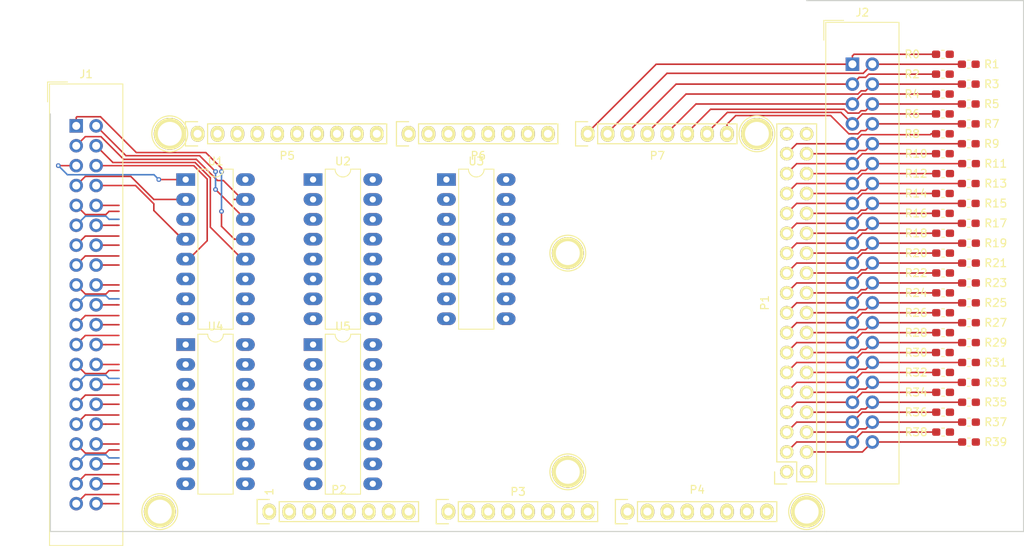
<source format=kicad_pcb>
(kicad_pcb (version 20171130) (host pcbnew 5.1.4+dfsg1-1)

  (general
    (thickness 1.6)
    (drawings 23)
    (tracks 343)
    (zones 0)
    (modules 60)
    (nets 127)
  )

  (page A4)
  (title_block
    (date "mar. 31 mars 2015")
  )

  (layers
    (0 F.Cu signal)
    (31 B.Cu signal)
    (32 B.Adhes user)
    (33 F.Adhes user)
    (34 B.Paste user)
    (35 F.Paste user)
    (36 B.SilkS user)
    (37 F.SilkS user)
    (38 B.Mask user)
    (39 F.Mask user)
    (40 Dwgs.User user)
    (41 Cmts.User user)
    (42 Eco1.User user)
    (43 Eco2.User user)
    (44 Edge.Cuts user)
    (45 Margin user)
    (46 B.CrtYd user)
    (47 F.CrtYd user)
    (48 B.Fab user)
    (49 F.Fab user hide)
  )

  (setup
    (last_trace_width 0.2)
    (trace_clearance 0.2)
    (zone_clearance 0.508)
    (zone_45_only no)
    (trace_min 0.2)
    (via_size 0.6)
    (via_drill 0.3)
    (via_min_size 0.4)
    (via_min_drill 0.3)
    (uvia_size 0.6)
    (uvia_drill 0.3)
    (uvias_allowed no)
    (uvia_min_size 0.2)
    (uvia_min_drill 0.1)
    (edge_width 0.15)
    (segment_width 0.15)
    (pcb_text_width 0.3)
    (pcb_text_size 1.5 1.5)
    (mod_edge_width 0.15)
    (mod_text_size 1 1)
    (mod_text_width 0.15)
    (pad_size 4.064 4.064)
    (pad_drill 3.048)
    (pad_to_mask_clearance 0)
    (aux_axis_origin 103.378 121.666)
    (visible_elements FFFFFF7F)
    (pcbplotparams
      (layerselection 0x00030_80000001)
      (usegerberextensions false)
      (usegerberattributes false)
      (usegerberadvancedattributes false)
      (creategerberjobfile false)
      (excludeedgelayer true)
      (linewidth 0.100000)
      (plotframeref false)
      (viasonmask false)
      (mode 1)
      (useauxorigin false)
      (hpglpennumber 1)
      (hpglpenspeed 20)
      (hpglpendiameter 15.000000)
      (psnegative false)
      (psa4output false)
      (plotreference true)
      (plotvalue true)
      (plotinvisibletext false)
      (padsonsilk false)
      (subtractmaskfromsilk false)
      (outputformat 1)
      (mirror false)
      (drillshape 1)
      (scaleselection 1)
      (outputdirectory ""))
  )

  (net 0 "")
  (net 1 GND)
  (net 2 +5V)
  (net 3 /IOREF)
  (net 4 /Reset)
  (net 5 /Vin)
  (net 6 /A0)
  (net 7 /A1)
  (net 8 /A2)
  (net 9 /A3)
  (net 10 /A4)
  (net 11 /A5)
  (net 12 /A6)
  (net 13 /A7)
  (net 14 /A8)
  (net 15 /A9)
  (net 16 /A10)
  (net 17 /A11)
  (net 18 /A12)
  (net 19 /A13)
  (net 20 /A14)
  (net 21 /A15)
  (net 22 /SCL)
  (net 23 /SDA)
  (net 24 /AREF)
  (net 25 "/13(**)")
  (net 26 "/12(**)")
  (net 27 "/11(**)")
  (net 28 "/10(**)")
  (net 29 "Net-(P8-Pad1)")
  (net 30 "Net-(P9-Pad1)")
  (net 31 "Net-(P10-Pad1)")
  (net 32 "Net-(P11-Pad1)")
  (net 33 "Net-(P12-Pad1)")
  (net 34 "Net-(P13-Pad1)")
  (net 35 "Net-(P2-Pad1)")
  (net 36 +3V3)
  (net 37 "/1(Tx0)")
  (net 38 "/0(Rx0)")
  (net 39 /Out39)
  (net 40 /Out38)
  (net 41 /Out37)
  (net 42 /Out36)
  (net 43 /Out35)
  (net 44 /Out34)
  (net 45 /Out33)
  (net 46 /Out32)
  (net 47 /Out31)
  (net 48 /Out30)
  (net 49 /Out29)
  (net 50 /Out28)
  (net 51 /Out27)
  (net 52 /Out26)
  (net 53 /Out25)
  (net 54 /Out24)
  (net 55 /Out23)
  (net 56 /Out22)
  (net 57 /Out21)
  (net 58 /Out20)
  (net 59 /Out19)
  (net 60 /Out18)
  (net 61 /Out17)
  (net 62 /Out16)
  (net 63 /Out15)
  (net 64 /Out14)
  (net 65 /Out13)
  (net 66 /Out12)
  (net 67 /Out11)
  (net 68 /Out10)
  (net 69 /Out9)
  (net 70 /Out8)
  (net 71 /Out7)
  (net 72 /Out6)
  (net 73 /Out5)
  (net 74 /Out4)
  (net 75 /Out3)
  (net 76 /Out2)
  (net 77 /Out1)
  (net 78 /Out0)
  (net 79 /MuxA)
  (net 80 /MuxB)
  (net 81 /MuxC)
  (net 82 /MuxSel5)
  (net 83 /MuxSel4)
  (net 84 /MuxSel3)
  (net 85 /MuxSel2)
  (net 86 /MuxSel1)
  (net 87 /In39)
  (net 88 /In38)
  (net 89 /In37)
  (net 90 /In36)
  (net 91 /In35)
  (net 92 /In34)
  (net 93 /In33)
  (net 94 /In32)
  (net 95 /In31)
  (net 96 /In30)
  (net 97 /In29)
  (net 98 /In28)
  (net 99 /In27)
  (net 100 /In26)
  (net 101 /In25)
  (net 102 /In24)
  (net 103 /In23)
  (net 104 /In22)
  (net 105 /In21)
  (net 106 /In20)
  (net 107 /In19)
  (net 108 /In18)
  (net 109 /In17)
  (net 110 /In16)
  (net 111 /In15)
  (net 112 /In14)
  (net 113 /In13)
  (net 114 /In12)
  (net 115 /In11)
  (net 116 /In10)
  (net 117 /In9)
  (net 118 /In8)
  (net 119 /In7)
  (net 120 /In6)
  (net 121 /In5)
  (net 122 /In4)
  (net 123 /In3)
  (net 124 /In2)
  (net 125 /In1)
  (net 126 /In0)

  (net_class Default "This is the default net class."
    (clearance 0.2)
    (trace_width 0.2)
    (via_dia 0.6)
    (via_drill 0.3)
    (uvia_dia 0.6)
    (uvia_drill 0.3)
    (add_net +3V3)
    (add_net "/0(Rx0)")
    (add_net "/1(Tx0)")
    (add_net "/10(**)")
    (add_net "/11(**)")
    (add_net "/12(**)")
    (add_net "/13(**)")
    (add_net /A0)
    (add_net /A1)
    (add_net /A10)
    (add_net /A11)
    (add_net /A12)
    (add_net /A13)
    (add_net /A14)
    (add_net /A15)
    (add_net /A2)
    (add_net /A3)
    (add_net /A4)
    (add_net /A5)
    (add_net /A6)
    (add_net /A7)
    (add_net /A8)
    (add_net /A9)
    (add_net /AREF)
    (add_net /IOREF)
    (add_net /In0)
    (add_net /In1)
    (add_net /In10)
    (add_net /In11)
    (add_net /In12)
    (add_net /In13)
    (add_net /In14)
    (add_net /In15)
    (add_net /In16)
    (add_net /In17)
    (add_net /In18)
    (add_net /In19)
    (add_net /In2)
    (add_net /In20)
    (add_net /In21)
    (add_net /In22)
    (add_net /In23)
    (add_net /In24)
    (add_net /In25)
    (add_net /In26)
    (add_net /In27)
    (add_net /In28)
    (add_net /In29)
    (add_net /In3)
    (add_net /In30)
    (add_net /In31)
    (add_net /In32)
    (add_net /In33)
    (add_net /In34)
    (add_net /In35)
    (add_net /In36)
    (add_net /In37)
    (add_net /In38)
    (add_net /In39)
    (add_net /In4)
    (add_net /In5)
    (add_net /In6)
    (add_net /In7)
    (add_net /In8)
    (add_net /In9)
    (add_net /MuxA)
    (add_net /MuxB)
    (add_net /MuxC)
    (add_net /MuxSel1)
    (add_net /MuxSel2)
    (add_net /MuxSel3)
    (add_net /MuxSel4)
    (add_net /MuxSel5)
    (add_net /Out0)
    (add_net /Out1)
    (add_net /Out10)
    (add_net /Out11)
    (add_net /Out12)
    (add_net /Out13)
    (add_net /Out14)
    (add_net /Out15)
    (add_net /Out16)
    (add_net /Out17)
    (add_net /Out18)
    (add_net /Out19)
    (add_net /Out2)
    (add_net /Out20)
    (add_net /Out21)
    (add_net /Out22)
    (add_net /Out23)
    (add_net /Out24)
    (add_net /Out25)
    (add_net /Out26)
    (add_net /Out27)
    (add_net /Out28)
    (add_net /Out29)
    (add_net /Out3)
    (add_net /Out30)
    (add_net /Out31)
    (add_net /Out32)
    (add_net /Out33)
    (add_net /Out34)
    (add_net /Out35)
    (add_net /Out36)
    (add_net /Out37)
    (add_net /Out38)
    (add_net /Out39)
    (add_net /Out4)
    (add_net /Out5)
    (add_net /Out6)
    (add_net /Out7)
    (add_net /Out8)
    (add_net /Out9)
    (add_net /Reset)
    (add_net /SCL)
    (add_net /SDA)
    (add_net /Vin)
    (add_net "Net-(P10-Pad1)")
    (add_net "Net-(P11-Pad1)")
    (add_net "Net-(P12-Pad1)")
    (add_net "Net-(P13-Pad1)")
    (add_net "Net-(P2-Pad1)")
    (add_net "Net-(P8-Pad1)")
    (add_net "Net-(P9-Pad1)")
  )

  (net_class Power ""
    (clearance 0.2)
    (trace_width 0.508)
    (via_dia 0.8)
    (via_drill 0.4)
    (uvia_dia 0.8)
    (uvia_drill 0.4)
    (add_net +5V)
    (add_net GND)
  )

  (module Connector_IDC:IDC-Header_2x20_P2.54mm_Vertical (layer F.Cu) (tedit 59DE12BE) (tstamp 5E403C35)
    (at 205.74 61.976)
    (descr "Through hole straight IDC box header, 2x20, 2.54mm pitch, double rows")
    (tags "Through hole IDC box header THT 2x20 2.54mm double row")
    (path /61517A58)
    (fp_text reference J2 (at 1.27 -6.604) (layer F.SilkS)
      (effects (font (size 1 1) (thickness 0.15)))
    )
    (fp_text value Innganger (at 1.27 54.864) (layer F.Fab)
      (effects (font (size 1 1) (thickness 0.15)))
    )
    (fp_line (start -3.655 -5.6) (end -1.115 -5.6) (layer F.SilkS) (width 0.12))
    (fp_line (start -3.655 -5.6) (end -3.655 -3.06) (layer F.SilkS) (width 0.12))
    (fp_line (start -3.405 -5.35) (end 5.945 -5.35) (layer F.SilkS) (width 0.12))
    (fp_line (start -3.405 53.61) (end -3.405 -5.35) (layer F.SilkS) (width 0.12))
    (fp_line (start 5.945 53.61) (end -3.405 53.61) (layer F.SilkS) (width 0.12))
    (fp_line (start 5.945 -5.35) (end 5.945 53.61) (layer F.SilkS) (width 0.12))
    (fp_line (start -3.41 -5.35) (end 5.95 -5.35) (layer F.CrtYd) (width 0.05))
    (fp_line (start -3.41 53.61) (end -3.41 -5.35) (layer F.CrtYd) (width 0.05))
    (fp_line (start 5.95 53.61) (end -3.41 53.61) (layer F.CrtYd) (width 0.05))
    (fp_line (start 5.95 -5.35) (end 5.95 53.61) (layer F.CrtYd) (width 0.05))
    (fp_line (start -3.155 53.36) (end -2.605 52.8) (layer F.Fab) (width 0.1))
    (fp_line (start -3.155 -5.1) (end -2.605 -4.56) (layer F.Fab) (width 0.1))
    (fp_line (start 5.695 53.36) (end 5.145 52.8) (layer F.Fab) (width 0.1))
    (fp_line (start 5.695 -5.1) (end 5.145 -4.56) (layer F.Fab) (width 0.1))
    (fp_line (start 5.145 52.8) (end -2.605 52.8) (layer F.Fab) (width 0.1))
    (fp_line (start 5.695 53.36) (end -3.155 53.36) (layer F.Fab) (width 0.1))
    (fp_line (start 5.145 -4.56) (end -2.605 -4.56) (layer F.Fab) (width 0.1))
    (fp_line (start 5.695 -5.1) (end -3.155 -5.1) (layer F.Fab) (width 0.1))
    (fp_line (start -2.605 26.38) (end -3.155 26.38) (layer F.Fab) (width 0.1))
    (fp_line (start -2.605 21.88) (end -3.155 21.88) (layer F.Fab) (width 0.1))
    (fp_line (start -2.605 26.38) (end -2.605 52.8) (layer F.Fab) (width 0.1))
    (fp_line (start -2.605 -4.56) (end -2.605 21.88) (layer F.Fab) (width 0.1))
    (fp_line (start -3.155 -5.1) (end -3.155 53.36) (layer F.Fab) (width 0.1))
    (fp_line (start 5.145 -4.56) (end 5.145 52.8) (layer F.Fab) (width 0.1))
    (fp_line (start 5.695 -5.1) (end 5.695 53.36) (layer F.Fab) (width 0.1))
    (fp_text user %R (at 1.27 24.13) (layer F.Fab)
      (effects (font (size 1 1) (thickness 0.15)))
    )
    (pad 40 thru_hole oval (at 2.54 48.26) (size 1.7272 1.7272) (drill 1.016) (layers *.Cu *.Mask)
      (net 87 /In39))
    (pad 39 thru_hole oval (at 0 48.26) (size 1.7272 1.7272) (drill 1.016) (layers *.Cu *.Mask)
      (net 88 /In38))
    (pad 38 thru_hole oval (at 2.54 45.72) (size 1.7272 1.7272) (drill 1.016) (layers *.Cu *.Mask)
      (net 89 /In37))
    (pad 37 thru_hole oval (at 0 45.72) (size 1.7272 1.7272) (drill 1.016) (layers *.Cu *.Mask)
      (net 90 /In36))
    (pad 36 thru_hole oval (at 2.54 43.18) (size 1.7272 1.7272) (drill 1.016) (layers *.Cu *.Mask)
      (net 91 /In35))
    (pad 35 thru_hole oval (at 0 43.18) (size 1.7272 1.7272) (drill 1.016) (layers *.Cu *.Mask)
      (net 92 /In34))
    (pad 34 thru_hole oval (at 2.54 40.64) (size 1.7272 1.7272) (drill 1.016) (layers *.Cu *.Mask)
      (net 93 /In33))
    (pad 33 thru_hole oval (at 0 40.64) (size 1.7272 1.7272) (drill 1.016) (layers *.Cu *.Mask)
      (net 94 /In32))
    (pad 32 thru_hole oval (at 2.54 38.1) (size 1.7272 1.7272) (drill 1.016) (layers *.Cu *.Mask)
      (net 95 /In31))
    (pad 31 thru_hole oval (at 0 38.1) (size 1.7272 1.7272) (drill 1.016) (layers *.Cu *.Mask)
      (net 96 /In30))
    (pad 30 thru_hole oval (at 2.54 35.56) (size 1.7272 1.7272) (drill 1.016) (layers *.Cu *.Mask)
      (net 97 /In29))
    (pad 29 thru_hole oval (at 0 35.56) (size 1.7272 1.7272) (drill 1.016) (layers *.Cu *.Mask)
      (net 98 /In28))
    (pad 28 thru_hole oval (at 2.54 33.02) (size 1.7272 1.7272) (drill 1.016) (layers *.Cu *.Mask)
      (net 99 /In27))
    (pad 27 thru_hole oval (at 0 33.02) (size 1.7272 1.7272) (drill 1.016) (layers *.Cu *.Mask)
      (net 100 /In26))
    (pad 26 thru_hole oval (at 2.54 30.48) (size 1.7272 1.7272) (drill 1.016) (layers *.Cu *.Mask)
      (net 101 /In25))
    (pad 25 thru_hole oval (at 0 30.48) (size 1.7272 1.7272) (drill 1.016) (layers *.Cu *.Mask)
      (net 102 /In24))
    (pad 24 thru_hole oval (at 2.54 27.94) (size 1.7272 1.7272) (drill 1.016) (layers *.Cu *.Mask)
      (net 103 /In23))
    (pad 23 thru_hole oval (at 0 27.94) (size 1.7272 1.7272) (drill 1.016) (layers *.Cu *.Mask)
      (net 104 /In22))
    (pad 22 thru_hole oval (at 2.54 25.4) (size 1.7272 1.7272) (drill 1.016) (layers *.Cu *.Mask)
      (net 105 /In21))
    (pad 21 thru_hole oval (at 0 25.4) (size 1.7272 1.7272) (drill 1.016) (layers *.Cu *.Mask)
      (net 106 /In20))
    (pad 20 thru_hole oval (at 2.54 22.86) (size 1.7272 1.7272) (drill 1.016) (layers *.Cu *.Mask)
      (net 107 /In19))
    (pad 19 thru_hole oval (at 0 22.86) (size 1.7272 1.7272) (drill 1.016) (layers *.Cu *.Mask)
      (net 108 /In18))
    (pad 18 thru_hole oval (at 2.54 20.32) (size 1.7272 1.7272) (drill 1.016) (layers *.Cu *.Mask)
      (net 109 /In17))
    (pad 17 thru_hole oval (at 0 20.32) (size 1.7272 1.7272) (drill 1.016) (layers *.Cu *.Mask)
      (net 110 /In16))
    (pad 16 thru_hole oval (at 2.54 17.78) (size 1.7272 1.7272) (drill 1.016) (layers *.Cu *.Mask)
      (net 111 /In15))
    (pad 15 thru_hole oval (at 0 17.78) (size 1.7272 1.7272) (drill 1.016) (layers *.Cu *.Mask)
      (net 112 /In14))
    (pad 14 thru_hole oval (at 2.54 15.24) (size 1.7272 1.7272) (drill 1.016) (layers *.Cu *.Mask)
      (net 113 /In13))
    (pad 13 thru_hole oval (at 0 15.24) (size 1.7272 1.7272) (drill 1.016) (layers *.Cu *.Mask)
      (net 114 /In12))
    (pad 12 thru_hole oval (at 2.54 12.7) (size 1.7272 1.7272) (drill 1.016) (layers *.Cu *.Mask)
      (net 115 /In11))
    (pad 11 thru_hole oval (at 0 12.7) (size 1.7272 1.7272) (drill 1.016) (layers *.Cu *.Mask)
      (net 116 /In10))
    (pad 10 thru_hole oval (at 2.54 10.16) (size 1.7272 1.7272) (drill 1.016) (layers *.Cu *.Mask)
      (net 117 /In9))
    (pad 9 thru_hole oval (at 0 10.16) (size 1.7272 1.7272) (drill 1.016) (layers *.Cu *.Mask)
      (net 118 /In8))
    (pad 8 thru_hole oval (at 2.54 7.62) (size 1.7272 1.7272) (drill 1.016) (layers *.Cu *.Mask)
      (net 119 /In7))
    (pad 7 thru_hole oval (at 0 7.62) (size 1.7272 1.7272) (drill 1.016) (layers *.Cu *.Mask)
      (net 120 /In6))
    (pad 6 thru_hole oval (at 2.54 5.08) (size 1.7272 1.7272) (drill 1.016) (layers *.Cu *.Mask)
      (net 121 /In5))
    (pad 5 thru_hole oval (at 0 5.08) (size 1.7272 1.7272) (drill 1.016) (layers *.Cu *.Mask)
      (net 122 /In4))
    (pad 4 thru_hole oval (at 2.54 2.54) (size 1.7272 1.7272) (drill 1.016) (layers *.Cu *.Mask)
      (net 123 /In3))
    (pad 3 thru_hole oval (at 0 2.54) (size 1.7272 1.7272) (drill 1.016) (layers *.Cu *.Mask)
      (net 124 /In2))
    (pad 2 thru_hole oval (at 2.54 0) (size 1.7272 1.7272) (drill 1.016) (layers *.Cu *.Mask)
      (net 125 /In1))
    (pad 1 thru_hole rect (at 0 0) (size 1.7272 1.7272) (drill 1.016) (layers *.Cu *.Mask)
      (net 126 /In0))
    (model ${KISYS3DMOD}/Connector_IDC.3dshapes/IDC-Header_2x20_P2.54mm_Vertical.wrl
      (at (xyz 0 0 0))
      (scale (xyz 1 1 1))
      (rotate (xyz 0 0 0))
    )
  )

  (module Resistor_SMD:R_0603_1608Metric_Pad1.05x0.95mm_HandSolder (layer F.Cu) (tedit 5B301BBD) (tstamp 5E40D92E)
    (at 220.613 110.236)
    (descr "Resistor SMD 0603 (1608 Metric), square (rectangular) end terminal, IPC_7351 nominal with elongated pad for handsoldering. (Body size source: http://www.tortai-tech.com/upload/download/2011102023233369053.pdf), generated with kicad-footprint-generator")
    (tags "resistor handsolder")
    (path /62F3E5A1)
    (attr smd)
    (fp_text reference R39 (at 3.415 0) (layer F.SilkS)
      (effects (font (size 1 1) (thickness 0.15)))
    )
    (fp_text value 10K (at 0 1.43) (layer F.Fab)
      (effects (font (size 1 1) (thickness 0.15)))
    )
    (fp_text user %R (at 0 0) (layer F.Fab)
      (effects (font (size 0.4 0.4) (thickness 0.06)))
    )
    (fp_line (start 1.65 0.73) (end -1.65 0.73) (layer F.CrtYd) (width 0.05))
    (fp_line (start 1.65 -0.73) (end 1.65 0.73) (layer F.CrtYd) (width 0.05))
    (fp_line (start -1.65 -0.73) (end 1.65 -0.73) (layer F.CrtYd) (width 0.05))
    (fp_line (start -1.65 0.73) (end -1.65 -0.73) (layer F.CrtYd) (width 0.05))
    (fp_line (start -0.171267 0.51) (end 0.171267 0.51) (layer F.SilkS) (width 0.12))
    (fp_line (start -0.171267 -0.51) (end 0.171267 -0.51) (layer F.SilkS) (width 0.12))
    (fp_line (start 0.8 0.4) (end -0.8 0.4) (layer F.Fab) (width 0.1))
    (fp_line (start 0.8 -0.4) (end 0.8 0.4) (layer F.Fab) (width 0.1))
    (fp_line (start -0.8 -0.4) (end 0.8 -0.4) (layer F.Fab) (width 0.1))
    (fp_line (start -0.8 0.4) (end -0.8 -0.4) (layer F.Fab) (width 0.1))
    (pad 2 smd roundrect (at 0.875 0) (size 1.05 0.95) (layers F.Cu F.Paste F.Mask) (roundrect_rratio 0.25)
      (net 1 GND))
    (pad 1 smd roundrect (at -0.875 0) (size 1.05 0.95) (layers F.Cu F.Paste F.Mask) (roundrect_rratio 0.25)
      (net 87 /In39))
    (model ${KISYS3DMOD}/Resistor_SMD.3dshapes/R_0603_1608Metric.wrl
      (at (xyz 0 0 0))
      (scale (xyz 1 1 1))
      (rotate (xyz 0 0 0))
    )
  )

  (module Resistor_SMD:R_0603_1608Metric_Pad1.05x0.95mm_HandSolder (layer F.Cu) (tedit 5B301BBD) (tstamp 5E40D95E)
    (at 217.311 108.966)
    (descr "Resistor SMD 0603 (1608 Metric), square (rectangular) end terminal, IPC_7351 nominal with elongated pad for handsoldering. (Body size source: http://www.tortai-tech.com/upload/download/2011102023233369053.pdf), generated with kicad-footprint-generator")
    (tags "resistor handsolder")
    (path /62F81DF3)
    (attr smd)
    (fp_text reference R38 (at -3.443 0) (layer F.SilkS)
      (effects (font (size 1 1) (thickness 0.15)))
    )
    (fp_text value 10K (at 0 1.43) (layer F.Fab)
      (effects (font (size 1 1) (thickness 0.15)))
    )
    (fp_text user %R (at 0 0) (layer F.Fab)
      (effects (font (size 0.4 0.4) (thickness 0.06)))
    )
    (fp_line (start 1.65 0.73) (end -1.65 0.73) (layer F.CrtYd) (width 0.05))
    (fp_line (start 1.65 -0.73) (end 1.65 0.73) (layer F.CrtYd) (width 0.05))
    (fp_line (start -1.65 -0.73) (end 1.65 -0.73) (layer F.CrtYd) (width 0.05))
    (fp_line (start -1.65 0.73) (end -1.65 -0.73) (layer F.CrtYd) (width 0.05))
    (fp_line (start -0.171267 0.51) (end 0.171267 0.51) (layer F.SilkS) (width 0.12))
    (fp_line (start -0.171267 -0.51) (end 0.171267 -0.51) (layer F.SilkS) (width 0.12))
    (fp_line (start 0.8 0.4) (end -0.8 0.4) (layer F.Fab) (width 0.1))
    (fp_line (start 0.8 -0.4) (end 0.8 0.4) (layer F.Fab) (width 0.1))
    (fp_line (start -0.8 -0.4) (end 0.8 -0.4) (layer F.Fab) (width 0.1))
    (fp_line (start -0.8 0.4) (end -0.8 -0.4) (layer F.Fab) (width 0.1))
    (pad 2 smd roundrect (at 0.875 0) (size 1.05 0.95) (layers F.Cu F.Paste F.Mask) (roundrect_rratio 0.25)
      (net 1 GND))
    (pad 1 smd roundrect (at -0.875 0) (size 1.05 0.95) (layers F.Cu F.Paste F.Mask) (roundrect_rratio 0.25)
      (net 88 /In38))
    (model ${KISYS3DMOD}/Resistor_SMD.3dshapes/R_0603_1608Metric.wrl
      (at (xyz 0 0 0))
      (scale (xyz 1 1 1))
      (rotate (xyz 0 0 0))
    )
  )

  (module Resistor_SMD:R_0603_1608Metric_Pad1.05x0.95mm_HandSolder (layer F.Cu) (tedit 5B301BBD) (tstamp 5E40D3EE)
    (at 220.613 107.696)
    (descr "Resistor SMD 0603 (1608 Metric), square (rectangular) end terminal, IPC_7351 nominal with elongated pad for handsoldering. (Body size source: http://www.tortai-tech.com/upload/download/2011102023233369053.pdf), generated with kicad-footprint-generator")
    (tags "resistor handsolder")
    (path /62F3E59B)
    (attr smd)
    (fp_text reference R37 (at 3.415 0) (layer F.SilkS)
      (effects (font (size 1 1) (thickness 0.15)))
    )
    (fp_text value 10K (at 0 1.43) (layer F.Fab)
      (effects (font (size 1 1) (thickness 0.15)))
    )
    (fp_text user %R (at 0 0) (layer F.Fab)
      (effects (font (size 0.4 0.4) (thickness 0.06)))
    )
    (fp_line (start 1.65 0.73) (end -1.65 0.73) (layer F.CrtYd) (width 0.05))
    (fp_line (start 1.65 -0.73) (end 1.65 0.73) (layer F.CrtYd) (width 0.05))
    (fp_line (start -1.65 -0.73) (end 1.65 -0.73) (layer F.CrtYd) (width 0.05))
    (fp_line (start -1.65 0.73) (end -1.65 -0.73) (layer F.CrtYd) (width 0.05))
    (fp_line (start -0.171267 0.51) (end 0.171267 0.51) (layer F.SilkS) (width 0.12))
    (fp_line (start -0.171267 -0.51) (end 0.171267 -0.51) (layer F.SilkS) (width 0.12))
    (fp_line (start 0.8 0.4) (end -0.8 0.4) (layer F.Fab) (width 0.1))
    (fp_line (start 0.8 -0.4) (end 0.8 0.4) (layer F.Fab) (width 0.1))
    (fp_line (start -0.8 -0.4) (end 0.8 -0.4) (layer F.Fab) (width 0.1))
    (fp_line (start -0.8 0.4) (end -0.8 -0.4) (layer F.Fab) (width 0.1))
    (pad 2 smd roundrect (at 0.875 0) (size 1.05 0.95) (layers F.Cu F.Paste F.Mask) (roundrect_rratio 0.25)
      (net 1 GND))
    (pad 1 smd roundrect (at -0.875 0) (size 1.05 0.95) (layers F.Cu F.Paste F.Mask) (roundrect_rratio 0.25)
      (net 89 /In37))
    (model ${KISYS3DMOD}/Resistor_SMD.3dshapes/R_0603_1608Metric.wrl
      (at (xyz 0 0 0))
      (scale (xyz 1 1 1))
      (rotate (xyz 0 0 0))
    )
  )

  (module Resistor_SMD:R_0603_1608Metric_Pad1.05x0.95mm_HandSolder (layer F.Cu) (tedit 5B301BBD) (tstamp 5E40D6EE)
    (at 217.311 106.426)
    (descr "Resistor SMD 0603 (1608 Metric), square (rectangular) end terminal, IPC_7351 nominal with elongated pad for handsoldering. (Body size source: http://www.tortai-tech.com/upload/download/2011102023233369053.pdf), generated with kicad-footprint-generator")
    (tags "resistor handsolder")
    (path /62F81DED)
    (attr smd)
    (fp_text reference R36 (at -3.443 0) (layer F.SilkS)
      (effects (font (size 1 1) (thickness 0.15)))
    )
    (fp_text value 10K (at 0 1.43) (layer F.Fab)
      (effects (font (size 1 1) (thickness 0.15)))
    )
    (fp_text user %R (at 0 0) (layer F.Fab)
      (effects (font (size 0.4 0.4) (thickness 0.06)))
    )
    (fp_line (start 1.65 0.73) (end -1.65 0.73) (layer F.CrtYd) (width 0.05))
    (fp_line (start 1.65 -0.73) (end 1.65 0.73) (layer F.CrtYd) (width 0.05))
    (fp_line (start -1.65 -0.73) (end 1.65 -0.73) (layer F.CrtYd) (width 0.05))
    (fp_line (start -1.65 0.73) (end -1.65 -0.73) (layer F.CrtYd) (width 0.05))
    (fp_line (start -0.171267 0.51) (end 0.171267 0.51) (layer F.SilkS) (width 0.12))
    (fp_line (start -0.171267 -0.51) (end 0.171267 -0.51) (layer F.SilkS) (width 0.12))
    (fp_line (start 0.8 0.4) (end -0.8 0.4) (layer F.Fab) (width 0.1))
    (fp_line (start 0.8 -0.4) (end 0.8 0.4) (layer F.Fab) (width 0.1))
    (fp_line (start -0.8 -0.4) (end 0.8 -0.4) (layer F.Fab) (width 0.1))
    (fp_line (start -0.8 0.4) (end -0.8 -0.4) (layer F.Fab) (width 0.1))
    (pad 2 smd roundrect (at 0.875 0) (size 1.05 0.95) (layers F.Cu F.Paste F.Mask) (roundrect_rratio 0.25)
      (net 1 GND))
    (pad 1 smd roundrect (at -0.875 0) (size 1.05 0.95) (layers F.Cu F.Paste F.Mask) (roundrect_rratio 0.25)
      (net 90 /In36))
    (model ${KISYS3DMOD}/Resistor_SMD.3dshapes/R_0603_1608Metric.wrl
      (at (xyz 0 0 0))
      (scale (xyz 1 1 1))
      (rotate (xyz 0 0 0))
    )
  )

  (module Resistor_SMD:R_0603_1608Metric_Pad1.05x0.95mm_HandSolder (layer F.Cu) (tedit 5B301BBD) (tstamp 5E40D71E)
    (at 220.613 105.156)
    (descr "Resistor SMD 0603 (1608 Metric), square (rectangular) end terminal, IPC_7351 nominal with elongated pad for handsoldering. (Body size source: http://www.tortai-tech.com/upload/download/2011102023233369053.pdf), generated with kicad-footprint-generator")
    (tags "resistor handsolder")
    (path /62F3E595)
    (attr smd)
    (fp_text reference R35 (at 3.415 0) (layer F.SilkS)
      (effects (font (size 1 1) (thickness 0.15)))
    )
    (fp_text value 10K (at 0 1.43) (layer F.Fab)
      (effects (font (size 1 1) (thickness 0.15)))
    )
    (fp_text user %R (at 0 0) (layer F.Fab)
      (effects (font (size 0.4 0.4) (thickness 0.06)))
    )
    (fp_line (start 1.65 0.73) (end -1.65 0.73) (layer F.CrtYd) (width 0.05))
    (fp_line (start 1.65 -0.73) (end 1.65 0.73) (layer F.CrtYd) (width 0.05))
    (fp_line (start -1.65 -0.73) (end 1.65 -0.73) (layer F.CrtYd) (width 0.05))
    (fp_line (start -1.65 0.73) (end -1.65 -0.73) (layer F.CrtYd) (width 0.05))
    (fp_line (start -0.171267 0.51) (end 0.171267 0.51) (layer F.SilkS) (width 0.12))
    (fp_line (start -0.171267 -0.51) (end 0.171267 -0.51) (layer F.SilkS) (width 0.12))
    (fp_line (start 0.8 0.4) (end -0.8 0.4) (layer F.Fab) (width 0.1))
    (fp_line (start 0.8 -0.4) (end 0.8 0.4) (layer F.Fab) (width 0.1))
    (fp_line (start -0.8 -0.4) (end 0.8 -0.4) (layer F.Fab) (width 0.1))
    (fp_line (start -0.8 0.4) (end -0.8 -0.4) (layer F.Fab) (width 0.1))
    (pad 2 smd roundrect (at 0.875 0) (size 1.05 0.95) (layers F.Cu F.Paste F.Mask) (roundrect_rratio 0.25)
      (net 1 GND))
    (pad 1 smd roundrect (at -0.875 0) (size 1.05 0.95) (layers F.Cu F.Paste F.Mask) (roundrect_rratio 0.25)
      (net 91 /In35))
    (model ${KISYS3DMOD}/Resistor_SMD.3dshapes/R_0603_1608Metric.wrl
      (at (xyz 0 0 0))
      (scale (xyz 1 1 1))
      (rotate (xyz 0 0 0))
    )
  )

  (module Resistor_SMD:R_0603_1608Metric_Pad1.05x0.95mm_HandSolder (layer F.Cu) (tedit 5B301BBD) (tstamp 5E40D74E)
    (at 217.311 103.886)
    (descr "Resistor SMD 0603 (1608 Metric), square (rectangular) end terminal, IPC_7351 nominal with elongated pad for handsoldering. (Body size source: http://www.tortai-tech.com/upload/download/2011102023233369053.pdf), generated with kicad-footprint-generator")
    (tags "resistor handsolder")
    (path /62F81DE7)
    (attr smd)
    (fp_text reference R34 (at -3.443 0) (layer F.SilkS)
      (effects (font (size 1 1) (thickness 0.15)))
    )
    (fp_text value 10K (at 0 1.43) (layer F.Fab)
      (effects (font (size 1 1) (thickness 0.15)))
    )
    (fp_text user %R (at 0 0) (layer F.Fab)
      (effects (font (size 0.4 0.4) (thickness 0.06)))
    )
    (fp_line (start 1.65 0.73) (end -1.65 0.73) (layer F.CrtYd) (width 0.05))
    (fp_line (start 1.65 -0.73) (end 1.65 0.73) (layer F.CrtYd) (width 0.05))
    (fp_line (start -1.65 -0.73) (end 1.65 -0.73) (layer F.CrtYd) (width 0.05))
    (fp_line (start -1.65 0.73) (end -1.65 -0.73) (layer F.CrtYd) (width 0.05))
    (fp_line (start -0.171267 0.51) (end 0.171267 0.51) (layer F.SilkS) (width 0.12))
    (fp_line (start -0.171267 -0.51) (end 0.171267 -0.51) (layer F.SilkS) (width 0.12))
    (fp_line (start 0.8 0.4) (end -0.8 0.4) (layer F.Fab) (width 0.1))
    (fp_line (start 0.8 -0.4) (end 0.8 0.4) (layer F.Fab) (width 0.1))
    (fp_line (start -0.8 -0.4) (end 0.8 -0.4) (layer F.Fab) (width 0.1))
    (fp_line (start -0.8 0.4) (end -0.8 -0.4) (layer F.Fab) (width 0.1))
    (pad 2 smd roundrect (at 0.875 0) (size 1.05 0.95) (layers F.Cu F.Paste F.Mask) (roundrect_rratio 0.25)
      (net 1 GND))
    (pad 1 smd roundrect (at -0.875 0) (size 1.05 0.95) (layers F.Cu F.Paste F.Mask) (roundrect_rratio 0.25)
      (net 92 /In34))
    (model ${KISYS3DMOD}/Resistor_SMD.3dshapes/R_0603_1608Metric.wrl
      (at (xyz 0 0 0))
      (scale (xyz 1 1 1))
      (rotate (xyz 0 0 0))
    )
  )

  (module Resistor_SMD:R_0603_1608Metric_Pad1.05x0.95mm_HandSolder (layer F.Cu) (tedit 5B301BBD) (tstamp 5E40D77E)
    (at 220.585 102.616)
    (descr "Resistor SMD 0603 (1608 Metric), square (rectangular) end terminal, IPC_7351 nominal with elongated pad for handsoldering. (Body size source: http://www.tortai-tech.com/upload/download/2011102023233369053.pdf), generated with kicad-footprint-generator")
    (tags "resistor handsolder")
    (path /62F3E58F)
    (attr smd)
    (fp_text reference R33 (at 3.443 0) (layer F.SilkS)
      (effects (font (size 1 1) (thickness 0.15)))
    )
    (fp_text value 10K (at 0 1.43) (layer F.Fab)
      (effects (font (size 1 1) (thickness 0.15)))
    )
    (fp_text user %R (at 0 0) (layer F.Fab)
      (effects (font (size 0.4 0.4) (thickness 0.06)))
    )
    (fp_line (start 1.65 0.73) (end -1.65 0.73) (layer F.CrtYd) (width 0.05))
    (fp_line (start 1.65 -0.73) (end 1.65 0.73) (layer F.CrtYd) (width 0.05))
    (fp_line (start -1.65 -0.73) (end 1.65 -0.73) (layer F.CrtYd) (width 0.05))
    (fp_line (start -1.65 0.73) (end -1.65 -0.73) (layer F.CrtYd) (width 0.05))
    (fp_line (start -0.171267 0.51) (end 0.171267 0.51) (layer F.SilkS) (width 0.12))
    (fp_line (start -0.171267 -0.51) (end 0.171267 -0.51) (layer F.SilkS) (width 0.12))
    (fp_line (start 0.8 0.4) (end -0.8 0.4) (layer F.Fab) (width 0.1))
    (fp_line (start 0.8 -0.4) (end 0.8 0.4) (layer F.Fab) (width 0.1))
    (fp_line (start -0.8 -0.4) (end 0.8 -0.4) (layer F.Fab) (width 0.1))
    (fp_line (start -0.8 0.4) (end -0.8 -0.4) (layer F.Fab) (width 0.1))
    (pad 2 smd roundrect (at 0.875 0) (size 1.05 0.95) (layers F.Cu F.Paste F.Mask) (roundrect_rratio 0.25)
      (net 1 GND))
    (pad 1 smd roundrect (at -0.875 0) (size 1.05 0.95) (layers F.Cu F.Paste F.Mask) (roundrect_rratio 0.25)
      (net 93 /In33))
    (model ${KISYS3DMOD}/Resistor_SMD.3dshapes/R_0603_1608Metric.wrl
      (at (xyz 0 0 0))
      (scale (xyz 1 1 1))
      (rotate (xyz 0 0 0))
    )
  )

  (module Resistor_SMD:R_0603_1608Metric_Pad1.05x0.95mm_HandSolder (layer F.Cu) (tedit 5B301BBD) (tstamp 5E40D7AE)
    (at 217.311 101.346)
    (descr "Resistor SMD 0603 (1608 Metric), square (rectangular) end terminal, IPC_7351 nominal with elongated pad for handsoldering. (Body size source: http://www.tortai-tech.com/upload/download/2011102023233369053.pdf), generated with kicad-footprint-generator")
    (tags "resistor handsolder")
    (path /62F81DE1)
    (attr smd)
    (fp_text reference R32 (at -3.443 0) (layer F.SilkS)
      (effects (font (size 1 1) (thickness 0.15)))
    )
    (fp_text value 10K (at 0 1.43) (layer F.Fab)
      (effects (font (size 1 1) (thickness 0.15)))
    )
    (fp_text user %R (at 0 0) (layer F.Fab)
      (effects (font (size 0.4 0.4) (thickness 0.06)))
    )
    (fp_line (start 1.65 0.73) (end -1.65 0.73) (layer F.CrtYd) (width 0.05))
    (fp_line (start 1.65 -0.73) (end 1.65 0.73) (layer F.CrtYd) (width 0.05))
    (fp_line (start -1.65 -0.73) (end 1.65 -0.73) (layer F.CrtYd) (width 0.05))
    (fp_line (start -1.65 0.73) (end -1.65 -0.73) (layer F.CrtYd) (width 0.05))
    (fp_line (start -0.171267 0.51) (end 0.171267 0.51) (layer F.SilkS) (width 0.12))
    (fp_line (start -0.171267 -0.51) (end 0.171267 -0.51) (layer F.SilkS) (width 0.12))
    (fp_line (start 0.8 0.4) (end -0.8 0.4) (layer F.Fab) (width 0.1))
    (fp_line (start 0.8 -0.4) (end 0.8 0.4) (layer F.Fab) (width 0.1))
    (fp_line (start -0.8 -0.4) (end 0.8 -0.4) (layer F.Fab) (width 0.1))
    (fp_line (start -0.8 0.4) (end -0.8 -0.4) (layer F.Fab) (width 0.1))
    (pad 2 smd roundrect (at 0.875 0) (size 1.05 0.95) (layers F.Cu F.Paste F.Mask) (roundrect_rratio 0.25)
      (net 1 GND))
    (pad 1 smd roundrect (at -0.875 0) (size 1.05 0.95) (layers F.Cu F.Paste F.Mask) (roundrect_rratio 0.25)
      (net 94 /In32))
    (model ${KISYS3DMOD}/Resistor_SMD.3dshapes/R_0603_1608Metric.wrl
      (at (xyz 0 0 0))
      (scale (xyz 1 1 1))
      (rotate (xyz 0 0 0))
    )
  )

  (module Resistor_SMD:R_0603_1608Metric_Pad1.05x0.95mm_HandSolder (layer F.Cu) (tedit 5B301BBD) (tstamp 5E40D7DE)
    (at 220.613 100.076)
    (descr "Resistor SMD 0603 (1608 Metric), square (rectangular) end terminal, IPC_7351 nominal with elongated pad for handsoldering. (Body size source: http://www.tortai-tech.com/upload/download/2011102023233369053.pdf), generated with kicad-footprint-generator")
    (tags "resistor handsolder")
    (path /62F3E589)
    (attr smd)
    (fp_text reference R31 (at 3.415 0) (layer F.SilkS)
      (effects (font (size 1 1) (thickness 0.15)))
    )
    (fp_text value 10K (at 0 1.43) (layer F.Fab)
      (effects (font (size 1 1) (thickness 0.15)))
    )
    (fp_text user %R (at 0 0) (layer F.Fab)
      (effects (font (size 0.4 0.4) (thickness 0.06)))
    )
    (fp_line (start 1.65 0.73) (end -1.65 0.73) (layer F.CrtYd) (width 0.05))
    (fp_line (start 1.65 -0.73) (end 1.65 0.73) (layer F.CrtYd) (width 0.05))
    (fp_line (start -1.65 -0.73) (end 1.65 -0.73) (layer F.CrtYd) (width 0.05))
    (fp_line (start -1.65 0.73) (end -1.65 -0.73) (layer F.CrtYd) (width 0.05))
    (fp_line (start -0.171267 0.51) (end 0.171267 0.51) (layer F.SilkS) (width 0.12))
    (fp_line (start -0.171267 -0.51) (end 0.171267 -0.51) (layer F.SilkS) (width 0.12))
    (fp_line (start 0.8 0.4) (end -0.8 0.4) (layer F.Fab) (width 0.1))
    (fp_line (start 0.8 -0.4) (end 0.8 0.4) (layer F.Fab) (width 0.1))
    (fp_line (start -0.8 -0.4) (end 0.8 -0.4) (layer F.Fab) (width 0.1))
    (fp_line (start -0.8 0.4) (end -0.8 -0.4) (layer F.Fab) (width 0.1))
    (pad 2 smd roundrect (at 0.875 0) (size 1.05 0.95) (layers F.Cu F.Paste F.Mask) (roundrect_rratio 0.25)
      (net 1 GND))
    (pad 1 smd roundrect (at -0.875 0) (size 1.05 0.95) (layers F.Cu F.Paste F.Mask) (roundrect_rratio 0.25)
      (net 95 /In31))
    (model ${KISYS3DMOD}/Resistor_SMD.3dshapes/R_0603_1608Metric.wrl
      (at (xyz 0 0 0))
      (scale (xyz 1 1 1))
      (rotate (xyz 0 0 0))
    )
  )

  (module Resistor_SMD:R_0603_1608Metric_Pad1.05x0.95mm_HandSolder (layer F.Cu) (tedit 5B301BBD) (tstamp 5E40D5CE)
    (at 217.283 98.806)
    (descr "Resistor SMD 0603 (1608 Metric), square (rectangular) end terminal, IPC_7351 nominal with elongated pad for handsoldering. (Body size source: http://www.tortai-tech.com/upload/download/2011102023233369053.pdf), generated with kicad-footprint-generator")
    (tags "resistor handsolder")
    (path /62F81DDB)
    (attr smd)
    (fp_text reference R30 (at -3.415 0) (layer F.SilkS)
      (effects (font (size 1 1) (thickness 0.15)))
    )
    (fp_text value 10K (at 0 1.43) (layer F.Fab)
      (effects (font (size 1 1) (thickness 0.15)))
    )
    (fp_text user %R (at 0 0) (layer F.Fab)
      (effects (font (size 0.4 0.4) (thickness 0.06)))
    )
    (fp_line (start 1.65 0.73) (end -1.65 0.73) (layer F.CrtYd) (width 0.05))
    (fp_line (start 1.65 -0.73) (end 1.65 0.73) (layer F.CrtYd) (width 0.05))
    (fp_line (start -1.65 -0.73) (end 1.65 -0.73) (layer F.CrtYd) (width 0.05))
    (fp_line (start -1.65 0.73) (end -1.65 -0.73) (layer F.CrtYd) (width 0.05))
    (fp_line (start -0.171267 0.51) (end 0.171267 0.51) (layer F.SilkS) (width 0.12))
    (fp_line (start -0.171267 -0.51) (end 0.171267 -0.51) (layer F.SilkS) (width 0.12))
    (fp_line (start 0.8 0.4) (end -0.8 0.4) (layer F.Fab) (width 0.1))
    (fp_line (start 0.8 -0.4) (end 0.8 0.4) (layer F.Fab) (width 0.1))
    (fp_line (start -0.8 -0.4) (end 0.8 -0.4) (layer F.Fab) (width 0.1))
    (fp_line (start -0.8 0.4) (end -0.8 -0.4) (layer F.Fab) (width 0.1))
    (pad 2 smd roundrect (at 0.875 0) (size 1.05 0.95) (layers F.Cu F.Paste F.Mask) (roundrect_rratio 0.25)
      (net 1 GND))
    (pad 1 smd roundrect (at -0.875 0) (size 1.05 0.95) (layers F.Cu F.Paste F.Mask) (roundrect_rratio 0.25)
      (net 96 /In30))
    (model ${KISYS3DMOD}/Resistor_SMD.3dshapes/R_0603_1608Metric.wrl
      (at (xyz 0 0 0))
      (scale (xyz 1 1 1))
      (rotate (xyz 0 0 0))
    )
  )

  (module Resistor_SMD:R_0603_1608Metric_Pad1.05x0.95mm_HandSolder (layer F.Cu) (tedit 5B301BBD) (tstamp 5E40D5FE)
    (at 220.613 97.536)
    (descr "Resistor SMD 0603 (1608 Metric), square (rectangular) end terminal, IPC_7351 nominal with elongated pad for handsoldering. (Body size source: http://www.tortai-tech.com/upload/download/2011102023233369053.pdf), generated with kicad-footprint-generator")
    (tags "resistor handsolder")
    (path /62F04CC3)
    (attr smd)
    (fp_text reference R29 (at 3.415 0) (layer F.SilkS)
      (effects (font (size 1 1) (thickness 0.15)))
    )
    (fp_text value 10K (at 0 1.43) (layer F.Fab)
      (effects (font (size 1 1) (thickness 0.15)))
    )
    (fp_text user %R (at 0 0) (layer F.Fab)
      (effects (font (size 0.4 0.4) (thickness 0.06)))
    )
    (fp_line (start 1.65 0.73) (end -1.65 0.73) (layer F.CrtYd) (width 0.05))
    (fp_line (start 1.65 -0.73) (end 1.65 0.73) (layer F.CrtYd) (width 0.05))
    (fp_line (start -1.65 -0.73) (end 1.65 -0.73) (layer F.CrtYd) (width 0.05))
    (fp_line (start -1.65 0.73) (end -1.65 -0.73) (layer F.CrtYd) (width 0.05))
    (fp_line (start -0.171267 0.51) (end 0.171267 0.51) (layer F.SilkS) (width 0.12))
    (fp_line (start -0.171267 -0.51) (end 0.171267 -0.51) (layer F.SilkS) (width 0.12))
    (fp_line (start 0.8 0.4) (end -0.8 0.4) (layer F.Fab) (width 0.1))
    (fp_line (start 0.8 -0.4) (end 0.8 0.4) (layer F.Fab) (width 0.1))
    (fp_line (start -0.8 -0.4) (end 0.8 -0.4) (layer F.Fab) (width 0.1))
    (fp_line (start -0.8 0.4) (end -0.8 -0.4) (layer F.Fab) (width 0.1))
    (pad 2 smd roundrect (at 0.875 0) (size 1.05 0.95) (layers F.Cu F.Paste F.Mask) (roundrect_rratio 0.25)
      (net 1 GND))
    (pad 1 smd roundrect (at -0.875 0) (size 1.05 0.95) (layers F.Cu F.Paste F.Mask) (roundrect_rratio 0.25)
      (net 97 /In29))
    (model ${KISYS3DMOD}/Resistor_SMD.3dshapes/R_0603_1608Metric.wrl
      (at (xyz 0 0 0))
      (scale (xyz 1 1 1))
      (rotate (xyz 0 0 0))
    )
  )

  (module Resistor_SMD:R_0603_1608Metric_Pad1.05x0.95mm_HandSolder (layer F.Cu) (tedit 5B301BBD) (tstamp 5E40D62E)
    (at 217.311 96.266)
    (descr "Resistor SMD 0603 (1608 Metric), square (rectangular) end terminal, IPC_7351 nominal with elongated pad for handsoldering. (Body size source: http://www.tortai-tech.com/upload/download/2011102023233369053.pdf), generated with kicad-footprint-generator")
    (tags "resistor handsolder")
    (path /62F81DD5)
    (attr smd)
    (fp_text reference R28 (at -3.443 0) (layer F.SilkS)
      (effects (font (size 1 1) (thickness 0.15)))
    )
    (fp_text value 10K (at 0 1.43) (layer F.Fab)
      (effects (font (size 1 1) (thickness 0.15)))
    )
    (fp_text user %R (at 0 0) (layer F.Fab)
      (effects (font (size 0.4 0.4) (thickness 0.06)))
    )
    (fp_line (start 1.65 0.73) (end -1.65 0.73) (layer F.CrtYd) (width 0.05))
    (fp_line (start 1.65 -0.73) (end 1.65 0.73) (layer F.CrtYd) (width 0.05))
    (fp_line (start -1.65 -0.73) (end 1.65 -0.73) (layer F.CrtYd) (width 0.05))
    (fp_line (start -1.65 0.73) (end -1.65 -0.73) (layer F.CrtYd) (width 0.05))
    (fp_line (start -0.171267 0.51) (end 0.171267 0.51) (layer F.SilkS) (width 0.12))
    (fp_line (start -0.171267 -0.51) (end 0.171267 -0.51) (layer F.SilkS) (width 0.12))
    (fp_line (start 0.8 0.4) (end -0.8 0.4) (layer F.Fab) (width 0.1))
    (fp_line (start 0.8 -0.4) (end 0.8 0.4) (layer F.Fab) (width 0.1))
    (fp_line (start -0.8 -0.4) (end 0.8 -0.4) (layer F.Fab) (width 0.1))
    (fp_line (start -0.8 0.4) (end -0.8 -0.4) (layer F.Fab) (width 0.1))
    (pad 2 smd roundrect (at 0.875 0) (size 1.05 0.95) (layers F.Cu F.Paste F.Mask) (roundrect_rratio 0.25)
      (net 1 GND))
    (pad 1 smd roundrect (at -0.875 0) (size 1.05 0.95) (layers F.Cu F.Paste F.Mask) (roundrect_rratio 0.25)
      (net 98 /In28))
    (model ${KISYS3DMOD}/Resistor_SMD.3dshapes/R_0603_1608Metric.wrl
      (at (xyz 0 0 0))
      (scale (xyz 1 1 1))
      (rotate (xyz 0 0 0))
    )
  )

  (module Resistor_SMD:R_0603_1608Metric_Pad1.05x0.95mm_HandSolder (layer F.Cu) (tedit 5B301BBD) (tstamp 5E40D65E)
    (at 220.613 94.996)
    (descr "Resistor SMD 0603 (1608 Metric), square (rectangular) end terminal, IPC_7351 nominal with elongated pad for handsoldering. (Body size source: http://www.tortai-tech.com/upload/download/2011102023233369053.pdf), generated with kicad-footprint-generator")
    (tags "resistor handsolder")
    (path /62F04CBD)
    (attr smd)
    (fp_text reference R27 (at 3.415 0) (layer F.SilkS)
      (effects (font (size 1 1) (thickness 0.15)))
    )
    (fp_text value 10K (at 0 1.43) (layer F.Fab)
      (effects (font (size 1 1) (thickness 0.15)))
    )
    (fp_text user %R (at 0 0) (layer F.Fab)
      (effects (font (size 0.4 0.4) (thickness 0.06)))
    )
    (fp_line (start 1.65 0.73) (end -1.65 0.73) (layer F.CrtYd) (width 0.05))
    (fp_line (start 1.65 -0.73) (end 1.65 0.73) (layer F.CrtYd) (width 0.05))
    (fp_line (start -1.65 -0.73) (end 1.65 -0.73) (layer F.CrtYd) (width 0.05))
    (fp_line (start -1.65 0.73) (end -1.65 -0.73) (layer F.CrtYd) (width 0.05))
    (fp_line (start -0.171267 0.51) (end 0.171267 0.51) (layer F.SilkS) (width 0.12))
    (fp_line (start -0.171267 -0.51) (end 0.171267 -0.51) (layer F.SilkS) (width 0.12))
    (fp_line (start 0.8 0.4) (end -0.8 0.4) (layer F.Fab) (width 0.1))
    (fp_line (start 0.8 -0.4) (end 0.8 0.4) (layer F.Fab) (width 0.1))
    (fp_line (start -0.8 -0.4) (end 0.8 -0.4) (layer F.Fab) (width 0.1))
    (fp_line (start -0.8 0.4) (end -0.8 -0.4) (layer F.Fab) (width 0.1))
    (pad 2 smd roundrect (at 0.875 0) (size 1.05 0.95) (layers F.Cu F.Paste F.Mask) (roundrect_rratio 0.25)
      (net 1 GND))
    (pad 1 smd roundrect (at -0.875 0) (size 1.05 0.95) (layers F.Cu F.Paste F.Mask) (roundrect_rratio 0.25)
      (net 99 /In27))
    (model ${KISYS3DMOD}/Resistor_SMD.3dshapes/R_0603_1608Metric.wrl
      (at (xyz 0 0 0))
      (scale (xyz 1 1 1))
      (rotate (xyz 0 0 0))
    )
  )

  (module Resistor_SMD:R_0603_1608Metric_Pad1.05x0.95mm_HandSolder (layer F.Cu) (tedit 5B301BBD) (tstamp 5E40D68E)
    (at 217.311 93.726)
    (descr "Resistor SMD 0603 (1608 Metric), square (rectangular) end terminal, IPC_7351 nominal with elongated pad for handsoldering. (Body size source: http://www.tortai-tech.com/upload/download/2011102023233369053.pdf), generated with kicad-footprint-generator")
    (tags "resistor handsolder")
    (path /62F81DCF)
    (attr smd)
    (fp_text reference R26 (at -3.443 0) (layer F.SilkS)
      (effects (font (size 1 1) (thickness 0.15)))
    )
    (fp_text value 10K (at 0 1.43) (layer F.Fab)
      (effects (font (size 1 1) (thickness 0.15)))
    )
    (fp_text user %R (at 0 0) (layer F.Fab)
      (effects (font (size 0.4 0.4) (thickness 0.06)))
    )
    (fp_line (start 1.65 0.73) (end -1.65 0.73) (layer F.CrtYd) (width 0.05))
    (fp_line (start 1.65 -0.73) (end 1.65 0.73) (layer F.CrtYd) (width 0.05))
    (fp_line (start -1.65 -0.73) (end 1.65 -0.73) (layer F.CrtYd) (width 0.05))
    (fp_line (start -1.65 0.73) (end -1.65 -0.73) (layer F.CrtYd) (width 0.05))
    (fp_line (start -0.171267 0.51) (end 0.171267 0.51) (layer F.SilkS) (width 0.12))
    (fp_line (start -0.171267 -0.51) (end 0.171267 -0.51) (layer F.SilkS) (width 0.12))
    (fp_line (start 0.8 0.4) (end -0.8 0.4) (layer F.Fab) (width 0.1))
    (fp_line (start 0.8 -0.4) (end 0.8 0.4) (layer F.Fab) (width 0.1))
    (fp_line (start -0.8 -0.4) (end 0.8 -0.4) (layer F.Fab) (width 0.1))
    (fp_line (start -0.8 0.4) (end -0.8 -0.4) (layer F.Fab) (width 0.1))
    (pad 2 smd roundrect (at 0.875 0) (size 1.05 0.95) (layers F.Cu F.Paste F.Mask) (roundrect_rratio 0.25)
      (net 1 GND))
    (pad 1 smd roundrect (at -0.875 0) (size 1.05 0.95) (layers F.Cu F.Paste F.Mask) (roundrect_rratio 0.25)
      (net 100 /In26))
    (model ${KISYS3DMOD}/Resistor_SMD.3dshapes/R_0603_1608Metric.wrl
      (at (xyz 0 0 0))
      (scale (xyz 1 1 1))
      (rotate (xyz 0 0 0))
    )
  )

  (module Resistor_SMD:R_0603_1608Metric_Pad1.05x0.95mm_HandSolder (layer F.Cu) (tedit 5B301BBD) (tstamp 5E40D6BE)
    (at 220.613 92.456)
    (descr "Resistor SMD 0603 (1608 Metric), square (rectangular) end terminal, IPC_7351 nominal with elongated pad for handsoldering. (Body size source: http://www.tortai-tech.com/upload/download/2011102023233369053.pdf), generated with kicad-footprint-generator")
    (tags "resistor handsolder")
    (path /62F04CB7)
    (attr smd)
    (fp_text reference R25 (at 3.415 0) (layer F.SilkS)
      (effects (font (size 1 1) (thickness 0.15)))
    )
    (fp_text value 10K (at 0 1.43) (layer F.Fab)
      (effects (font (size 1 1) (thickness 0.15)))
    )
    (fp_text user %R (at 0 0) (layer F.Fab)
      (effects (font (size 0.4 0.4) (thickness 0.06)))
    )
    (fp_line (start 1.65 0.73) (end -1.65 0.73) (layer F.CrtYd) (width 0.05))
    (fp_line (start 1.65 -0.73) (end 1.65 0.73) (layer F.CrtYd) (width 0.05))
    (fp_line (start -1.65 -0.73) (end 1.65 -0.73) (layer F.CrtYd) (width 0.05))
    (fp_line (start -1.65 0.73) (end -1.65 -0.73) (layer F.CrtYd) (width 0.05))
    (fp_line (start -0.171267 0.51) (end 0.171267 0.51) (layer F.SilkS) (width 0.12))
    (fp_line (start -0.171267 -0.51) (end 0.171267 -0.51) (layer F.SilkS) (width 0.12))
    (fp_line (start 0.8 0.4) (end -0.8 0.4) (layer F.Fab) (width 0.1))
    (fp_line (start 0.8 -0.4) (end 0.8 0.4) (layer F.Fab) (width 0.1))
    (fp_line (start -0.8 -0.4) (end 0.8 -0.4) (layer F.Fab) (width 0.1))
    (fp_line (start -0.8 0.4) (end -0.8 -0.4) (layer F.Fab) (width 0.1))
    (pad 2 smd roundrect (at 0.875 0) (size 1.05 0.95) (layers F.Cu F.Paste F.Mask) (roundrect_rratio 0.25)
      (net 1 GND))
    (pad 1 smd roundrect (at -0.875 0) (size 1.05 0.95) (layers F.Cu F.Paste F.Mask) (roundrect_rratio 0.25)
      (net 101 /In25))
    (model ${KISYS3DMOD}/Resistor_SMD.3dshapes/R_0603_1608Metric.wrl
      (at (xyz 0 0 0))
      (scale (xyz 1 1 1))
      (rotate (xyz 0 0 0))
    )
  )

  (module Resistor_SMD:R_0603_1608Metric_Pad1.05x0.95mm_HandSolder (layer F.Cu) (tedit 5B301BBD) (tstamp 5E40D80E)
    (at 217.311 91.186)
    (descr "Resistor SMD 0603 (1608 Metric), square (rectangular) end terminal, IPC_7351 nominal with elongated pad for handsoldering. (Body size source: http://www.tortai-tech.com/upload/download/2011102023233369053.pdf), generated with kicad-footprint-generator")
    (tags "resistor handsolder")
    (path /62F81DC9)
    (attr smd)
    (fp_text reference R24 (at -3.443 0) (layer F.SilkS)
      (effects (font (size 1 1) (thickness 0.15)))
    )
    (fp_text value 10K (at 0 1.43) (layer F.Fab)
      (effects (font (size 1 1) (thickness 0.15)))
    )
    (fp_text user %R (at 0 0) (layer F.Fab)
      (effects (font (size 0.4 0.4) (thickness 0.06)))
    )
    (fp_line (start 1.65 0.73) (end -1.65 0.73) (layer F.CrtYd) (width 0.05))
    (fp_line (start 1.65 -0.73) (end 1.65 0.73) (layer F.CrtYd) (width 0.05))
    (fp_line (start -1.65 -0.73) (end 1.65 -0.73) (layer F.CrtYd) (width 0.05))
    (fp_line (start -1.65 0.73) (end -1.65 -0.73) (layer F.CrtYd) (width 0.05))
    (fp_line (start -0.171267 0.51) (end 0.171267 0.51) (layer F.SilkS) (width 0.12))
    (fp_line (start -0.171267 -0.51) (end 0.171267 -0.51) (layer F.SilkS) (width 0.12))
    (fp_line (start 0.8 0.4) (end -0.8 0.4) (layer F.Fab) (width 0.1))
    (fp_line (start 0.8 -0.4) (end 0.8 0.4) (layer F.Fab) (width 0.1))
    (fp_line (start -0.8 -0.4) (end 0.8 -0.4) (layer F.Fab) (width 0.1))
    (fp_line (start -0.8 0.4) (end -0.8 -0.4) (layer F.Fab) (width 0.1))
    (pad 2 smd roundrect (at 0.875 0) (size 1.05 0.95) (layers F.Cu F.Paste F.Mask) (roundrect_rratio 0.25)
      (net 1 GND))
    (pad 1 smd roundrect (at -0.875 0) (size 1.05 0.95) (layers F.Cu F.Paste F.Mask) (roundrect_rratio 0.25)
      (net 102 /In24))
    (model ${KISYS3DMOD}/Resistor_SMD.3dshapes/R_0603_1608Metric.wrl
      (at (xyz 0 0 0))
      (scale (xyz 1 1 1))
      (rotate (xyz 0 0 0))
    )
  )

  (module Resistor_SMD:R_0603_1608Metric_Pad1.05x0.95mm_HandSolder (layer F.Cu) (tedit 5B301BBD) (tstamp 5E40D83E)
    (at 220.613 89.916)
    (descr "Resistor SMD 0603 (1608 Metric), square (rectangular) end terminal, IPC_7351 nominal with elongated pad for handsoldering. (Body size source: http://www.tortai-tech.com/upload/download/2011102023233369053.pdf), generated with kicad-footprint-generator")
    (tags "resistor handsolder")
    (path /62F04CB1)
    (attr smd)
    (fp_text reference R23 (at 3.415 0) (layer F.SilkS)
      (effects (font (size 1 1) (thickness 0.15)))
    )
    (fp_text value 10K (at 0 1.43) (layer F.Fab)
      (effects (font (size 1 1) (thickness 0.15)))
    )
    (fp_text user %R (at 0 0) (layer F.Fab)
      (effects (font (size 0.4 0.4) (thickness 0.06)))
    )
    (fp_line (start 1.65 0.73) (end -1.65 0.73) (layer F.CrtYd) (width 0.05))
    (fp_line (start 1.65 -0.73) (end 1.65 0.73) (layer F.CrtYd) (width 0.05))
    (fp_line (start -1.65 -0.73) (end 1.65 -0.73) (layer F.CrtYd) (width 0.05))
    (fp_line (start -1.65 0.73) (end -1.65 -0.73) (layer F.CrtYd) (width 0.05))
    (fp_line (start -0.171267 0.51) (end 0.171267 0.51) (layer F.SilkS) (width 0.12))
    (fp_line (start -0.171267 -0.51) (end 0.171267 -0.51) (layer F.SilkS) (width 0.12))
    (fp_line (start 0.8 0.4) (end -0.8 0.4) (layer F.Fab) (width 0.1))
    (fp_line (start 0.8 -0.4) (end 0.8 0.4) (layer F.Fab) (width 0.1))
    (fp_line (start -0.8 -0.4) (end 0.8 -0.4) (layer F.Fab) (width 0.1))
    (fp_line (start -0.8 0.4) (end -0.8 -0.4) (layer F.Fab) (width 0.1))
    (pad 2 smd roundrect (at 0.875 0) (size 1.05 0.95) (layers F.Cu F.Paste F.Mask) (roundrect_rratio 0.25)
      (net 1 GND))
    (pad 1 smd roundrect (at -0.875 0) (size 1.05 0.95) (layers F.Cu F.Paste F.Mask) (roundrect_rratio 0.25)
      (net 103 /In23))
    (model ${KISYS3DMOD}/Resistor_SMD.3dshapes/R_0603_1608Metric.wrl
      (at (xyz 0 0 0))
      (scale (xyz 1 1 1))
      (rotate (xyz 0 0 0))
    )
  )

  (module Resistor_SMD:R_0603_1608Metric_Pad1.05x0.95mm_HandSolder (layer F.Cu) (tedit 5B301BBD) (tstamp 5E40D86E)
    (at 217.311 88.646)
    (descr "Resistor SMD 0603 (1608 Metric), square (rectangular) end terminal, IPC_7351 nominal with elongated pad for handsoldering. (Body size source: http://www.tortai-tech.com/upload/download/2011102023233369053.pdf), generated with kicad-footprint-generator")
    (tags "resistor handsolder")
    (path /62F81DC3)
    (attr smd)
    (fp_text reference R22 (at -3.443 0) (layer F.SilkS)
      (effects (font (size 1 1) (thickness 0.15)))
    )
    (fp_text value 10K (at 0 1.43) (layer F.Fab)
      (effects (font (size 1 1) (thickness 0.15)))
    )
    (fp_text user %R (at 0 0) (layer F.Fab)
      (effects (font (size 0.4 0.4) (thickness 0.06)))
    )
    (fp_line (start 1.65 0.73) (end -1.65 0.73) (layer F.CrtYd) (width 0.05))
    (fp_line (start 1.65 -0.73) (end 1.65 0.73) (layer F.CrtYd) (width 0.05))
    (fp_line (start -1.65 -0.73) (end 1.65 -0.73) (layer F.CrtYd) (width 0.05))
    (fp_line (start -1.65 0.73) (end -1.65 -0.73) (layer F.CrtYd) (width 0.05))
    (fp_line (start -0.171267 0.51) (end 0.171267 0.51) (layer F.SilkS) (width 0.12))
    (fp_line (start -0.171267 -0.51) (end 0.171267 -0.51) (layer F.SilkS) (width 0.12))
    (fp_line (start 0.8 0.4) (end -0.8 0.4) (layer F.Fab) (width 0.1))
    (fp_line (start 0.8 -0.4) (end 0.8 0.4) (layer F.Fab) (width 0.1))
    (fp_line (start -0.8 -0.4) (end 0.8 -0.4) (layer F.Fab) (width 0.1))
    (fp_line (start -0.8 0.4) (end -0.8 -0.4) (layer F.Fab) (width 0.1))
    (pad 2 smd roundrect (at 0.875 0) (size 1.05 0.95) (layers F.Cu F.Paste F.Mask) (roundrect_rratio 0.25)
      (net 1 GND))
    (pad 1 smd roundrect (at -0.875 0) (size 1.05 0.95) (layers F.Cu F.Paste F.Mask) (roundrect_rratio 0.25)
      (net 104 /In22))
    (model ${KISYS3DMOD}/Resistor_SMD.3dshapes/R_0603_1608Metric.wrl
      (at (xyz 0 0 0))
      (scale (xyz 1 1 1))
      (rotate (xyz 0 0 0))
    )
  )

  (module Resistor_SMD:R_0603_1608Metric_Pad1.05x0.95mm_HandSolder (layer F.Cu) (tedit 5B301BBD) (tstamp 5E40D89E)
    (at 220.613 87.376)
    (descr "Resistor SMD 0603 (1608 Metric), square (rectangular) end terminal, IPC_7351 nominal with elongated pad for handsoldering. (Body size source: http://www.tortai-tech.com/upload/download/2011102023233369053.pdf), generated with kicad-footprint-generator")
    (tags "resistor handsolder")
    (path /62F04CAB)
    (attr smd)
    (fp_text reference R21 (at 3.415 0) (layer F.SilkS)
      (effects (font (size 1 1) (thickness 0.15)))
    )
    (fp_text value 10K (at 0 1.43) (layer F.Fab)
      (effects (font (size 1 1) (thickness 0.15)))
    )
    (fp_text user %R (at 0 0) (layer F.Fab)
      (effects (font (size 0.4 0.4) (thickness 0.06)))
    )
    (fp_line (start 1.65 0.73) (end -1.65 0.73) (layer F.CrtYd) (width 0.05))
    (fp_line (start 1.65 -0.73) (end 1.65 0.73) (layer F.CrtYd) (width 0.05))
    (fp_line (start -1.65 -0.73) (end 1.65 -0.73) (layer F.CrtYd) (width 0.05))
    (fp_line (start -1.65 0.73) (end -1.65 -0.73) (layer F.CrtYd) (width 0.05))
    (fp_line (start -0.171267 0.51) (end 0.171267 0.51) (layer F.SilkS) (width 0.12))
    (fp_line (start -0.171267 -0.51) (end 0.171267 -0.51) (layer F.SilkS) (width 0.12))
    (fp_line (start 0.8 0.4) (end -0.8 0.4) (layer F.Fab) (width 0.1))
    (fp_line (start 0.8 -0.4) (end 0.8 0.4) (layer F.Fab) (width 0.1))
    (fp_line (start -0.8 -0.4) (end 0.8 -0.4) (layer F.Fab) (width 0.1))
    (fp_line (start -0.8 0.4) (end -0.8 -0.4) (layer F.Fab) (width 0.1))
    (pad 2 smd roundrect (at 0.875 0) (size 1.05 0.95) (layers F.Cu F.Paste F.Mask) (roundrect_rratio 0.25)
      (net 1 GND))
    (pad 1 smd roundrect (at -0.875 0) (size 1.05 0.95) (layers F.Cu F.Paste F.Mask) (roundrect_rratio 0.25)
      (net 105 /In21))
    (model ${KISYS3DMOD}/Resistor_SMD.3dshapes/R_0603_1608Metric.wrl
      (at (xyz 0 0 0))
      (scale (xyz 1 1 1))
      (rotate (xyz 0 0 0))
    )
  )

  (module Resistor_SMD:R_0603_1608Metric_Pad1.05x0.95mm_HandSolder (layer F.Cu) (tedit 5B301BBD) (tstamp 5E40D8CE)
    (at 217.311 86.106)
    (descr "Resistor SMD 0603 (1608 Metric), square (rectangular) end terminal, IPC_7351 nominal with elongated pad for handsoldering. (Body size source: http://www.tortai-tech.com/upload/download/2011102023233369053.pdf), generated with kicad-footprint-generator")
    (tags "resistor handsolder")
    (path /62F81DBD)
    (attr smd)
    (fp_text reference R20 (at -3.443 0) (layer F.SilkS)
      (effects (font (size 1 1) (thickness 0.15)))
    )
    (fp_text value 10K (at 0 1.43) (layer F.Fab)
      (effects (font (size 1 1) (thickness 0.15)))
    )
    (fp_text user %R (at 0 0) (layer F.Fab)
      (effects (font (size 0.4 0.4) (thickness 0.06)))
    )
    (fp_line (start 1.65 0.73) (end -1.65 0.73) (layer F.CrtYd) (width 0.05))
    (fp_line (start 1.65 -0.73) (end 1.65 0.73) (layer F.CrtYd) (width 0.05))
    (fp_line (start -1.65 -0.73) (end 1.65 -0.73) (layer F.CrtYd) (width 0.05))
    (fp_line (start -1.65 0.73) (end -1.65 -0.73) (layer F.CrtYd) (width 0.05))
    (fp_line (start -0.171267 0.51) (end 0.171267 0.51) (layer F.SilkS) (width 0.12))
    (fp_line (start -0.171267 -0.51) (end 0.171267 -0.51) (layer F.SilkS) (width 0.12))
    (fp_line (start 0.8 0.4) (end -0.8 0.4) (layer F.Fab) (width 0.1))
    (fp_line (start 0.8 -0.4) (end 0.8 0.4) (layer F.Fab) (width 0.1))
    (fp_line (start -0.8 -0.4) (end 0.8 -0.4) (layer F.Fab) (width 0.1))
    (fp_line (start -0.8 0.4) (end -0.8 -0.4) (layer F.Fab) (width 0.1))
    (pad 2 smd roundrect (at 0.875 0) (size 1.05 0.95) (layers F.Cu F.Paste F.Mask) (roundrect_rratio 0.25)
      (net 1 GND))
    (pad 1 smd roundrect (at -0.875 0) (size 1.05 0.95) (layers F.Cu F.Paste F.Mask) (roundrect_rratio 0.25)
      (net 106 /In20))
    (model ${KISYS3DMOD}/Resistor_SMD.3dshapes/R_0603_1608Metric.wrl
      (at (xyz 0 0 0))
      (scale (xyz 1 1 1))
      (rotate (xyz 0 0 0))
    )
  )

  (module Resistor_SMD:R_0603_1608Metric_Pad1.05x0.95mm_HandSolder (layer F.Cu) (tedit 5B301BBD) (tstamp 5E40D41E)
    (at 220.613 84.836)
    (descr "Resistor SMD 0603 (1608 Metric), square (rectangular) end terminal, IPC_7351 nominal with elongated pad for handsoldering. (Body size source: http://www.tortai-tech.com/upload/download/2011102023233369053.pdf), generated with kicad-footprint-generator")
    (tags "resistor handsolder")
    (path /62ECAEC1)
    (attr smd)
    (fp_text reference R19 (at 3.415 0) (layer F.SilkS)
      (effects (font (size 1 1) (thickness 0.15)))
    )
    (fp_text value 10K (at 0 1.43) (layer F.Fab)
      (effects (font (size 1 1) (thickness 0.15)))
    )
    (fp_text user %R (at 0 0) (layer F.Fab)
      (effects (font (size 0.4 0.4) (thickness 0.06)))
    )
    (fp_line (start 1.65 0.73) (end -1.65 0.73) (layer F.CrtYd) (width 0.05))
    (fp_line (start 1.65 -0.73) (end 1.65 0.73) (layer F.CrtYd) (width 0.05))
    (fp_line (start -1.65 -0.73) (end 1.65 -0.73) (layer F.CrtYd) (width 0.05))
    (fp_line (start -1.65 0.73) (end -1.65 -0.73) (layer F.CrtYd) (width 0.05))
    (fp_line (start -0.171267 0.51) (end 0.171267 0.51) (layer F.SilkS) (width 0.12))
    (fp_line (start -0.171267 -0.51) (end 0.171267 -0.51) (layer F.SilkS) (width 0.12))
    (fp_line (start 0.8 0.4) (end -0.8 0.4) (layer F.Fab) (width 0.1))
    (fp_line (start 0.8 -0.4) (end 0.8 0.4) (layer F.Fab) (width 0.1))
    (fp_line (start -0.8 -0.4) (end 0.8 -0.4) (layer F.Fab) (width 0.1))
    (fp_line (start -0.8 0.4) (end -0.8 -0.4) (layer F.Fab) (width 0.1))
    (pad 2 smd roundrect (at 0.875 0) (size 1.05 0.95) (layers F.Cu F.Paste F.Mask) (roundrect_rratio 0.25)
      (net 1 GND))
    (pad 1 smd roundrect (at -0.875 0) (size 1.05 0.95) (layers F.Cu F.Paste F.Mask) (roundrect_rratio 0.25)
      (net 107 /In19))
    (model ${KISYS3DMOD}/Resistor_SMD.3dshapes/R_0603_1608Metric.wrl
      (at (xyz 0 0 0))
      (scale (xyz 1 1 1))
      (rotate (xyz 0 0 0))
    )
  )

  (module Resistor_SMD:R_0603_1608Metric_Pad1.05x0.95mm_HandSolder (layer F.Cu) (tedit 5B301BBD) (tstamp 5E40D8FE)
    (at 217.311 83.566)
    (descr "Resistor SMD 0603 (1608 Metric), square (rectangular) end terminal, IPC_7351 nominal with elongated pad for handsoldering. (Body size source: http://www.tortai-tech.com/upload/download/2011102023233369053.pdf), generated with kicad-footprint-generator")
    (tags "resistor handsolder")
    (path /62F81DB7)
    (attr smd)
    (fp_text reference R18 (at -3.443 0) (layer F.SilkS)
      (effects (font (size 1 1) (thickness 0.15)))
    )
    (fp_text value 10K (at 0 1.43) (layer F.Fab)
      (effects (font (size 1 1) (thickness 0.15)))
    )
    (fp_text user %R (at 0 0) (layer F.Fab)
      (effects (font (size 0.4 0.4) (thickness 0.06)))
    )
    (fp_line (start 1.65 0.73) (end -1.65 0.73) (layer F.CrtYd) (width 0.05))
    (fp_line (start 1.65 -0.73) (end 1.65 0.73) (layer F.CrtYd) (width 0.05))
    (fp_line (start -1.65 -0.73) (end 1.65 -0.73) (layer F.CrtYd) (width 0.05))
    (fp_line (start -1.65 0.73) (end -1.65 -0.73) (layer F.CrtYd) (width 0.05))
    (fp_line (start -0.171267 0.51) (end 0.171267 0.51) (layer F.SilkS) (width 0.12))
    (fp_line (start -0.171267 -0.51) (end 0.171267 -0.51) (layer F.SilkS) (width 0.12))
    (fp_line (start 0.8 0.4) (end -0.8 0.4) (layer F.Fab) (width 0.1))
    (fp_line (start 0.8 -0.4) (end 0.8 0.4) (layer F.Fab) (width 0.1))
    (fp_line (start -0.8 -0.4) (end 0.8 -0.4) (layer F.Fab) (width 0.1))
    (fp_line (start -0.8 0.4) (end -0.8 -0.4) (layer F.Fab) (width 0.1))
    (pad 2 smd roundrect (at 0.875 0) (size 1.05 0.95) (layers F.Cu F.Paste F.Mask) (roundrect_rratio 0.25)
      (net 1 GND))
    (pad 1 smd roundrect (at -0.875 0) (size 1.05 0.95) (layers F.Cu F.Paste F.Mask) (roundrect_rratio 0.25)
      (net 108 /In18))
    (model ${KISYS3DMOD}/Resistor_SMD.3dshapes/R_0603_1608Metric.wrl
      (at (xyz 0 0 0))
      (scale (xyz 1 1 1))
      (rotate (xyz 0 0 0))
    )
  )

  (module Resistor_SMD:R_0603_1608Metric_Pad1.05x0.95mm_HandSolder (layer F.Cu) (tedit 5B301BBD) (tstamp 5E40D4DE)
    (at 220.585 82.296)
    (descr "Resistor SMD 0603 (1608 Metric), square (rectangular) end terminal, IPC_7351 nominal with elongated pad for handsoldering. (Body size source: http://www.tortai-tech.com/upload/download/2011102023233369053.pdf), generated with kicad-footprint-generator")
    (tags "resistor handsolder")
    (path /62ECAEBB)
    (attr smd)
    (fp_text reference R17 (at 3.443 0) (layer F.SilkS)
      (effects (font (size 1 1) (thickness 0.15)))
    )
    (fp_text value 10K (at 0 1.43) (layer F.Fab)
      (effects (font (size 1 1) (thickness 0.15)))
    )
    (fp_text user %R (at 0 0) (layer F.Fab)
      (effects (font (size 0.4 0.4) (thickness 0.06)))
    )
    (fp_line (start 1.65 0.73) (end -1.65 0.73) (layer F.CrtYd) (width 0.05))
    (fp_line (start 1.65 -0.73) (end 1.65 0.73) (layer F.CrtYd) (width 0.05))
    (fp_line (start -1.65 -0.73) (end 1.65 -0.73) (layer F.CrtYd) (width 0.05))
    (fp_line (start -1.65 0.73) (end -1.65 -0.73) (layer F.CrtYd) (width 0.05))
    (fp_line (start -0.171267 0.51) (end 0.171267 0.51) (layer F.SilkS) (width 0.12))
    (fp_line (start -0.171267 -0.51) (end 0.171267 -0.51) (layer F.SilkS) (width 0.12))
    (fp_line (start 0.8 0.4) (end -0.8 0.4) (layer F.Fab) (width 0.1))
    (fp_line (start 0.8 -0.4) (end 0.8 0.4) (layer F.Fab) (width 0.1))
    (fp_line (start -0.8 -0.4) (end 0.8 -0.4) (layer F.Fab) (width 0.1))
    (fp_line (start -0.8 0.4) (end -0.8 -0.4) (layer F.Fab) (width 0.1))
    (pad 2 smd roundrect (at 0.875 0) (size 1.05 0.95) (layers F.Cu F.Paste F.Mask) (roundrect_rratio 0.25)
      (net 1 GND))
    (pad 1 smd roundrect (at -0.875 0) (size 1.05 0.95) (layers F.Cu F.Paste F.Mask) (roundrect_rratio 0.25)
      (net 109 /In17))
    (model ${KISYS3DMOD}/Resistor_SMD.3dshapes/R_0603_1608Metric.wrl
      (at (xyz 0 0 0))
      (scale (xyz 1 1 1))
      (rotate (xyz 0 0 0))
    )
  )

  (module Resistor_SMD:R_0603_1608Metric_Pad1.05x0.95mm_HandSolder (layer F.Cu) (tedit 5B301BBD) (tstamp 5E40D44E)
    (at 217.283 81.026)
    (descr "Resistor SMD 0603 (1608 Metric), square (rectangular) end terminal, IPC_7351 nominal with elongated pad for handsoldering. (Body size source: http://www.tortai-tech.com/upload/download/2011102023233369053.pdf), generated with kicad-footprint-generator")
    (tags "resistor handsolder")
    (path /62F81DB1)
    (attr smd)
    (fp_text reference R16 (at -3.415 0) (layer F.SilkS)
      (effects (font (size 1 1) (thickness 0.15)))
    )
    (fp_text value 10K (at 0 1.43) (layer F.Fab)
      (effects (font (size 1 1) (thickness 0.15)))
    )
    (fp_text user %R (at 0 0) (layer F.Fab)
      (effects (font (size 0.4 0.4) (thickness 0.06)))
    )
    (fp_line (start 1.65 0.73) (end -1.65 0.73) (layer F.CrtYd) (width 0.05))
    (fp_line (start 1.65 -0.73) (end 1.65 0.73) (layer F.CrtYd) (width 0.05))
    (fp_line (start -1.65 -0.73) (end 1.65 -0.73) (layer F.CrtYd) (width 0.05))
    (fp_line (start -1.65 0.73) (end -1.65 -0.73) (layer F.CrtYd) (width 0.05))
    (fp_line (start -0.171267 0.51) (end 0.171267 0.51) (layer F.SilkS) (width 0.12))
    (fp_line (start -0.171267 -0.51) (end 0.171267 -0.51) (layer F.SilkS) (width 0.12))
    (fp_line (start 0.8 0.4) (end -0.8 0.4) (layer F.Fab) (width 0.1))
    (fp_line (start 0.8 -0.4) (end 0.8 0.4) (layer F.Fab) (width 0.1))
    (fp_line (start -0.8 -0.4) (end 0.8 -0.4) (layer F.Fab) (width 0.1))
    (fp_line (start -0.8 0.4) (end -0.8 -0.4) (layer F.Fab) (width 0.1))
    (pad 2 smd roundrect (at 0.875 0) (size 1.05 0.95) (layers F.Cu F.Paste F.Mask) (roundrect_rratio 0.25)
      (net 1 GND))
    (pad 1 smd roundrect (at -0.875 0) (size 1.05 0.95) (layers F.Cu F.Paste F.Mask) (roundrect_rratio 0.25)
      (net 110 /In16))
    (model ${KISYS3DMOD}/Resistor_SMD.3dshapes/R_0603_1608Metric.wrl
      (at (xyz 0 0 0))
      (scale (xyz 1 1 1))
      (rotate (xyz 0 0 0))
    )
  )

  (module Resistor_SMD:R_0603_1608Metric_Pad1.05x0.95mm_HandSolder (layer F.Cu) (tedit 5B301BBD) (tstamp 5E40D47E)
    (at 220.585 79.756)
    (descr "Resistor SMD 0603 (1608 Metric), square (rectangular) end terminal, IPC_7351 nominal with elongated pad for handsoldering. (Body size source: http://www.tortai-tech.com/upload/download/2011102023233369053.pdf), generated with kicad-footprint-generator")
    (tags "resistor handsolder")
    (path /62ECAEB5)
    (attr smd)
    (fp_text reference R15 (at 3.443 0) (layer F.SilkS)
      (effects (font (size 1 1) (thickness 0.15)))
    )
    (fp_text value 10K (at 0 1.43) (layer F.Fab)
      (effects (font (size 1 1) (thickness 0.15)))
    )
    (fp_text user %R (at 0 0) (layer F.Fab)
      (effects (font (size 0.4 0.4) (thickness 0.06)))
    )
    (fp_line (start 1.65 0.73) (end -1.65 0.73) (layer F.CrtYd) (width 0.05))
    (fp_line (start 1.65 -0.73) (end 1.65 0.73) (layer F.CrtYd) (width 0.05))
    (fp_line (start -1.65 -0.73) (end 1.65 -0.73) (layer F.CrtYd) (width 0.05))
    (fp_line (start -1.65 0.73) (end -1.65 -0.73) (layer F.CrtYd) (width 0.05))
    (fp_line (start -0.171267 0.51) (end 0.171267 0.51) (layer F.SilkS) (width 0.12))
    (fp_line (start -0.171267 -0.51) (end 0.171267 -0.51) (layer F.SilkS) (width 0.12))
    (fp_line (start 0.8 0.4) (end -0.8 0.4) (layer F.Fab) (width 0.1))
    (fp_line (start 0.8 -0.4) (end 0.8 0.4) (layer F.Fab) (width 0.1))
    (fp_line (start -0.8 -0.4) (end 0.8 -0.4) (layer F.Fab) (width 0.1))
    (fp_line (start -0.8 0.4) (end -0.8 -0.4) (layer F.Fab) (width 0.1))
    (pad 2 smd roundrect (at 0.875 0) (size 1.05 0.95) (layers F.Cu F.Paste F.Mask) (roundrect_rratio 0.25)
      (net 1 GND))
    (pad 1 smd roundrect (at -0.875 0) (size 1.05 0.95) (layers F.Cu F.Paste F.Mask) (roundrect_rratio 0.25)
      (net 111 /In15))
    (model ${KISYS3DMOD}/Resistor_SMD.3dshapes/R_0603_1608Metric.wrl
      (at (xyz 0 0 0))
      (scale (xyz 1 1 1))
      (rotate (xyz 0 0 0))
    )
  )

  (module Resistor_SMD:R_0603_1608Metric_Pad1.05x0.95mm_HandSolder (layer F.Cu) (tedit 5B301BBD) (tstamp 5E40D4AE)
    (at 217.283 78.486)
    (descr "Resistor SMD 0603 (1608 Metric), square (rectangular) end terminal, IPC_7351 nominal with elongated pad for handsoldering. (Body size source: http://www.tortai-tech.com/upload/download/2011102023233369053.pdf), generated with kicad-footprint-generator")
    (tags "resistor handsolder")
    (path /62F81DAB)
    (attr smd)
    (fp_text reference R14 (at -3.415 0) (layer F.SilkS)
      (effects (font (size 1 1) (thickness 0.15)))
    )
    (fp_text value 10K (at 0 1.43) (layer F.Fab)
      (effects (font (size 1 1) (thickness 0.15)))
    )
    (fp_text user %R (at 0 0) (layer F.Fab)
      (effects (font (size 0.4 0.4) (thickness 0.06)))
    )
    (fp_line (start 1.65 0.73) (end -1.65 0.73) (layer F.CrtYd) (width 0.05))
    (fp_line (start 1.65 -0.73) (end 1.65 0.73) (layer F.CrtYd) (width 0.05))
    (fp_line (start -1.65 -0.73) (end 1.65 -0.73) (layer F.CrtYd) (width 0.05))
    (fp_line (start -1.65 0.73) (end -1.65 -0.73) (layer F.CrtYd) (width 0.05))
    (fp_line (start -0.171267 0.51) (end 0.171267 0.51) (layer F.SilkS) (width 0.12))
    (fp_line (start -0.171267 -0.51) (end 0.171267 -0.51) (layer F.SilkS) (width 0.12))
    (fp_line (start 0.8 0.4) (end -0.8 0.4) (layer F.Fab) (width 0.1))
    (fp_line (start 0.8 -0.4) (end 0.8 0.4) (layer F.Fab) (width 0.1))
    (fp_line (start -0.8 -0.4) (end 0.8 -0.4) (layer F.Fab) (width 0.1))
    (fp_line (start -0.8 0.4) (end -0.8 -0.4) (layer F.Fab) (width 0.1))
    (pad 2 smd roundrect (at 0.875 0) (size 1.05 0.95) (layers F.Cu F.Paste F.Mask) (roundrect_rratio 0.25)
      (net 1 GND))
    (pad 1 smd roundrect (at -0.875 0) (size 1.05 0.95) (layers F.Cu F.Paste F.Mask) (roundrect_rratio 0.25)
      (net 112 /In14))
    (model ${KISYS3DMOD}/Resistor_SMD.3dshapes/R_0603_1608Metric.wrl
      (at (xyz 0 0 0))
      (scale (xyz 1 1 1))
      (rotate (xyz 0 0 0))
    )
  )

  (module Resistor_SMD:R_0603_1608Metric_Pad1.05x0.95mm_HandSolder (layer F.Cu) (tedit 5B301BBD) (tstamp 5E40D50E)
    (at 220.585 77.216)
    (descr "Resistor SMD 0603 (1608 Metric), square (rectangular) end terminal, IPC_7351 nominal with elongated pad for handsoldering. (Body size source: http://www.tortai-tech.com/upload/download/2011102023233369053.pdf), generated with kicad-footprint-generator")
    (tags "resistor handsolder")
    (path /62ECAEAF)
    (attr smd)
    (fp_text reference R13 (at 3.443 0) (layer F.SilkS)
      (effects (font (size 1 1) (thickness 0.15)))
    )
    (fp_text value 10K (at 0 1.43) (layer F.Fab)
      (effects (font (size 1 1) (thickness 0.15)))
    )
    (fp_text user %R (at 0 0) (layer F.Fab)
      (effects (font (size 0.4 0.4) (thickness 0.06)))
    )
    (fp_line (start 1.65 0.73) (end -1.65 0.73) (layer F.CrtYd) (width 0.05))
    (fp_line (start 1.65 -0.73) (end 1.65 0.73) (layer F.CrtYd) (width 0.05))
    (fp_line (start -1.65 -0.73) (end 1.65 -0.73) (layer F.CrtYd) (width 0.05))
    (fp_line (start -1.65 0.73) (end -1.65 -0.73) (layer F.CrtYd) (width 0.05))
    (fp_line (start -0.171267 0.51) (end 0.171267 0.51) (layer F.SilkS) (width 0.12))
    (fp_line (start -0.171267 -0.51) (end 0.171267 -0.51) (layer F.SilkS) (width 0.12))
    (fp_line (start 0.8 0.4) (end -0.8 0.4) (layer F.Fab) (width 0.1))
    (fp_line (start 0.8 -0.4) (end 0.8 0.4) (layer F.Fab) (width 0.1))
    (fp_line (start -0.8 -0.4) (end 0.8 -0.4) (layer F.Fab) (width 0.1))
    (fp_line (start -0.8 0.4) (end -0.8 -0.4) (layer F.Fab) (width 0.1))
    (pad 2 smd roundrect (at 0.875 0) (size 1.05 0.95) (layers F.Cu F.Paste F.Mask) (roundrect_rratio 0.25)
      (net 1 GND))
    (pad 1 smd roundrect (at -0.875 0) (size 1.05 0.95) (layers F.Cu F.Paste F.Mask) (roundrect_rratio 0.25)
      (net 113 /In13))
    (model ${KISYS3DMOD}/Resistor_SMD.3dshapes/R_0603_1608Metric.wrl
      (at (xyz 0 0 0))
      (scale (xyz 1 1 1))
      (rotate (xyz 0 0 0))
    )
  )

  (module Resistor_SMD:R_0603_1608Metric_Pad1.05x0.95mm_HandSolder (layer F.Cu) (tedit 5B301BBD) (tstamp 5E40D53E)
    (at 217.311 75.946)
    (descr "Resistor SMD 0603 (1608 Metric), square (rectangular) end terminal, IPC_7351 nominal with elongated pad for handsoldering. (Body size source: http://www.tortai-tech.com/upload/download/2011102023233369053.pdf), generated with kicad-footprint-generator")
    (tags "resistor handsolder")
    (path /62F81DA5)
    (attr smd)
    (fp_text reference R12 (at -3.443 0) (layer F.SilkS)
      (effects (font (size 1 1) (thickness 0.15)))
    )
    (fp_text value 10K (at 0 1.43) (layer F.Fab)
      (effects (font (size 1 1) (thickness 0.15)))
    )
    (fp_text user %R (at 0 0) (layer F.Fab)
      (effects (font (size 0.4 0.4) (thickness 0.06)))
    )
    (fp_line (start 1.65 0.73) (end -1.65 0.73) (layer F.CrtYd) (width 0.05))
    (fp_line (start 1.65 -0.73) (end 1.65 0.73) (layer F.CrtYd) (width 0.05))
    (fp_line (start -1.65 -0.73) (end 1.65 -0.73) (layer F.CrtYd) (width 0.05))
    (fp_line (start -1.65 0.73) (end -1.65 -0.73) (layer F.CrtYd) (width 0.05))
    (fp_line (start -0.171267 0.51) (end 0.171267 0.51) (layer F.SilkS) (width 0.12))
    (fp_line (start -0.171267 -0.51) (end 0.171267 -0.51) (layer F.SilkS) (width 0.12))
    (fp_line (start 0.8 0.4) (end -0.8 0.4) (layer F.Fab) (width 0.1))
    (fp_line (start 0.8 -0.4) (end 0.8 0.4) (layer F.Fab) (width 0.1))
    (fp_line (start -0.8 -0.4) (end 0.8 -0.4) (layer F.Fab) (width 0.1))
    (fp_line (start -0.8 0.4) (end -0.8 -0.4) (layer F.Fab) (width 0.1))
    (pad 2 smd roundrect (at 0.875 0) (size 1.05 0.95) (layers F.Cu F.Paste F.Mask) (roundrect_rratio 0.25)
      (net 1 GND))
    (pad 1 smd roundrect (at -0.875 0) (size 1.05 0.95) (layers F.Cu F.Paste F.Mask) (roundrect_rratio 0.25)
      (net 114 /In12))
    (model ${KISYS3DMOD}/Resistor_SMD.3dshapes/R_0603_1608Metric.wrl
      (at (xyz 0 0 0))
      (scale (xyz 1 1 1))
      (rotate (xyz 0 0 0))
    )
  )

  (module Resistor_SMD:R_0603_1608Metric_Pad1.05x0.95mm_HandSolder (layer F.Cu) (tedit 5B301BBD) (tstamp 5E40D56E)
    (at 220.613 74.676)
    (descr "Resistor SMD 0603 (1608 Metric), square (rectangular) end terminal, IPC_7351 nominal with elongated pad for handsoldering. (Body size source: http://www.tortai-tech.com/upload/download/2011102023233369053.pdf), generated with kicad-footprint-generator")
    (tags "resistor handsolder")
    (path /62ECAEA9)
    (attr smd)
    (fp_text reference R11 (at 3.415 0) (layer F.SilkS)
      (effects (font (size 1 1) (thickness 0.15)))
    )
    (fp_text value 10K (at 0 1.43) (layer F.Fab)
      (effects (font (size 1 1) (thickness 0.15)))
    )
    (fp_text user %R (at 0 0) (layer F.Fab)
      (effects (font (size 0.4 0.4) (thickness 0.06)))
    )
    (fp_line (start 1.65 0.73) (end -1.65 0.73) (layer F.CrtYd) (width 0.05))
    (fp_line (start 1.65 -0.73) (end 1.65 0.73) (layer F.CrtYd) (width 0.05))
    (fp_line (start -1.65 -0.73) (end 1.65 -0.73) (layer F.CrtYd) (width 0.05))
    (fp_line (start -1.65 0.73) (end -1.65 -0.73) (layer F.CrtYd) (width 0.05))
    (fp_line (start -0.171267 0.51) (end 0.171267 0.51) (layer F.SilkS) (width 0.12))
    (fp_line (start -0.171267 -0.51) (end 0.171267 -0.51) (layer F.SilkS) (width 0.12))
    (fp_line (start 0.8 0.4) (end -0.8 0.4) (layer F.Fab) (width 0.1))
    (fp_line (start 0.8 -0.4) (end 0.8 0.4) (layer F.Fab) (width 0.1))
    (fp_line (start -0.8 -0.4) (end 0.8 -0.4) (layer F.Fab) (width 0.1))
    (fp_line (start -0.8 0.4) (end -0.8 -0.4) (layer F.Fab) (width 0.1))
    (pad 2 smd roundrect (at 0.875 0) (size 1.05 0.95) (layers F.Cu F.Paste F.Mask) (roundrect_rratio 0.25)
      (net 1 GND))
    (pad 1 smd roundrect (at -0.875 0) (size 1.05 0.95) (layers F.Cu F.Paste F.Mask) (roundrect_rratio 0.25)
      (net 115 /In11))
    (model ${KISYS3DMOD}/Resistor_SMD.3dshapes/R_0603_1608Metric.wrl
      (at (xyz 0 0 0))
      (scale (xyz 1 1 1))
      (rotate (xyz 0 0 0))
    )
  )

  (module Resistor_SMD:R_0603_1608Metric_Pad1.05x0.95mm_HandSolder (layer F.Cu) (tedit 5B301BBD) (tstamp 5E40D59E)
    (at 217.283 73.406)
    (descr "Resistor SMD 0603 (1608 Metric), square (rectangular) end terminal, IPC_7351 nominal with elongated pad for handsoldering. (Body size source: http://www.tortai-tech.com/upload/download/2011102023233369053.pdf), generated with kicad-footprint-generator")
    (tags "resistor handsolder")
    (path /62F81D9F)
    (attr smd)
    (fp_text reference R10 (at -3.415 0) (layer F.SilkS)
      (effects (font (size 1 1) (thickness 0.15)))
    )
    (fp_text value 10K (at 0 1.43) (layer F.Fab)
      (effects (font (size 1 1) (thickness 0.15)))
    )
    (fp_text user %R (at 0 0) (layer F.Fab)
      (effects (font (size 0.4 0.4) (thickness 0.06)))
    )
    (fp_line (start 1.65 0.73) (end -1.65 0.73) (layer F.CrtYd) (width 0.05))
    (fp_line (start 1.65 -0.73) (end 1.65 0.73) (layer F.CrtYd) (width 0.05))
    (fp_line (start -1.65 -0.73) (end 1.65 -0.73) (layer F.CrtYd) (width 0.05))
    (fp_line (start -1.65 0.73) (end -1.65 -0.73) (layer F.CrtYd) (width 0.05))
    (fp_line (start -0.171267 0.51) (end 0.171267 0.51) (layer F.SilkS) (width 0.12))
    (fp_line (start -0.171267 -0.51) (end 0.171267 -0.51) (layer F.SilkS) (width 0.12))
    (fp_line (start 0.8 0.4) (end -0.8 0.4) (layer F.Fab) (width 0.1))
    (fp_line (start 0.8 -0.4) (end 0.8 0.4) (layer F.Fab) (width 0.1))
    (fp_line (start -0.8 -0.4) (end 0.8 -0.4) (layer F.Fab) (width 0.1))
    (fp_line (start -0.8 0.4) (end -0.8 -0.4) (layer F.Fab) (width 0.1))
    (pad 2 smd roundrect (at 0.875 0) (size 1.05 0.95) (layers F.Cu F.Paste F.Mask) (roundrect_rratio 0.25)
      (net 1 GND))
    (pad 1 smd roundrect (at -0.875 0) (size 1.05 0.95) (layers F.Cu F.Paste F.Mask) (roundrect_rratio 0.25)
      (net 116 /In10))
    (model ${KISYS3DMOD}/Resistor_SMD.3dshapes/R_0603_1608Metric.wrl
      (at (xyz 0 0 0))
      (scale (xyz 1 1 1))
      (rotate (xyz 0 0 0))
    )
  )

  (module Resistor_SMD:R_0603_1608Metric_Pad1.05x0.95mm_HandSolder (layer F.Cu) (tedit 5B301BBD) (tstamp 5E40943C)
    (at 220.585 69.596)
    (descr "Resistor SMD 0603 (1608 Metric), square (rectangular) end terminal, IPC_7351 nominal with elongated pad for handsoldering. (Body size source: http://www.tortai-tech.com/upload/download/2011102023233369053.pdf), generated with kicad-footprint-generator")
    (tags "resistor handsolder")
    (path /62EC6F5F)
    (attr smd)
    (fp_text reference R7 (at 2.935 0) (layer F.SilkS)
      (effects (font (size 1 1) (thickness 0.15)))
    )
    (fp_text value 10K (at 0 1.43) (layer F.Fab)
      (effects (font (size 1 1) (thickness 0.15)))
    )
    (fp_text user %R (at 0 0) (layer F.Fab)
      (effects (font (size 0.4 0.4) (thickness 0.06)))
    )
    (fp_line (start 1.65 0.73) (end -1.65 0.73) (layer F.CrtYd) (width 0.05))
    (fp_line (start 1.65 -0.73) (end 1.65 0.73) (layer F.CrtYd) (width 0.05))
    (fp_line (start -1.65 -0.73) (end 1.65 -0.73) (layer F.CrtYd) (width 0.05))
    (fp_line (start -1.65 0.73) (end -1.65 -0.73) (layer F.CrtYd) (width 0.05))
    (fp_line (start -0.171267 0.51) (end 0.171267 0.51) (layer F.SilkS) (width 0.12))
    (fp_line (start -0.171267 -0.51) (end 0.171267 -0.51) (layer F.SilkS) (width 0.12))
    (fp_line (start 0.8 0.4) (end -0.8 0.4) (layer F.Fab) (width 0.1))
    (fp_line (start 0.8 -0.4) (end 0.8 0.4) (layer F.Fab) (width 0.1))
    (fp_line (start -0.8 -0.4) (end 0.8 -0.4) (layer F.Fab) (width 0.1))
    (fp_line (start -0.8 0.4) (end -0.8 -0.4) (layer F.Fab) (width 0.1))
    (pad 2 smd roundrect (at 0.875 0) (size 1.05 0.95) (layers F.Cu F.Paste F.Mask) (roundrect_rratio 0.25)
      (net 1 GND))
    (pad 1 smd roundrect (at -0.875 0) (size 1.05 0.95) (layers F.Cu F.Paste F.Mask) (roundrect_rratio 0.25)
      (net 119 /In7))
    (model ${KISYS3DMOD}/Resistor_SMD.3dshapes/R_0603_1608Metric.wrl
      (at (xyz 0 0 0))
      (scale (xyz 1 1 1))
      (rotate (xyz 0 0 0))
    )
  )

  (module Resistor_SMD:R_0603_1608Metric_Pad1.05x0.95mm_HandSolder (layer F.Cu) (tedit 5B301BBD) (tstamp 5E40942B)
    (at 217.283 68.326)
    (descr "Resistor SMD 0603 (1608 Metric), square (rectangular) end terminal, IPC_7351 nominal with elongated pad for handsoldering. (Body size source: http://www.tortai-tech.com/upload/download/2011102023233369053.pdf), generated with kicad-footprint-generator")
    (tags "resistor handsolder")
    (path /62F81D93)
    (attr smd)
    (fp_text reference R6 (at -3.923 0) (layer F.SilkS)
      (effects (font (size 1 1) (thickness 0.15)))
    )
    (fp_text value 10K (at 0 1.43) (layer F.Fab)
      (effects (font (size 1 1) (thickness 0.15)))
    )
    (fp_text user %R (at 0 0) (layer F.Fab)
      (effects (font (size 0.4 0.4) (thickness 0.06)))
    )
    (fp_line (start 1.65 0.73) (end -1.65 0.73) (layer F.CrtYd) (width 0.05))
    (fp_line (start 1.65 -0.73) (end 1.65 0.73) (layer F.CrtYd) (width 0.05))
    (fp_line (start -1.65 -0.73) (end 1.65 -0.73) (layer F.CrtYd) (width 0.05))
    (fp_line (start -1.65 0.73) (end -1.65 -0.73) (layer F.CrtYd) (width 0.05))
    (fp_line (start -0.171267 0.51) (end 0.171267 0.51) (layer F.SilkS) (width 0.12))
    (fp_line (start -0.171267 -0.51) (end 0.171267 -0.51) (layer F.SilkS) (width 0.12))
    (fp_line (start 0.8 0.4) (end -0.8 0.4) (layer F.Fab) (width 0.1))
    (fp_line (start 0.8 -0.4) (end 0.8 0.4) (layer F.Fab) (width 0.1))
    (fp_line (start -0.8 -0.4) (end 0.8 -0.4) (layer F.Fab) (width 0.1))
    (fp_line (start -0.8 0.4) (end -0.8 -0.4) (layer F.Fab) (width 0.1))
    (pad 2 smd roundrect (at 0.875 0) (size 1.05 0.95) (layers F.Cu F.Paste F.Mask) (roundrect_rratio 0.25)
      (net 1 GND))
    (pad 1 smd roundrect (at -0.875 0) (size 1.05 0.95) (layers F.Cu F.Paste F.Mask) (roundrect_rratio 0.25)
      (net 120 /In6))
    (model ${KISYS3DMOD}/Resistor_SMD.3dshapes/R_0603_1608Metric.wrl
      (at (xyz 0 0 0))
      (scale (xyz 1 1 1))
      (rotate (xyz 0 0 0))
    )
  )

  (module Resistor_SMD:R_0603_1608Metric_Pad1.05x0.95mm_HandSolder (layer F.Cu) (tedit 5B301BBD) (tstamp 5E40941A)
    (at 220.585 67.056)
    (descr "Resistor SMD 0603 (1608 Metric), square (rectangular) end terminal, IPC_7351 nominal with elongated pad for handsoldering. (Body size source: http://www.tortai-tech.com/upload/download/2011102023233369053.pdf), generated with kicad-footprint-generator")
    (tags "resistor handsolder")
    (path /62EC6C32)
    (attr smd)
    (fp_text reference R5 (at 2.935 0) (layer F.SilkS)
      (effects (font (size 1 1) (thickness 0.15)))
    )
    (fp_text value 10K (at 0 1.43) (layer F.Fab)
      (effects (font (size 1 1) (thickness 0.15)))
    )
    (fp_text user %R (at 0 0) (layer F.Fab)
      (effects (font (size 0.4 0.4) (thickness 0.06)))
    )
    (fp_line (start 1.65 0.73) (end -1.65 0.73) (layer F.CrtYd) (width 0.05))
    (fp_line (start 1.65 -0.73) (end 1.65 0.73) (layer F.CrtYd) (width 0.05))
    (fp_line (start -1.65 -0.73) (end 1.65 -0.73) (layer F.CrtYd) (width 0.05))
    (fp_line (start -1.65 0.73) (end -1.65 -0.73) (layer F.CrtYd) (width 0.05))
    (fp_line (start -0.171267 0.51) (end 0.171267 0.51) (layer F.SilkS) (width 0.12))
    (fp_line (start -0.171267 -0.51) (end 0.171267 -0.51) (layer F.SilkS) (width 0.12))
    (fp_line (start 0.8 0.4) (end -0.8 0.4) (layer F.Fab) (width 0.1))
    (fp_line (start 0.8 -0.4) (end 0.8 0.4) (layer F.Fab) (width 0.1))
    (fp_line (start -0.8 -0.4) (end 0.8 -0.4) (layer F.Fab) (width 0.1))
    (fp_line (start -0.8 0.4) (end -0.8 -0.4) (layer F.Fab) (width 0.1))
    (pad 2 smd roundrect (at 0.875 0) (size 1.05 0.95) (layers F.Cu F.Paste F.Mask) (roundrect_rratio 0.25)
      (net 1 GND))
    (pad 1 smd roundrect (at -0.875 0) (size 1.05 0.95) (layers F.Cu F.Paste F.Mask) (roundrect_rratio 0.25)
      (net 121 /In5))
    (model ${KISYS3DMOD}/Resistor_SMD.3dshapes/R_0603_1608Metric.wrl
      (at (xyz 0 0 0))
      (scale (xyz 1 1 1))
      (rotate (xyz 0 0 0))
    )
  )

  (module Resistor_SMD:R_0603_1608Metric_Pad1.05x0.95mm_HandSolder (layer F.Cu) (tedit 5B301BBD) (tstamp 5E409409)
    (at 217.283 65.786)
    (descr "Resistor SMD 0603 (1608 Metric), square (rectangular) end terminal, IPC_7351 nominal with elongated pad for handsoldering. (Body size source: http://www.tortai-tech.com/upload/download/2011102023233369053.pdf), generated with kicad-footprint-generator")
    (tags "resistor handsolder")
    (path /62F81D8D)
    (attr smd)
    (fp_text reference R4 (at -3.923 0) (layer F.SilkS)
      (effects (font (size 1 1) (thickness 0.15)))
    )
    (fp_text value 10K (at 0 1.43) (layer F.Fab)
      (effects (font (size 1 1) (thickness 0.15)))
    )
    (fp_text user %R (at 0 0) (layer F.Fab)
      (effects (font (size 0.4 0.4) (thickness 0.06)))
    )
    (fp_line (start 1.65 0.73) (end -1.65 0.73) (layer F.CrtYd) (width 0.05))
    (fp_line (start 1.65 -0.73) (end 1.65 0.73) (layer F.CrtYd) (width 0.05))
    (fp_line (start -1.65 -0.73) (end 1.65 -0.73) (layer F.CrtYd) (width 0.05))
    (fp_line (start -1.65 0.73) (end -1.65 -0.73) (layer F.CrtYd) (width 0.05))
    (fp_line (start -0.171267 0.51) (end 0.171267 0.51) (layer F.SilkS) (width 0.12))
    (fp_line (start -0.171267 -0.51) (end 0.171267 -0.51) (layer F.SilkS) (width 0.12))
    (fp_line (start 0.8 0.4) (end -0.8 0.4) (layer F.Fab) (width 0.1))
    (fp_line (start 0.8 -0.4) (end 0.8 0.4) (layer F.Fab) (width 0.1))
    (fp_line (start -0.8 -0.4) (end 0.8 -0.4) (layer F.Fab) (width 0.1))
    (fp_line (start -0.8 0.4) (end -0.8 -0.4) (layer F.Fab) (width 0.1))
    (pad 2 smd roundrect (at 0.875 0) (size 1.05 0.95) (layers F.Cu F.Paste F.Mask) (roundrect_rratio 0.25)
      (net 1 GND))
    (pad 1 smd roundrect (at -0.875 0) (size 1.05 0.95) (layers F.Cu F.Paste F.Mask) (roundrect_rratio 0.25)
      (net 122 /In4))
    (model ${KISYS3DMOD}/Resistor_SMD.3dshapes/R_0603_1608Metric.wrl
      (at (xyz 0 0 0))
      (scale (xyz 1 1 1))
      (rotate (xyz 0 0 0))
    )
  )

  (module Resistor_SMD:R_0603_1608Metric_Pad1.05x0.95mm_HandSolder (layer F.Cu) (tedit 5B301BBD) (tstamp 5E4093F8)
    (at 220.585 64.516)
    (descr "Resistor SMD 0603 (1608 Metric), square (rectangular) end terminal, IPC_7351 nominal with elongated pad for handsoldering. (Body size source: http://www.tortai-tech.com/upload/download/2011102023233369053.pdf), generated with kicad-footprint-generator")
    (tags "resistor handsolder")
    (path /62EC6899)
    (attr smd)
    (fp_text reference R3 (at 2.935 0) (layer F.SilkS)
      (effects (font (size 1 1) (thickness 0.15)))
    )
    (fp_text value 10K (at 0 1.43) (layer F.Fab)
      (effects (font (size 1 1) (thickness 0.15)))
    )
    (fp_text user %R (at 0 0) (layer F.Fab)
      (effects (font (size 0.4 0.4) (thickness 0.06)))
    )
    (fp_line (start 1.65 0.73) (end -1.65 0.73) (layer F.CrtYd) (width 0.05))
    (fp_line (start 1.65 -0.73) (end 1.65 0.73) (layer F.CrtYd) (width 0.05))
    (fp_line (start -1.65 -0.73) (end 1.65 -0.73) (layer F.CrtYd) (width 0.05))
    (fp_line (start -1.65 0.73) (end -1.65 -0.73) (layer F.CrtYd) (width 0.05))
    (fp_line (start -0.171267 0.51) (end 0.171267 0.51) (layer F.SilkS) (width 0.12))
    (fp_line (start -0.171267 -0.51) (end 0.171267 -0.51) (layer F.SilkS) (width 0.12))
    (fp_line (start 0.8 0.4) (end -0.8 0.4) (layer F.Fab) (width 0.1))
    (fp_line (start 0.8 -0.4) (end 0.8 0.4) (layer F.Fab) (width 0.1))
    (fp_line (start -0.8 -0.4) (end 0.8 -0.4) (layer F.Fab) (width 0.1))
    (fp_line (start -0.8 0.4) (end -0.8 -0.4) (layer F.Fab) (width 0.1))
    (pad 2 smd roundrect (at 0.875 0) (size 1.05 0.95) (layers F.Cu F.Paste F.Mask) (roundrect_rratio 0.25)
      (net 1 GND))
    (pad 1 smd roundrect (at -0.875 0) (size 1.05 0.95) (layers F.Cu F.Paste F.Mask) (roundrect_rratio 0.25)
      (net 123 /In3))
    (model ${KISYS3DMOD}/Resistor_SMD.3dshapes/R_0603_1608Metric.wrl
      (at (xyz 0 0 0))
      (scale (xyz 1 1 1))
      (rotate (xyz 0 0 0))
    )
  )

  (module Resistor_SMD:R_0603_1608Metric_Pad1.05x0.95mm_HandSolder (layer F.Cu) (tedit 5B301BBD) (tstamp 5E4093E7)
    (at 217.283 63.246)
    (descr "Resistor SMD 0603 (1608 Metric), square (rectangular) end terminal, IPC_7351 nominal with elongated pad for handsoldering. (Body size source: http://www.tortai-tech.com/upload/download/2011102023233369053.pdf), generated with kicad-footprint-generator")
    (tags "resistor handsolder")
    (path /62F81D87)
    (attr smd)
    (fp_text reference R2 (at -3.923 0) (layer F.SilkS)
      (effects (font (size 1 1) (thickness 0.15)))
    )
    (fp_text value 10K (at 0 1.43) (layer F.Fab)
      (effects (font (size 1 1) (thickness 0.15)))
    )
    (fp_text user %R (at 0 0) (layer F.Fab)
      (effects (font (size 0.4 0.4) (thickness 0.06)))
    )
    (fp_line (start 1.65 0.73) (end -1.65 0.73) (layer F.CrtYd) (width 0.05))
    (fp_line (start 1.65 -0.73) (end 1.65 0.73) (layer F.CrtYd) (width 0.05))
    (fp_line (start -1.65 -0.73) (end 1.65 -0.73) (layer F.CrtYd) (width 0.05))
    (fp_line (start -1.65 0.73) (end -1.65 -0.73) (layer F.CrtYd) (width 0.05))
    (fp_line (start -0.171267 0.51) (end 0.171267 0.51) (layer F.SilkS) (width 0.12))
    (fp_line (start -0.171267 -0.51) (end 0.171267 -0.51) (layer F.SilkS) (width 0.12))
    (fp_line (start 0.8 0.4) (end -0.8 0.4) (layer F.Fab) (width 0.1))
    (fp_line (start 0.8 -0.4) (end 0.8 0.4) (layer F.Fab) (width 0.1))
    (fp_line (start -0.8 -0.4) (end 0.8 -0.4) (layer F.Fab) (width 0.1))
    (fp_line (start -0.8 0.4) (end -0.8 -0.4) (layer F.Fab) (width 0.1))
    (pad 2 smd roundrect (at 0.875 0) (size 1.05 0.95) (layers F.Cu F.Paste F.Mask) (roundrect_rratio 0.25)
      (net 1 GND))
    (pad 1 smd roundrect (at -0.875 0) (size 1.05 0.95) (layers F.Cu F.Paste F.Mask) (roundrect_rratio 0.25)
      (net 124 /In2))
    (model ${KISYS3DMOD}/Resistor_SMD.3dshapes/R_0603_1608Metric.wrl
      (at (xyz 0 0 0))
      (scale (xyz 1 1 1))
      (rotate (xyz 0 0 0))
    )
  )

  (module Resistor_SMD:R_0603_1608Metric_Pad1.05x0.95mm_HandSolder (layer F.Cu) (tedit 5B301BBD) (tstamp 5E4093D6)
    (at 220.585 61.976)
    (descr "Resistor SMD 0603 (1608 Metric), square (rectangular) end terminal, IPC_7351 nominal with elongated pad for handsoldering. (Body size source: http://www.tortai-tech.com/upload/download/2011102023233369053.pdf), generated with kicad-footprint-generator")
    (tags "resistor handsolder")
    (path /62D0F07F)
    (attr smd)
    (fp_text reference R1 (at 2.935 0) (layer F.SilkS)
      (effects (font (size 1 1) (thickness 0.15)))
    )
    (fp_text value 10K (at 0 1.43) (layer F.Fab)
      (effects (font (size 1 1) (thickness 0.15)))
    )
    (fp_text user %R (at 0 0) (layer F.Fab)
      (effects (font (size 0.4 0.4) (thickness 0.06)))
    )
    (fp_line (start 1.65 0.73) (end -1.65 0.73) (layer F.CrtYd) (width 0.05))
    (fp_line (start 1.65 -0.73) (end 1.65 0.73) (layer F.CrtYd) (width 0.05))
    (fp_line (start -1.65 -0.73) (end 1.65 -0.73) (layer F.CrtYd) (width 0.05))
    (fp_line (start -1.65 0.73) (end -1.65 -0.73) (layer F.CrtYd) (width 0.05))
    (fp_line (start -0.171267 0.51) (end 0.171267 0.51) (layer F.SilkS) (width 0.12))
    (fp_line (start -0.171267 -0.51) (end 0.171267 -0.51) (layer F.SilkS) (width 0.12))
    (fp_line (start 0.8 0.4) (end -0.8 0.4) (layer F.Fab) (width 0.1))
    (fp_line (start 0.8 -0.4) (end 0.8 0.4) (layer F.Fab) (width 0.1))
    (fp_line (start -0.8 -0.4) (end 0.8 -0.4) (layer F.Fab) (width 0.1))
    (fp_line (start -0.8 0.4) (end -0.8 -0.4) (layer F.Fab) (width 0.1))
    (pad 2 smd roundrect (at 0.875 0) (size 1.05 0.95) (layers F.Cu F.Paste F.Mask) (roundrect_rratio 0.25)
      (net 1 GND))
    (pad 1 smd roundrect (at -0.875 0) (size 1.05 0.95) (layers F.Cu F.Paste F.Mask) (roundrect_rratio 0.25)
      (net 125 /In1))
    (model ${KISYS3DMOD}/Resistor_SMD.3dshapes/R_0603_1608Metric.wrl
      (at (xyz 0 0 0))
      (scale (xyz 1 1 1))
      (rotate (xyz 0 0 0))
    )
  )

  (module Resistor_SMD:R_0603_1608Metric_Pad1.05x0.95mm_HandSolder (layer F.Cu) (tedit 5B301BBD) (tstamp 5E40E6D5)
    (at 217.283 60.706)
    (descr "Resistor SMD 0603 (1608 Metric), square (rectangular) end terminal, IPC_7351 nominal with elongated pad for handsoldering. (Body size source: http://www.tortai-tech.com/upload/download/2011102023233369053.pdf), generated with kicad-footprint-generator")
    (tags "resistor handsolder")
    (path /6308E0DA)
    (attr smd)
    (fp_text reference R0 (at -3.923 0) (layer F.SilkS)
      (effects (font (size 1 1) (thickness 0.15)))
    )
    (fp_text value 10K (at 0 1.43) (layer F.Fab)
      (effects (font (size 1 1) (thickness 0.15)))
    )
    (fp_text user %R (at 0 0) (layer F.Fab)
      (effects (font (size 0.4 0.4) (thickness 0.06)))
    )
    (fp_line (start 1.65 0.73) (end -1.65 0.73) (layer F.CrtYd) (width 0.05))
    (fp_line (start 1.65 -0.73) (end 1.65 0.73) (layer F.CrtYd) (width 0.05))
    (fp_line (start -1.65 -0.73) (end 1.65 -0.73) (layer F.CrtYd) (width 0.05))
    (fp_line (start -1.65 0.73) (end -1.65 -0.73) (layer F.CrtYd) (width 0.05))
    (fp_line (start -0.171267 0.51) (end 0.171267 0.51) (layer F.SilkS) (width 0.12))
    (fp_line (start -0.171267 -0.51) (end 0.171267 -0.51) (layer F.SilkS) (width 0.12))
    (fp_line (start 0.8 0.4) (end -0.8 0.4) (layer F.Fab) (width 0.1))
    (fp_line (start 0.8 -0.4) (end 0.8 0.4) (layer F.Fab) (width 0.1))
    (fp_line (start -0.8 -0.4) (end 0.8 -0.4) (layer F.Fab) (width 0.1))
    (fp_line (start -0.8 0.4) (end -0.8 -0.4) (layer F.Fab) (width 0.1))
    (pad 2 smd roundrect (at 0.875 0) (size 1.05 0.95) (layers F.Cu F.Paste F.Mask) (roundrect_rratio 0.25)
      (net 1 GND))
    (pad 1 smd roundrect (at -0.875 0) (size 1.05 0.95) (layers F.Cu F.Paste F.Mask) (roundrect_rratio 0.25)
      (net 126 /In0))
    (model ${KISYS3DMOD}/Resistor_SMD.3dshapes/R_0603_1608Metric.wrl
      (at (xyz 0 0 0))
      (scale (xyz 1 1 1))
      (rotate (xyz 0 0 0))
    )
  )

  (module Resistor_SMD:R_0603_1608Metric_Pad1.05x0.95mm_HandSolder (layer F.Cu) (tedit 5B301BBD) (tstamp 5E40D9BE)
    (at 220.585 72.136)
    (descr "Resistor SMD 0603 (1608 Metric), square (rectangular) end terminal, IPC_7351 nominal with elongated pad for handsoldering. (Body size source: http://www.tortai-tech.com/upload/download/2011102023233369053.pdf), generated with kicad-footprint-generator")
    (tags "resistor handsolder")
    (path /62EC71E7)
    (attr smd)
    (fp_text reference R9 (at 2.935 0) (layer F.SilkS)
      (effects (font (size 1 1) (thickness 0.15)))
    )
    (fp_text value 10K (at 0 1.43) (layer F.Fab)
      (effects (font (size 1 1) (thickness 0.15)))
    )
    (fp_text user %R (at 0 0) (layer F.Fab)
      (effects (font (size 0.4 0.4) (thickness 0.06)))
    )
    (fp_line (start 1.65 0.73) (end -1.65 0.73) (layer F.CrtYd) (width 0.05))
    (fp_line (start 1.65 -0.73) (end 1.65 0.73) (layer F.CrtYd) (width 0.05))
    (fp_line (start -1.65 -0.73) (end 1.65 -0.73) (layer F.CrtYd) (width 0.05))
    (fp_line (start -1.65 0.73) (end -1.65 -0.73) (layer F.CrtYd) (width 0.05))
    (fp_line (start -0.171267 0.51) (end 0.171267 0.51) (layer F.SilkS) (width 0.12))
    (fp_line (start -0.171267 -0.51) (end 0.171267 -0.51) (layer F.SilkS) (width 0.12))
    (fp_line (start 0.8 0.4) (end -0.8 0.4) (layer F.Fab) (width 0.1))
    (fp_line (start 0.8 -0.4) (end 0.8 0.4) (layer F.Fab) (width 0.1))
    (fp_line (start -0.8 -0.4) (end 0.8 -0.4) (layer F.Fab) (width 0.1))
    (fp_line (start -0.8 0.4) (end -0.8 -0.4) (layer F.Fab) (width 0.1))
    (pad 2 smd roundrect (at 0.875 0) (size 1.05 0.95) (layers F.Cu F.Paste F.Mask) (roundrect_rratio 0.25)
      (net 1 GND))
    (pad 1 smd roundrect (at -0.875 0) (size 1.05 0.95) (layers F.Cu F.Paste F.Mask) (roundrect_rratio 0.25)
      (net 117 /In9))
    (model ${KISYS3DMOD}/Resistor_SMD.3dshapes/R_0603_1608Metric.wrl
      (at (xyz 0 0 0))
      (scale (xyz 1 1 1))
      (rotate (xyz 0 0 0))
    )
  )

  (module Resistor_SMD:R_0603_1608Metric_Pad1.05x0.95mm_HandSolder (layer F.Cu) (tedit 5B301BBD) (tstamp 5E40D98E)
    (at 217.283 70.866)
    (descr "Resistor SMD 0603 (1608 Metric), square (rectangular) end terminal, IPC_7351 nominal with elongated pad for handsoldering. (Body size source: http://www.tortai-tech.com/upload/download/2011102023233369053.pdf), generated with kicad-footprint-generator")
    (tags "resistor handsolder")
    (path /62F81D99)
    (attr smd)
    (fp_text reference R8 (at -3.923 0) (layer F.SilkS)
      (effects (font (size 1 1) (thickness 0.15)))
    )
    (fp_text value 10K (at 0 1.43) (layer F.Fab)
      (effects (font (size 1 1) (thickness 0.15)))
    )
    (fp_text user %R (at 0 0) (layer F.Fab)
      (effects (font (size 0.4 0.4) (thickness 0.06)))
    )
    (fp_line (start 1.65 0.73) (end -1.65 0.73) (layer F.CrtYd) (width 0.05))
    (fp_line (start 1.65 -0.73) (end 1.65 0.73) (layer F.CrtYd) (width 0.05))
    (fp_line (start -1.65 -0.73) (end 1.65 -0.73) (layer F.CrtYd) (width 0.05))
    (fp_line (start -1.65 0.73) (end -1.65 -0.73) (layer F.CrtYd) (width 0.05))
    (fp_line (start -0.171267 0.51) (end 0.171267 0.51) (layer F.SilkS) (width 0.12))
    (fp_line (start -0.171267 -0.51) (end 0.171267 -0.51) (layer F.SilkS) (width 0.12))
    (fp_line (start 0.8 0.4) (end -0.8 0.4) (layer F.Fab) (width 0.1))
    (fp_line (start 0.8 -0.4) (end 0.8 0.4) (layer F.Fab) (width 0.1))
    (fp_line (start -0.8 -0.4) (end 0.8 -0.4) (layer F.Fab) (width 0.1))
    (fp_line (start -0.8 0.4) (end -0.8 -0.4) (layer F.Fab) (width 0.1))
    (pad 2 smd roundrect (at 0.875 0) (size 1.05 0.95) (layers F.Cu F.Paste F.Mask) (roundrect_rratio 0.25)
      (net 1 GND))
    (pad 1 smd roundrect (at -0.875 0) (size 1.05 0.95) (layers F.Cu F.Paste F.Mask) (roundrect_rratio 0.25)
      (net 118 /In8))
    (model ${KISYS3DMOD}/Resistor_SMD.3dshapes/R_0603_1608Metric.wrl
      (at (xyz 0 0 0))
      (scale (xyz 1 1 1))
      (rotate (xyz 0 0 0))
    )
  )

  (module Connector_IDC:IDC-Header_2x20_P2.54mm_Vertical (layer F.Cu) (tedit 59DE12BE) (tstamp 5E403BEF)
    (at 106.68 69.85)
    (descr "Through hole straight IDC box header, 2x20, 2.54mm pitch, double rows")
    (tags "Through hole IDC box header THT 2x20 2.54mm double row")
    (path /6156CAC3)
    (fp_text reference J1 (at 1.27 -6.604) (layer F.SilkS)
      (effects (font (size 1 1) (thickness 0.15)))
    )
    (fp_text value Utganger (at 1.27 54.864) (layer F.Fab)
      (effects (font (size 1 1) (thickness 0.15)))
    )
    (fp_line (start -3.655 -5.6) (end -1.115 -5.6) (layer F.SilkS) (width 0.12))
    (fp_line (start -3.655 -5.6) (end -3.655 -3.06) (layer F.SilkS) (width 0.12))
    (fp_line (start -3.405 -5.35) (end 5.945 -5.35) (layer F.SilkS) (width 0.12))
    (fp_line (start -3.405 53.61) (end -3.405 -5.35) (layer F.SilkS) (width 0.12))
    (fp_line (start 5.945 53.61) (end -3.405 53.61) (layer F.SilkS) (width 0.12))
    (fp_line (start 5.945 -5.35) (end 5.945 53.61) (layer F.SilkS) (width 0.12))
    (fp_line (start -3.41 -5.35) (end 5.95 -5.35) (layer F.CrtYd) (width 0.05))
    (fp_line (start -3.41 53.61) (end -3.41 -5.35) (layer F.CrtYd) (width 0.05))
    (fp_line (start 5.95 53.61) (end -3.41 53.61) (layer F.CrtYd) (width 0.05))
    (fp_line (start 5.95 -5.35) (end 5.95 53.61) (layer F.CrtYd) (width 0.05))
    (fp_line (start -3.155 53.36) (end -2.605 52.8) (layer F.Fab) (width 0.1))
    (fp_line (start -3.155 -5.1) (end -2.605 -4.56) (layer F.Fab) (width 0.1))
    (fp_line (start 5.695 53.36) (end 5.145 52.8) (layer F.Fab) (width 0.1))
    (fp_line (start 5.695 -5.1) (end 5.145 -4.56) (layer F.Fab) (width 0.1))
    (fp_line (start 5.145 52.8) (end -2.605 52.8) (layer F.Fab) (width 0.1))
    (fp_line (start 5.695 53.36) (end -3.155 53.36) (layer F.Fab) (width 0.1))
    (fp_line (start 5.145 -4.56) (end -2.605 -4.56) (layer F.Fab) (width 0.1))
    (fp_line (start 5.695 -5.1) (end -3.155 -5.1) (layer F.Fab) (width 0.1))
    (fp_line (start -2.605 26.38) (end -3.155 26.38) (layer F.Fab) (width 0.1))
    (fp_line (start -2.605 21.88) (end -3.155 21.88) (layer F.Fab) (width 0.1))
    (fp_line (start -2.605 26.38) (end -2.605 52.8) (layer F.Fab) (width 0.1))
    (fp_line (start -2.605 -4.56) (end -2.605 21.88) (layer F.Fab) (width 0.1))
    (fp_line (start -3.155 -5.1) (end -3.155 53.36) (layer F.Fab) (width 0.1))
    (fp_line (start 5.145 -4.56) (end 5.145 52.8) (layer F.Fab) (width 0.1))
    (fp_line (start 5.695 -5.1) (end 5.695 53.36) (layer F.Fab) (width 0.1))
    (fp_text user %R (at 1.27 24.13) (layer F.Fab)
      (effects (font (size 1 1) (thickness 0.15)))
    )
    (pad 40 thru_hole oval (at 2.54 48.26) (size 1.7272 1.7272) (drill 1.016) (layers *.Cu *.Mask)
      (net 39 /Out39))
    (pad 39 thru_hole oval (at 0 48.26) (size 1.7272 1.7272) (drill 1.016) (layers *.Cu *.Mask)
      (net 40 /Out38))
    (pad 38 thru_hole oval (at 2.54 45.72) (size 1.7272 1.7272) (drill 1.016) (layers *.Cu *.Mask)
      (net 41 /Out37))
    (pad 37 thru_hole oval (at 0 45.72) (size 1.7272 1.7272) (drill 1.016) (layers *.Cu *.Mask)
      (net 42 /Out36))
    (pad 36 thru_hole oval (at 2.54 43.18) (size 1.7272 1.7272) (drill 1.016) (layers *.Cu *.Mask)
      (net 43 /Out35))
    (pad 35 thru_hole oval (at 0 43.18) (size 1.7272 1.7272) (drill 1.016) (layers *.Cu *.Mask)
      (net 44 /Out34))
    (pad 34 thru_hole oval (at 2.54 40.64) (size 1.7272 1.7272) (drill 1.016) (layers *.Cu *.Mask)
      (net 45 /Out33))
    (pad 33 thru_hole oval (at 0 40.64) (size 1.7272 1.7272) (drill 1.016) (layers *.Cu *.Mask)
      (net 46 /Out32))
    (pad 32 thru_hole oval (at 2.54 38.1) (size 1.7272 1.7272) (drill 1.016) (layers *.Cu *.Mask)
      (net 47 /Out31))
    (pad 31 thru_hole oval (at 0 38.1) (size 1.7272 1.7272) (drill 1.016) (layers *.Cu *.Mask)
      (net 48 /Out30))
    (pad 30 thru_hole oval (at 2.54 35.56) (size 1.7272 1.7272) (drill 1.016) (layers *.Cu *.Mask)
      (net 49 /Out29))
    (pad 29 thru_hole oval (at 0 35.56) (size 1.7272 1.7272) (drill 1.016) (layers *.Cu *.Mask)
      (net 50 /Out28))
    (pad 28 thru_hole oval (at 2.54 33.02) (size 1.7272 1.7272) (drill 1.016) (layers *.Cu *.Mask)
      (net 51 /Out27))
    (pad 27 thru_hole oval (at 0 33.02) (size 1.7272 1.7272) (drill 1.016) (layers *.Cu *.Mask)
      (net 52 /Out26))
    (pad 26 thru_hole oval (at 2.54 30.48) (size 1.7272 1.7272) (drill 1.016) (layers *.Cu *.Mask)
      (net 53 /Out25))
    (pad 25 thru_hole oval (at 0 30.48) (size 1.7272 1.7272) (drill 1.016) (layers *.Cu *.Mask)
      (net 54 /Out24))
    (pad 24 thru_hole oval (at 2.54 27.94) (size 1.7272 1.7272) (drill 1.016) (layers *.Cu *.Mask)
      (net 55 /Out23))
    (pad 23 thru_hole oval (at 0 27.94) (size 1.7272 1.7272) (drill 1.016) (layers *.Cu *.Mask)
      (net 56 /Out22))
    (pad 22 thru_hole oval (at 2.54 25.4) (size 1.7272 1.7272) (drill 1.016) (layers *.Cu *.Mask)
      (net 57 /Out21))
    (pad 21 thru_hole oval (at 0 25.4) (size 1.7272 1.7272) (drill 1.016) (layers *.Cu *.Mask)
      (net 58 /Out20))
    (pad 20 thru_hole oval (at 2.54 22.86) (size 1.7272 1.7272) (drill 1.016) (layers *.Cu *.Mask)
      (net 59 /Out19))
    (pad 19 thru_hole oval (at 0 22.86) (size 1.7272 1.7272) (drill 1.016) (layers *.Cu *.Mask)
      (net 60 /Out18))
    (pad 18 thru_hole oval (at 2.54 20.32) (size 1.7272 1.7272) (drill 1.016) (layers *.Cu *.Mask)
      (net 61 /Out17))
    (pad 17 thru_hole oval (at 0 20.32) (size 1.7272 1.7272) (drill 1.016) (layers *.Cu *.Mask)
      (net 62 /Out16))
    (pad 16 thru_hole oval (at 2.54 17.78) (size 1.7272 1.7272) (drill 1.016) (layers *.Cu *.Mask)
      (net 63 /Out15))
    (pad 15 thru_hole oval (at 0 17.78) (size 1.7272 1.7272) (drill 1.016) (layers *.Cu *.Mask)
      (net 64 /Out14))
    (pad 14 thru_hole oval (at 2.54 15.24) (size 1.7272 1.7272) (drill 1.016) (layers *.Cu *.Mask)
      (net 65 /Out13))
    (pad 13 thru_hole oval (at 0 15.24) (size 1.7272 1.7272) (drill 1.016) (layers *.Cu *.Mask)
      (net 66 /Out12))
    (pad 12 thru_hole oval (at 2.54 12.7) (size 1.7272 1.7272) (drill 1.016) (layers *.Cu *.Mask)
      (net 67 /Out11))
    (pad 11 thru_hole oval (at 0 12.7) (size 1.7272 1.7272) (drill 1.016) (layers *.Cu *.Mask)
      (net 68 /Out10))
    (pad 10 thru_hole oval (at 2.54 10.16) (size 1.7272 1.7272) (drill 1.016) (layers *.Cu *.Mask)
      (net 69 /Out9))
    (pad 9 thru_hole oval (at 0 10.16) (size 1.7272 1.7272) (drill 1.016) (layers *.Cu *.Mask)
      (net 70 /Out8))
    (pad 8 thru_hole oval (at 2.54 7.62) (size 1.7272 1.7272) (drill 1.016) (layers *.Cu *.Mask)
      (net 71 /Out7))
    (pad 7 thru_hole oval (at 0 7.62) (size 1.7272 1.7272) (drill 1.016) (layers *.Cu *.Mask)
      (net 72 /Out6))
    (pad 6 thru_hole oval (at 2.54 5.08) (size 1.7272 1.7272) (drill 1.016) (layers *.Cu *.Mask)
      (net 73 /Out5))
    (pad 5 thru_hole oval (at 0 5.08) (size 1.7272 1.7272) (drill 1.016) (layers *.Cu *.Mask)
      (net 74 /Out4))
    (pad 4 thru_hole oval (at 2.54 2.54) (size 1.7272 1.7272) (drill 1.016) (layers *.Cu *.Mask)
      (net 75 /Out3))
    (pad 3 thru_hole oval (at 0 2.54) (size 1.7272 1.7272) (drill 1.016) (layers *.Cu *.Mask)
      (net 76 /Out2))
    (pad 2 thru_hole oval (at 2.54 0) (size 1.7272 1.7272) (drill 1.016) (layers *.Cu *.Mask)
      (net 77 /Out1))
    (pad 1 thru_hole rect (at 0 0) (size 1.7272 1.7272) (drill 1.016) (layers *.Cu *.Mask)
      (net 78 /Out0))
    (model ${KISYS3DMOD}/Connector_IDC.3dshapes/IDC-Header_2x20_P2.54mm_Vertical.wrl
      (at (xyz 0 0 0))
      (scale (xyz 1 1 1))
      (rotate (xyz 0 0 0))
    )
  )

  (module Package_DIP:DIP-16_W7.62mm_LongPads (layer F.Cu) (tedit 5A02E8C5) (tstamp 5E3DB1CF)
    (at 136.906 97.79)
    (descr "16-lead though-hole mounted DIP package, row spacing 7.62 mm (300 mils), LongPads")
    (tags "THT DIP DIL PDIP 2.54mm 7.62mm 300mil LongPads")
    (path /5E518923)
    (fp_text reference U5 (at 3.81 -2.33) (layer F.SilkS)
      (effects (font (size 1 1) (thickness 0.15)))
    )
    (fp_text value 4051 (at 3.81 20.11) (layer F.Fab)
      (effects (font (size 1 1) (thickness 0.15)))
    )
    (fp_text user %R (at 3.81 8.89) (layer F.Fab)
      (effects (font (size 1 1) (thickness 0.15)))
    )
    (fp_line (start 9.1 -1.55) (end -1.45 -1.55) (layer F.CrtYd) (width 0.05))
    (fp_line (start 9.1 19.3) (end 9.1 -1.55) (layer F.CrtYd) (width 0.05))
    (fp_line (start -1.45 19.3) (end 9.1 19.3) (layer F.CrtYd) (width 0.05))
    (fp_line (start -1.45 -1.55) (end -1.45 19.3) (layer F.CrtYd) (width 0.05))
    (fp_line (start 6.06 -1.33) (end 4.81 -1.33) (layer F.SilkS) (width 0.12))
    (fp_line (start 6.06 19.11) (end 6.06 -1.33) (layer F.SilkS) (width 0.12))
    (fp_line (start 1.56 19.11) (end 6.06 19.11) (layer F.SilkS) (width 0.12))
    (fp_line (start 1.56 -1.33) (end 1.56 19.11) (layer F.SilkS) (width 0.12))
    (fp_line (start 2.81 -1.33) (end 1.56 -1.33) (layer F.SilkS) (width 0.12))
    (fp_line (start 0.635 -0.27) (end 1.635 -1.27) (layer F.Fab) (width 0.1))
    (fp_line (start 0.635 19.05) (end 0.635 -0.27) (layer F.Fab) (width 0.1))
    (fp_line (start 6.985 19.05) (end 0.635 19.05) (layer F.Fab) (width 0.1))
    (fp_line (start 6.985 -1.27) (end 6.985 19.05) (layer F.Fab) (width 0.1))
    (fp_line (start 1.635 -1.27) (end 6.985 -1.27) (layer F.Fab) (width 0.1))
    (fp_arc (start 3.81 -1.33) (end 2.81 -1.33) (angle -180) (layer F.SilkS) (width 0.12))
    (pad 16 thru_hole oval (at 7.62 0) (size 2.4 1.6) (drill 0.8) (layers *.Cu *.Mask)
      (net 2 +5V))
    (pad 8 thru_hole oval (at 0 17.78) (size 2.4 1.6) (drill 0.8) (layers *.Cu *.Mask)
      (net 1 GND))
    (pad 15 thru_hole oval (at 7.62 2.54) (size 2.4 1.6) (drill 0.8) (layers *.Cu *.Mask)
      (net 44 /Out34))
    (pad 7 thru_hole oval (at 0 15.24) (size 2.4 1.6) (drill 0.8) (layers *.Cu *.Mask)
      (net 1 GND))
    (pad 14 thru_hole oval (at 7.62 5.08) (size 2.4 1.6) (drill 0.8) (layers *.Cu *.Mask)
      (net 45 /Out33))
    (pad 6 thru_hole oval (at 0 12.7) (size 2.4 1.6) (drill 0.8) (layers *.Cu *.Mask)
      (net 82 /MuxSel5))
    (pad 13 thru_hole oval (at 7.62 7.62) (size 2.4 1.6) (drill 0.8) (layers *.Cu *.Mask)
      (net 46 /Out32))
    (pad 5 thru_hole oval (at 0 10.16) (size 2.4 1.6) (drill 0.8) (layers *.Cu *.Mask)
      (net 41 /Out37))
    (pad 12 thru_hole oval (at 7.62 10.16) (size 2.4 1.6) (drill 0.8) (layers *.Cu *.Mask)
      (net 43 /Out35))
    (pad 4 thru_hole oval (at 0 7.62) (size 2.4 1.6) (drill 0.8) (layers *.Cu *.Mask)
      (net 39 /Out39))
    (pad 11 thru_hole oval (at 7.62 12.7) (size 2.4 1.6) (drill 0.8) (layers *.Cu *.Mask)
      (net 79 /MuxA))
    (pad 3 thru_hole oval (at 0 5.08) (size 2.4 1.6) (drill 0.8) (layers *.Cu *.Mask)
      (net 2 +5V))
    (pad 10 thru_hole oval (at 7.62 15.24) (size 2.4 1.6) (drill 0.8) (layers *.Cu *.Mask)
      (net 80 /MuxB))
    (pad 2 thru_hole oval (at 0 2.54) (size 2.4 1.6) (drill 0.8) (layers *.Cu *.Mask)
      (net 40 /Out38))
    (pad 9 thru_hole oval (at 7.62 17.78) (size 2.4 1.6) (drill 0.8) (layers *.Cu *.Mask)
      (net 81 /MuxC))
    (pad 1 thru_hole rect (at 0 0) (size 2.4 1.6) (drill 0.8) (layers *.Cu *.Mask)
      (net 42 /Out36))
    (model ${KISYS3DMOD}/Package_DIP.3dshapes/DIP-16_W7.62mm.wrl
      (at (xyz 0 0 0))
      (scale (xyz 1 1 1))
      (rotate (xyz 0 0 0))
    )
  )

  (module Package_DIP:DIP-16_W7.62mm_LongPads (layer F.Cu) (tedit 5A02E8C5) (tstamp 5E3DB238)
    (at 120.65 97.79)
    (descr "16-lead though-hole mounted DIP package, row spacing 7.62 mm (300 mils), LongPads")
    (tags "THT DIP DIL PDIP 2.54mm 7.62mm 300mil LongPads")
    (path /5E51891D)
    (fp_text reference U4 (at 3.81 -2.33) (layer F.SilkS)
      (effects (font (size 1 1) (thickness 0.15)))
    )
    (fp_text value 4051 (at 3.81 20.11) (layer F.Fab)
      (effects (font (size 1 1) (thickness 0.15)))
    )
    (fp_text user %R (at 3.81 8.89) (layer F.Fab)
      (effects (font (size 1 1) (thickness 0.15)))
    )
    (fp_line (start 9.1 -1.55) (end -1.45 -1.55) (layer F.CrtYd) (width 0.05))
    (fp_line (start 9.1 19.3) (end 9.1 -1.55) (layer F.CrtYd) (width 0.05))
    (fp_line (start -1.45 19.3) (end 9.1 19.3) (layer F.CrtYd) (width 0.05))
    (fp_line (start -1.45 -1.55) (end -1.45 19.3) (layer F.CrtYd) (width 0.05))
    (fp_line (start 6.06 -1.33) (end 4.81 -1.33) (layer F.SilkS) (width 0.12))
    (fp_line (start 6.06 19.11) (end 6.06 -1.33) (layer F.SilkS) (width 0.12))
    (fp_line (start 1.56 19.11) (end 6.06 19.11) (layer F.SilkS) (width 0.12))
    (fp_line (start 1.56 -1.33) (end 1.56 19.11) (layer F.SilkS) (width 0.12))
    (fp_line (start 2.81 -1.33) (end 1.56 -1.33) (layer F.SilkS) (width 0.12))
    (fp_line (start 0.635 -0.27) (end 1.635 -1.27) (layer F.Fab) (width 0.1))
    (fp_line (start 0.635 19.05) (end 0.635 -0.27) (layer F.Fab) (width 0.1))
    (fp_line (start 6.985 19.05) (end 0.635 19.05) (layer F.Fab) (width 0.1))
    (fp_line (start 6.985 -1.27) (end 6.985 19.05) (layer F.Fab) (width 0.1))
    (fp_line (start 1.635 -1.27) (end 6.985 -1.27) (layer F.Fab) (width 0.1))
    (fp_arc (start 3.81 -1.33) (end 2.81 -1.33) (angle -180) (layer F.SilkS) (width 0.12))
    (pad 16 thru_hole oval (at 7.62 0) (size 2.4 1.6) (drill 0.8) (layers *.Cu *.Mask)
      (net 2 +5V))
    (pad 8 thru_hole oval (at 0 17.78) (size 2.4 1.6) (drill 0.8) (layers *.Cu *.Mask)
      (net 1 GND))
    (pad 15 thru_hole oval (at 7.62 2.54) (size 2.4 1.6) (drill 0.8) (layers *.Cu *.Mask)
      (net 52 /Out26))
    (pad 7 thru_hole oval (at 0 15.24) (size 2.4 1.6) (drill 0.8) (layers *.Cu *.Mask)
      (net 1 GND))
    (pad 14 thru_hole oval (at 7.62 5.08) (size 2.4 1.6) (drill 0.8) (layers *.Cu *.Mask)
      (net 53 /Out25))
    (pad 6 thru_hole oval (at 0 12.7) (size 2.4 1.6) (drill 0.8) (layers *.Cu *.Mask)
      (net 83 /MuxSel4))
    (pad 13 thru_hole oval (at 7.62 7.62) (size 2.4 1.6) (drill 0.8) (layers *.Cu *.Mask)
      (net 54 /Out24))
    (pad 5 thru_hole oval (at 0 10.16) (size 2.4 1.6) (drill 0.8) (layers *.Cu *.Mask)
      (net 49 /Out29))
    (pad 12 thru_hole oval (at 7.62 10.16) (size 2.4 1.6) (drill 0.8) (layers *.Cu *.Mask)
      (net 51 /Out27))
    (pad 4 thru_hole oval (at 0 7.62) (size 2.4 1.6) (drill 0.8) (layers *.Cu *.Mask)
      (net 47 /Out31))
    (pad 11 thru_hole oval (at 7.62 12.7) (size 2.4 1.6) (drill 0.8) (layers *.Cu *.Mask)
      (net 79 /MuxA))
    (pad 3 thru_hole oval (at 0 5.08) (size 2.4 1.6) (drill 0.8) (layers *.Cu *.Mask)
      (net 2 +5V))
    (pad 10 thru_hole oval (at 7.62 15.24) (size 2.4 1.6) (drill 0.8) (layers *.Cu *.Mask)
      (net 80 /MuxB))
    (pad 2 thru_hole oval (at 0 2.54) (size 2.4 1.6) (drill 0.8) (layers *.Cu *.Mask)
      (net 48 /Out30))
    (pad 9 thru_hole oval (at 7.62 17.78) (size 2.4 1.6) (drill 0.8) (layers *.Cu *.Mask)
      (net 81 /MuxC))
    (pad 1 thru_hole rect (at 0 0) (size 2.4 1.6) (drill 0.8) (layers *.Cu *.Mask)
      (net 50 /Out28))
    (model ${KISYS3DMOD}/Package_DIP.3dshapes/DIP-16_W7.62mm.wrl
      (at (xyz 0 0 0))
      (scale (xyz 1 1 1))
      (rotate (xyz 0 0 0))
    )
  )

  (module Package_DIP:DIP-16_W7.62mm_LongPads (layer F.Cu) (tedit 5A02E8C5) (tstamp 5E408304)
    (at 153.924 76.708)
    (descr "16-lead though-hole mounted DIP package, row spacing 7.62 mm (300 mils), LongPads")
    (tags "THT DIP DIL PDIP 2.54mm 7.62mm 300mil LongPads")
    (path /5E3E30EE)
    (fp_text reference U3 (at 3.81 -2.33) (layer F.SilkS)
      (effects (font (size 1 1) (thickness 0.15)))
    )
    (fp_text value 4051 (at 3.81 20.11) (layer F.Fab)
      (effects (font (size 1 1) (thickness 0.15)))
    )
    (fp_text user %R (at 3.81 8.89) (layer F.Fab)
      (effects (font (size 1 1) (thickness 0.15)))
    )
    (fp_line (start 9.1 -1.55) (end -1.45 -1.55) (layer F.CrtYd) (width 0.05))
    (fp_line (start 9.1 19.3) (end 9.1 -1.55) (layer F.CrtYd) (width 0.05))
    (fp_line (start -1.45 19.3) (end 9.1 19.3) (layer F.CrtYd) (width 0.05))
    (fp_line (start -1.45 -1.55) (end -1.45 19.3) (layer F.CrtYd) (width 0.05))
    (fp_line (start 6.06 -1.33) (end 4.81 -1.33) (layer F.SilkS) (width 0.12))
    (fp_line (start 6.06 19.11) (end 6.06 -1.33) (layer F.SilkS) (width 0.12))
    (fp_line (start 1.56 19.11) (end 6.06 19.11) (layer F.SilkS) (width 0.12))
    (fp_line (start 1.56 -1.33) (end 1.56 19.11) (layer F.SilkS) (width 0.12))
    (fp_line (start 2.81 -1.33) (end 1.56 -1.33) (layer F.SilkS) (width 0.12))
    (fp_line (start 0.635 -0.27) (end 1.635 -1.27) (layer F.Fab) (width 0.1))
    (fp_line (start 0.635 19.05) (end 0.635 -0.27) (layer F.Fab) (width 0.1))
    (fp_line (start 6.985 19.05) (end 0.635 19.05) (layer F.Fab) (width 0.1))
    (fp_line (start 6.985 -1.27) (end 6.985 19.05) (layer F.Fab) (width 0.1))
    (fp_line (start 1.635 -1.27) (end 6.985 -1.27) (layer F.Fab) (width 0.1))
    (fp_arc (start 3.81 -1.33) (end 2.81 -1.33) (angle -180) (layer F.SilkS) (width 0.12))
    (pad 16 thru_hole oval (at 7.62 0) (size 2.4 1.6) (drill 0.8) (layers *.Cu *.Mask)
      (net 2 +5V))
    (pad 8 thru_hole oval (at 0 17.78) (size 2.4 1.6) (drill 0.8) (layers *.Cu *.Mask)
      (net 1 GND))
    (pad 15 thru_hole oval (at 7.62 2.54) (size 2.4 1.6) (drill 0.8) (layers *.Cu *.Mask)
      (net 60 /Out18))
    (pad 7 thru_hole oval (at 0 15.24) (size 2.4 1.6) (drill 0.8) (layers *.Cu *.Mask)
      (net 1 GND))
    (pad 14 thru_hole oval (at 7.62 5.08) (size 2.4 1.6) (drill 0.8) (layers *.Cu *.Mask)
      (net 61 /Out17))
    (pad 6 thru_hole oval (at 0 12.7) (size 2.4 1.6) (drill 0.8) (layers *.Cu *.Mask)
      (net 84 /MuxSel3))
    (pad 13 thru_hole oval (at 7.62 7.62) (size 2.4 1.6) (drill 0.8) (layers *.Cu *.Mask)
      (net 62 /Out16))
    (pad 5 thru_hole oval (at 0 10.16) (size 2.4 1.6) (drill 0.8) (layers *.Cu *.Mask)
      (net 57 /Out21))
    (pad 12 thru_hole oval (at 7.62 10.16) (size 2.4 1.6) (drill 0.8) (layers *.Cu *.Mask)
      (net 59 /Out19))
    (pad 4 thru_hole oval (at 0 7.62) (size 2.4 1.6) (drill 0.8) (layers *.Cu *.Mask)
      (net 55 /Out23))
    (pad 11 thru_hole oval (at 7.62 12.7) (size 2.4 1.6) (drill 0.8) (layers *.Cu *.Mask)
      (net 79 /MuxA))
    (pad 3 thru_hole oval (at 0 5.08) (size 2.4 1.6) (drill 0.8) (layers *.Cu *.Mask)
      (net 2 +5V))
    (pad 10 thru_hole oval (at 7.62 15.24) (size 2.4 1.6) (drill 0.8) (layers *.Cu *.Mask)
      (net 80 /MuxB))
    (pad 2 thru_hole oval (at 0 2.54) (size 2.4 1.6) (drill 0.8) (layers *.Cu *.Mask)
      (net 56 /Out22))
    (pad 9 thru_hole oval (at 7.62 17.78) (size 2.4 1.6) (drill 0.8) (layers *.Cu *.Mask)
      (net 81 /MuxC))
    (pad 1 thru_hole rect (at 0 0) (size 2.4 1.6) (drill 0.8) (layers *.Cu *.Mask)
      (net 58 /Out20))
    (model ${KISYS3DMOD}/Package_DIP.3dshapes/DIP-16_W7.62mm.wrl
      (at (xyz 0 0 0))
      (scale (xyz 1 1 1))
      (rotate (xyz 0 0 0))
    )
  )

  (module Package_DIP:DIP-16_W7.62mm_LongPads (layer F.Cu) (tedit 5A02E8C5) (tstamp 5E408223)
    (at 136.906 76.708)
    (descr "16-lead though-hole mounted DIP package, row spacing 7.62 mm (300 mils), LongPads")
    (tags "THT DIP DIL PDIP 2.54mm 7.62mm 300mil LongPads")
    (path /5E3E1DF6)
    (fp_text reference U2 (at 3.81 -2.33) (layer F.SilkS)
      (effects (font (size 1 1) (thickness 0.15)))
    )
    (fp_text value 4051 (at 3.81 20.11) (layer F.Fab)
      (effects (font (size 1 1) (thickness 0.15)))
    )
    (fp_text user %R (at 3.81 8.89) (layer F.Fab)
      (effects (font (size 1 1) (thickness 0.15)))
    )
    (fp_line (start 9.1 -1.55) (end -1.45 -1.55) (layer F.CrtYd) (width 0.05))
    (fp_line (start 9.1 19.3) (end 9.1 -1.55) (layer F.CrtYd) (width 0.05))
    (fp_line (start -1.45 19.3) (end 9.1 19.3) (layer F.CrtYd) (width 0.05))
    (fp_line (start -1.45 -1.55) (end -1.45 19.3) (layer F.CrtYd) (width 0.05))
    (fp_line (start 6.06 -1.33) (end 4.81 -1.33) (layer F.SilkS) (width 0.12))
    (fp_line (start 6.06 19.11) (end 6.06 -1.33) (layer F.SilkS) (width 0.12))
    (fp_line (start 1.56 19.11) (end 6.06 19.11) (layer F.SilkS) (width 0.12))
    (fp_line (start 1.56 -1.33) (end 1.56 19.11) (layer F.SilkS) (width 0.12))
    (fp_line (start 2.81 -1.33) (end 1.56 -1.33) (layer F.SilkS) (width 0.12))
    (fp_line (start 0.635 -0.27) (end 1.635 -1.27) (layer F.Fab) (width 0.1))
    (fp_line (start 0.635 19.05) (end 0.635 -0.27) (layer F.Fab) (width 0.1))
    (fp_line (start 6.985 19.05) (end 0.635 19.05) (layer F.Fab) (width 0.1))
    (fp_line (start 6.985 -1.27) (end 6.985 19.05) (layer F.Fab) (width 0.1))
    (fp_line (start 1.635 -1.27) (end 6.985 -1.27) (layer F.Fab) (width 0.1))
    (fp_arc (start 3.81 -1.33) (end 2.81 -1.33) (angle -180) (layer F.SilkS) (width 0.12))
    (pad 16 thru_hole oval (at 7.62 0) (size 2.4 1.6) (drill 0.8) (layers *.Cu *.Mask)
      (net 2 +5V))
    (pad 8 thru_hole oval (at 0 17.78) (size 2.4 1.6) (drill 0.8) (layers *.Cu *.Mask)
      (net 1 GND))
    (pad 15 thru_hole oval (at 7.62 2.54) (size 2.4 1.6) (drill 0.8) (layers *.Cu *.Mask)
      (net 68 /Out10))
    (pad 7 thru_hole oval (at 0 15.24) (size 2.4 1.6) (drill 0.8) (layers *.Cu *.Mask)
      (net 1 GND))
    (pad 14 thru_hole oval (at 7.62 5.08) (size 2.4 1.6) (drill 0.8) (layers *.Cu *.Mask)
      (net 69 /Out9))
    (pad 6 thru_hole oval (at 0 12.7) (size 2.4 1.6) (drill 0.8) (layers *.Cu *.Mask)
      (net 85 /MuxSel2))
    (pad 13 thru_hole oval (at 7.62 7.62) (size 2.4 1.6) (drill 0.8) (layers *.Cu *.Mask)
      (net 70 /Out8))
    (pad 5 thru_hole oval (at 0 10.16) (size 2.4 1.6) (drill 0.8) (layers *.Cu *.Mask)
      (net 65 /Out13))
    (pad 12 thru_hole oval (at 7.62 10.16) (size 2.4 1.6) (drill 0.8) (layers *.Cu *.Mask)
      (net 67 /Out11))
    (pad 4 thru_hole oval (at 0 7.62) (size 2.4 1.6) (drill 0.8) (layers *.Cu *.Mask)
      (net 63 /Out15))
    (pad 11 thru_hole oval (at 7.62 12.7) (size 2.4 1.6) (drill 0.8) (layers *.Cu *.Mask)
      (net 79 /MuxA))
    (pad 3 thru_hole oval (at 0 5.08) (size 2.4 1.6) (drill 0.8) (layers *.Cu *.Mask)
      (net 2 +5V))
    (pad 10 thru_hole oval (at 7.62 15.24) (size 2.4 1.6) (drill 0.8) (layers *.Cu *.Mask)
      (net 80 /MuxB))
    (pad 2 thru_hole oval (at 0 2.54) (size 2.4 1.6) (drill 0.8) (layers *.Cu *.Mask)
      (net 64 /Out14))
    (pad 9 thru_hole oval (at 7.62 17.78) (size 2.4 1.6) (drill 0.8) (layers *.Cu *.Mask)
      (net 81 /MuxC))
    (pad 1 thru_hole rect (at 0 0) (size 2.4 1.6) (drill 0.8) (layers *.Cu *.Mask)
      (net 66 /Out12))
    (model ${KISYS3DMOD}/Package_DIP.3dshapes/DIP-16_W7.62mm.wrl
      (at (xyz 0 0 0))
      (scale (xyz 1 1 1))
      (rotate (xyz 0 0 0))
    )
  )

  (module Package_DIP:DIP-16_W7.62mm_LongPads (layer F.Cu) (tedit 5A02E8C5) (tstamp 5E40828C)
    (at 120.65 76.708)
    (descr "16-lead though-hole mounted DIP package, row spacing 7.62 mm (300 mils), LongPads")
    (tags "THT DIP DIL PDIP 2.54mm 7.62mm 300mil LongPads")
    (path /5E3DBEF0)
    (fp_text reference U1 (at 3.81 -2.33) (layer F.SilkS)
      (effects (font (size 1 1) (thickness 0.15)))
    )
    (fp_text value 4051 (at 3.81 20.11) (layer F.Fab)
      (effects (font (size 1 1) (thickness 0.15)))
    )
    (fp_text user %R (at 3.81 8.89) (layer F.Fab)
      (effects (font (size 1 1) (thickness 0.15)))
    )
    (fp_line (start 9.1 -1.55) (end -1.45 -1.55) (layer F.CrtYd) (width 0.05))
    (fp_line (start 9.1 19.3) (end 9.1 -1.55) (layer F.CrtYd) (width 0.05))
    (fp_line (start -1.45 19.3) (end 9.1 19.3) (layer F.CrtYd) (width 0.05))
    (fp_line (start -1.45 -1.55) (end -1.45 19.3) (layer F.CrtYd) (width 0.05))
    (fp_line (start 6.06 -1.33) (end 4.81 -1.33) (layer F.SilkS) (width 0.12))
    (fp_line (start 6.06 19.11) (end 6.06 -1.33) (layer F.SilkS) (width 0.12))
    (fp_line (start 1.56 19.11) (end 6.06 19.11) (layer F.SilkS) (width 0.12))
    (fp_line (start 1.56 -1.33) (end 1.56 19.11) (layer F.SilkS) (width 0.12))
    (fp_line (start 2.81 -1.33) (end 1.56 -1.33) (layer F.SilkS) (width 0.12))
    (fp_line (start 0.635 -0.27) (end 1.635 -1.27) (layer F.Fab) (width 0.1))
    (fp_line (start 0.635 19.05) (end 0.635 -0.27) (layer F.Fab) (width 0.1))
    (fp_line (start 6.985 19.05) (end 0.635 19.05) (layer F.Fab) (width 0.1))
    (fp_line (start 6.985 -1.27) (end 6.985 19.05) (layer F.Fab) (width 0.1))
    (fp_line (start 1.635 -1.27) (end 6.985 -1.27) (layer F.Fab) (width 0.1))
    (fp_arc (start 3.81 -1.33) (end 2.81 -1.33) (angle -180) (layer F.SilkS) (width 0.12))
    (pad 16 thru_hole oval (at 7.62 0) (size 2.4 1.6) (drill 0.8) (layers *.Cu *.Mask)
      (net 2 +5V))
    (pad 8 thru_hole oval (at 0 17.78) (size 2.4 1.6) (drill 0.8) (layers *.Cu *.Mask)
      (net 1 GND))
    (pad 15 thru_hole oval (at 7.62 2.54) (size 2.4 1.6) (drill 0.8) (layers *.Cu *.Mask)
      (net 76 /Out2))
    (pad 7 thru_hole oval (at 0 15.24) (size 2.4 1.6) (drill 0.8) (layers *.Cu *.Mask)
      (net 1 GND))
    (pad 14 thru_hole oval (at 7.62 5.08) (size 2.4 1.6) (drill 0.8) (layers *.Cu *.Mask)
      (net 77 /Out1))
    (pad 6 thru_hole oval (at 0 12.7) (size 2.4 1.6) (drill 0.8) (layers *.Cu *.Mask)
      (net 86 /MuxSel1))
    (pad 13 thru_hole oval (at 7.62 7.62) (size 2.4 1.6) (drill 0.8) (layers *.Cu *.Mask)
      (net 78 /Out0))
    (pad 5 thru_hole oval (at 0 10.16) (size 2.4 1.6) (drill 0.8) (layers *.Cu *.Mask)
      (net 73 /Out5))
    (pad 12 thru_hole oval (at 7.62 10.16) (size 2.4 1.6) (drill 0.8) (layers *.Cu *.Mask)
      (net 75 /Out3))
    (pad 4 thru_hole oval (at 0 7.62) (size 2.4 1.6) (drill 0.8) (layers *.Cu *.Mask)
      (net 71 /Out7))
    (pad 11 thru_hole oval (at 7.62 12.7) (size 2.4 1.6) (drill 0.8) (layers *.Cu *.Mask)
      (net 79 /MuxA))
    (pad 3 thru_hole oval (at 0 5.08) (size 2.4 1.6) (drill 0.8) (layers *.Cu *.Mask)
      (net 2 +5V))
    (pad 10 thru_hole oval (at 7.62 15.24) (size 2.4 1.6) (drill 0.8) (layers *.Cu *.Mask)
      (net 80 /MuxB))
    (pad 2 thru_hole oval (at 0 2.54) (size 2.4 1.6) (drill 0.8) (layers *.Cu *.Mask)
      (net 72 /Out6))
    (pad 9 thru_hole oval (at 7.62 17.78) (size 2.4 1.6) (drill 0.8) (layers *.Cu *.Mask)
      (net 81 /MuxC))
    (pad 1 thru_hole rect (at 0 0) (size 2.4 1.6) (drill 0.8) (layers *.Cu *.Mask)
      (net 74 /Out4))
    (model ${KISYS3DMOD}/Package_DIP.3dshapes/DIP-16_W7.62mm.wrl
      (at (xyz 0 0 0))
      (scale (xyz 1 1 1))
      (rotate (xyz 0 0 0))
    )
  )

  (module Socket_Arduino_Mega:Socket_Strip_Arduino_2x18 locked (layer F.Cu) (tedit 55216789) (tstamp 551AFCE5)
    (at 197.358 114.046 90)
    (descr "Through hole socket strip")
    (tags "socket strip")
    (path /56D743B5)
    (fp_text reference P1 (at 21.59 -2.794 90) (layer F.SilkS)
      (effects (font (size 1 1) (thickness 0.15)))
    )
    (fp_text value Digital (at 21.59 -4.572 90) (layer F.Fab)
      (effects (font (size 1 1) (thickness 0.15)))
    )
    (fp_line (start -1.75 -1.75) (end -1.75 4.3) (layer F.CrtYd) (width 0.05))
    (fp_line (start 44.95 -1.75) (end 44.95 4.3) (layer F.CrtYd) (width 0.05))
    (fp_line (start -1.75 -1.75) (end 44.95 -1.75) (layer F.CrtYd) (width 0.05))
    (fp_line (start -1.75 4.3) (end 44.95 4.3) (layer F.CrtYd) (width 0.05))
    (fp_line (start -1.27 3.81) (end 44.45 3.81) (layer F.SilkS) (width 0.15))
    (fp_line (start 44.45 -1.27) (end 1.27 -1.27) (layer F.SilkS) (width 0.15))
    (fp_line (start 44.45 3.81) (end 44.45 -1.27) (layer F.SilkS) (width 0.15))
    (fp_line (start -1.27 3.81) (end -1.27 1.27) (layer F.SilkS) (width 0.15))
    (fp_line (start 0 -1.55) (end -1.55 -1.55) (layer F.SilkS) (width 0.15))
    (fp_line (start -1.27 1.27) (end 1.27 1.27) (layer F.SilkS) (width 0.15))
    (fp_line (start 1.27 1.27) (end 1.27 -1.27) (layer F.SilkS) (width 0.15))
    (fp_line (start -1.55 -1.55) (end -1.55 0) (layer F.SilkS) (width 0.15))
    (pad 1 thru_hole circle (at 0 0 90) (size 1.7272 1.7272) (drill 1.016) (layers *.Cu *.Mask F.SilkS)
      (net 1 GND))
    (pad 2 thru_hole oval (at 0 2.54 90) (size 1.7272 1.7272) (drill 1.016) (layers *.Cu *.Mask F.SilkS)
      (net 1 GND))
    (pad 3 thru_hole oval (at 2.54 0 90) (size 1.7272 1.7272) (drill 1.016) (layers *.Cu *.Mask F.SilkS)
      (net 88 /In38))
    (pad 4 thru_hole oval (at 2.54 2.54 90) (size 1.7272 1.7272) (drill 1.016) (layers *.Cu *.Mask F.SilkS)
      (net 87 /In39))
    (pad 5 thru_hole oval (at 5.08 0 90) (size 1.7272 1.7272) (drill 1.016) (layers *.Cu *.Mask F.SilkS)
      (net 90 /In36))
    (pad 6 thru_hole oval (at 5.08 2.54 90) (size 1.7272 1.7272) (drill 1.016) (layers *.Cu *.Mask F.SilkS)
      (net 89 /In37))
    (pad 7 thru_hole oval (at 7.62 0 90) (size 1.7272 1.7272) (drill 1.016) (layers *.Cu *.Mask F.SilkS)
      (net 92 /In34))
    (pad 8 thru_hole oval (at 7.62 2.54 90) (size 1.7272 1.7272) (drill 1.016) (layers *.Cu *.Mask F.SilkS)
      (net 91 /In35))
    (pad 9 thru_hole oval (at 10.16 0 90) (size 1.7272 1.7272) (drill 1.016) (layers *.Cu *.Mask F.SilkS)
      (net 94 /In32))
    (pad 10 thru_hole oval (at 10.16 2.54 90) (size 1.7272 1.7272) (drill 1.016) (layers *.Cu *.Mask F.SilkS)
      (net 93 /In33))
    (pad 11 thru_hole oval (at 12.7 0 90) (size 1.7272 1.7272) (drill 1.016) (layers *.Cu *.Mask F.SilkS)
      (net 96 /In30))
    (pad 12 thru_hole oval (at 12.7 2.54 90) (size 1.7272 1.7272) (drill 1.016) (layers *.Cu *.Mask F.SilkS)
      (net 95 /In31))
    (pad 13 thru_hole oval (at 15.24 0 90) (size 1.7272 1.7272) (drill 1.016) (layers *.Cu *.Mask F.SilkS)
      (net 98 /In28))
    (pad 14 thru_hole oval (at 15.24 2.54 90) (size 1.7272 1.7272) (drill 1.016) (layers *.Cu *.Mask F.SilkS)
      (net 97 /In29))
    (pad 15 thru_hole oval (at 17.78 0 90) (size 1.7272 1.7272) (drill 1.016) (layers *.Cu *.Mask F.SilkS)
      (net 100 /In26))
    (pad 16 thru_hole oval (at 17.78 2.54 90) (size 1.7272 1.7272) (drill 1.016) (layers *.Cu *.Mask F.SilkS)
      (net 99 /In27))
    (pad 17 thru_hole oval (at 20.32 0 90) (size 1.7272 1.7272) (drill 1.016) (layers *.Cu *.Mask F.SilkS)
      (net 102 /In24))
    (pad 18 thru_hole oval (at 20.32 2.54 90) (size 1.7272 1.7272) (drill 1.016) (layers *.Cu *.Mask F.SilkS)
      (net 101 /In25))
    (pad 19 thru_hole oval (at 22.86 0 90) (size 1.7272 1.7272) (drill 1.016) (layers *.Cu *.Mask F.SilkS)
      (net 104 /In22))
    (pad 20 thru_hole oval (at 22.86 2.54 90) (size 1.7272 1.7272) (drill 1.016) (layers *.Cu *.Mask F.SilkS)
      (net 103 /In23))
    (pad 21 thru_hole oval (at 25.4 0 90) (size 1.7272 1.7272) (drill 1.016) (layers *.Cu *.Mask F.SilkS)
      (net 106 /In20))
    (pad 22 thru_hole oval (at 25.4 2.54 90) (size 1.7272 1.7272) (drill 1.016) (layers *.Cu *.Mask F.SilkS)
      (net 105 /In21))
    (pad 23 thru_hole oval (at 27.94 0 90) (size 1.7272 1.7272) (drill 1.016) (layers *.Cu *.Mask F.SilkS)
      (net 108 /In18))
    (pad 24 thru_hole oval (at 27.94 2.54 90) (size 1.7272 1.7272) (drill 1.016) (layers *.Cu *.Mask F.SilkS)
      (net 107 /In19))
    (pad 25 thru_hole oval (at 30.48 0 90) (size 1.7272 1.7272) (drill 1.016) (layers *.Cu *.Mask F.SilkS)
      (net 110 /In16))
    (pad 26 thru_hole oval (at 30.48 2.54 90) (size 1.7272 1.7272) (drill 1.016) (layers *.Cu *.Mask F.SilkS)
      (net 109 /In17))
    (pad 27 thru_hole oval (at 33.02 0 90) (size 1.7272 1.7272) (drill 1.016) (layers *.Cu *.Mask F.SilkS)
      (net 112 /In14))
    (pad 28 thru_hole oval (at 33.02 2.54 90) (size 1.7272 1.7272) (drill 1.016) (layers *.Cu *.Mask F.SilkS)
      (net 111 /In15))
    (pad 29 thru_hole oval (at 35.56 0 90) (size 1.7272 1.7272) (drill 1.016) (layers *.Cu *.Mask F.SilkS)
      (net 114 /In12))
    (pad 30 thru_hole oval (at 35.56 2.54 90) (size 1.7272 1.7272) (drill 1.016) (layers *.Cu *.Mask F.SilkS)
      (net 113 /In13))
    (pad 31 thru_hole oval (at 38.1 0 90) (size 1.7272 1.7272) (drill 1.016) (layers *.Cu *.Mask F.SilkS)
      (net 116 /In10))
    (pad 32 thru_hole oval (at 38.1 2.54 90) (size 1.7272 1.7272) (drill 1.016) (layers *.Cu *.Mask F.SilkS)
      (net 115 /In11))
    (pad 33 thru_hole oval (at 40.64 0 90) (size 1.7272 1.7272) (drill 1.016) (layers *.Cu *.Mask F.SilkS)
      (net 118 /In8))
    (pad 34 thru_hole oval (at 40.64 2.54 90) (size 1.7272 1.7272) (drill 1.016) (layers *.Cu *.Mask F.SilkS)
      (net 117 /In9))
    (pad 35 thru_hole oval (at 43.18 0 90) (size 1.7272 1.7272) (drill 1.016) (layers *.Cu *.Mask F.SilkS)
      (net 2 +5V))
    (pad 36 thru_hole oval (at 43.18 2.54 90) (size 1.7272 1.7272) (drill 1.016) (layers *.Cu *.Mask F.SilkS)
      (net 2 +5V))
    (model ${KIPRJMOD}/Socket_Arduino_Mega.3dshapes/Socket_header_Arduino_2x18.wrl
      (offset (xyz 21.58999967575073 -1.269999980926514 0))
      (scale (xyz 1 1 1))
      (rotate (xyz 0 0 180))
    )
  )

  (module Socket_Arduino_Mega:Socket_Strip_Arduino_1x08 locked (layer F.Cu) (tedit 55216755) (tstamp 551AFCFC)
    (at 131.318 119.126)
    (descr "Through hole socket strip")
    (tags "socket strip")
    (path /56D71773)
    (fp_text reference P2 (at 8.89 -2.794) (layer F.SilkS)
      (effects (font (size 1 1) (thickness 0.15)))
    )
    (fp_text value Power (at 8.89 -4.318) (layer F.Fab)
      (effects (font (size 1 1) (thickness 0.15)))
    )
    (fp_line (start -1.75 -1.75) (end -1.75 1.75) (layer F.CrtYd) (width 0.05))
    (fp_line (start 19.55 -1.75) (end 19.55 1.75) (layer F.CrtYd) (width 0.05))
    (fp_line (start -1.75 -1.75) (end 19.55 -1.75) (layer F.CrtYd) (width 0.05))
    (fp_line (start -1.75 1.75) (end 19.55 1.75) (layer F.CrtYd) (width 0.05))
    (fp_line (start 1.27 1.27) (end 19.05 1.27) (layer F.SilkS) (width 0.15))
    (fp_line (start 19.05 1.27) (end 19.05 -1.27) (layer F.SilkS) (width 0.15))
    (fp_line (start 19.05 -1.27) (end 1.27 -1.27) (layer F.SilkS) (width 0.15))
    (fp_line (start -1.55 1.55) (end 0 1.55) (layer F.SilkS) (width 0.15))
    (fp_line (start 1.27 1.27) (end 1.27 -1.27) (layer F.SilkS) (width 0.15))
    (fp_line (start 0 -1.55) (end -1.55 -1.55) (layer F.SilkS) (width 0.15))
    (fp_line (start -1.55 -1.55) (end -1.55 1.55) (layer F.SilkS) (width 0.15))
    (pad 1 thru_hole oval (at 0 0) (size 1.7272 2.032) (drill 1.016) (layers *.Cu *.Mask F.SilkS)
      (net 35 "Net-(P2-Pad1)"))
    (pad 2 thru_hole oval (at 2.54 0) (size 1.7272 2.032) (drill 1.016) (layers *.Cu *.Mask F.SilkS)
      (net 3 /IOREF))
    (pad 3 thru_hole oval (at 5.08 0) (size 1.7272 2.032) (drill 1.016) (layers *.Cu *.Mask F.SilkS)
      (net 4 /Reset))
    (pad 4 thru_hole oval (at 7.62 0) (size 1.7272 2.032) (drill 1.016) (layers *.Cu *.Mask F.SilkS)
      (net 36 +3V3))
    (pad 5 thru_hole oval (at 10.16 0) (size 1.7272 2.032) (drill 1.016) (layers *.Cu *.Mask F.SilkS)
      (net 2 +5V))
    (pad 6 thru_hole oval (at 12.7 0) (size 1.7272 2.032) (drill 1.016) (layers *.Cu *.Mask F.SilkS)
      (net 1 GND))
    (pad 7 thru_hole oval (at 15.24 0) (size 1.7272 2.032) (drill 1.016) (layers *.Cu *.Mask F.SilkS)
      (net 1 GND))
    (pad 8 thru_hole oval (at 17.78 0) (size 1.7272 2.032) (drill 1.016) (layers *.Cu *.Mask F.SilkS)
      (net 5 /Vin))
    (model ${KIPRJMOD}/Socket_Arduino_Mega.3dshapes/Socket_header_Arduino_1x08.wrl
      (offset (xyz 8.889999866485596 0 0))
      (scale (xyz 1 1 1))
      (rotate (xyz 0 0 180))
    )
  )

  (module Socket_Arduino_Mega:Socket_Strip_Arduino_1x08 locked (layer F.Cu) (tedit 5521677D) (tstamp 551AFD13)
    (at 154.178 119.126)
    (descr "Through hole socket strip")
    (tags "socket strip")
    (path /56D72F1C)
    (fp_text reference P3 (at 8.89 -2.54) (layer F.SilkS)
      (effects (font (size 1 1) (thickness 0.15)))
    )
    (fp_text value Analog (at 8.89 -4.318) (layer F.Fab)
      (effects (font (size 1 1) (thickness 0.15)))
    )
    (fp_line (start -1.75 -1.75) (end -1.75 1.75) (layer F.CrtYd) (width 0.05))
    (fp_line (start 19.55 -1.75) (end 19.55 1.75) (layer F.CrtYd) (width 0.05))
    (fp_line (start -1.75 -1.75) (end 19.55 -1.75) (layer F.CrtYd) (width 0.05))
    (fp_line (start -1.75 1.75) (end 19.55 1.75) (layer F.CrtYd) (width 0.05))
    (fp_line (start 1.27 1.27) (end 19.05 1.27) (layer F.SilkS) (width 0.15))
    (fp_line (start 19.05 1.27) (end 19.05 -1.27) (layer F.SilkS) (width 0.15))
    (fp_line (start 19.05 -1.27) (end 1.27 -1.27) (layer F.SilkS) (width 0.15))
    (fp_line (start -1.55 1.55) (end 0 1.55) (layer F.SilkS) (width 0.15))
    (fp_line (start 1.27 1.27) (end 1.27 -1.27) (layer F.SilkS) (width 0.15))
    (fp_line (start 0 -1.55) (end -1.55 -1.55) (layer F.SilkS) (width 0.15))
    (fp_line (start -1.55 -1.55) (end -1.55 1.55) (layer F.SilkS) (width 0.15))
    (pad 1 thru_hole oval (at 0 0) (size 1.7272 2.032) (drill 1.016) (layers *.Cu *.Mask F.SilkS)
      (net 6 /A0))
    (pad 2 thru_hole oval (at 2.54 0) (size 1.7272 2.032) (drill 1.016) (layers *.Cu *.Mask F.SilkS)
      (net 7 /A1))
    (pad 3 thru_hole oval (at 5.08 0) (size 1.7272 2.032) (drill 1.016) (layers *.Cu *.Mask F.SilkS)
      (net 8 /A2))
    (pad 4 thru_hole oval (at 7.62 0) (size 1.7272 2.032) (drill 1.016) (layers *.Cu *.Mask F.SilkS)
      (net 9 /A3))
    (pad 5 thru_hole oval (at 10.16 0) (size 1.7272 2.032) (drill 1.016) (layers *.Cu *.Mask F.SilkS)
      (net 10 /A4))
    (pad 6 thru_hole oval (at 12.7 0) (size 1.7272 2.032) (drill 1.016) (layers *.Cu *.Mask F.SilkS)
      (net 11 /A5))
    (pad 7 thru_hole oval (at 15.24 0) (size 1.7272 2.032) (drill 1.016) (layers *.Cu *.Mask F.SilkS)
      (net 12 /A6))
    (pad 8 thru_hole oval (at 17.78 0) (size 1.7272 2.032) (drill 1.016) (layers *.Cu *.Mask F.SilkS)
      (net 13 /A7))
    (model ${KIPRJMOD}/Socket_Arduino_Mega.3dshapes/Socket_header_Arduino_1x08.wrl
      (offset (xyz 8.889999866485596 0 0))
      (scale (xyz 1 1 1))
      (rotate (xyz 0 0 180))
    )
  )

  (module Socket_Arduino_Mega:Socket_Strip_Arduino_1x08 locked (layer F.Cu) (tedit 55216772) (tstamp 551AFD2A)
    (at 177.038 119.126)
    (descr "Through hole socket strip")
    (tags "socket strip")
    (path /56D73A0E)
    (fp_text reference P4 (at 8.89 -2.794) (layer F.SilkS)
      (effects (font (size 1 1) (thickness 0.15)))
    )
    (fp_text value Analog (at 8.89 -4.318) (layer F.Fab)
      (effects (font (size 1 1) (thickness 0.15)))
    )
    (fp_line (start -1.75 -1.75) (end -1.75 1.75) (layer F.CrtYd) (width 0.05))
    (fp_line (start 19.55 -1.75) (end 19.55 1.75) (layer F.CrtYd) (width 0.05))
    (fp_line (start -1.75 -1.75) (end 19.55 -1.75) (layer F.CrtYd) (width 0.05))
    (fp_line (start -1.75 1.75) (end 19.55 1.75) (layer F.CrtYd) (width 0.05))
    (fp_line (start 1.27 1.27) (end 19.05 1.27) (layer F.SilkS) (width 0.15))
    (fp_line (start 19.05 1.27) (end 19.05 -1.27) (layer F.SilkS) (width 0.15))
    (fp_line (start 19.05 -1.27) (end 1.27 -1.27) (layer F.SilkS) (width 0.15))
    (fp_line (start -1.55 1.55) (end 0 1.55) (layer F.SilkS) (width 0.15))
    (fp_line (start 1.27 1.27) (end 1.27 -1.27) (layer F.SilkS) (width 0.15))
    (fp_line (start 0 -1.55) (end -1.55 -1.55) (layer F.SilkS) (width 0.15))
    (fp_line (start -1.55 -1.55) (end -1.55 1.55) (layer F.SilkS) (width 0.15))
    (pad 1 thru_hole oval (at 0 0) (size 1.7272 2.032) (drill 1.016) (layers *.Cu *.Mask F.SilkS)
      (net 14 /A8))
    (pad 2 thru_hole oval (at 2.54 0) (size 1.7272 2.032) (drill 1.016) (layers *.Cu *.Mask F.SilkS)
      (net 15 /A9))
    (pad 3 thru_hole oval (at 5.08 0) (size 1.7272 2.032) (drill 1.016) (layers *.Cu *.Mask F.SilkS)
      (net 16 /A10))
    (pad 4 thru_hole oval (at 7.62 0) (size 1.7272 2.032) (drill 1.016) (layers *.Cu *.Mask F.SilkS)
      (net 17 /A11))
    (pad 5 thru_hole oval (at 10.16 0) (size 1.7272 2.032) (drill 1.016) (layers *.Cu *.Mask F.SilkS)
      (net 18 /A12))
    (pad 6 thru_hole oval (at 12.7 0) (size 1.7272 2.032) (drill 1.016) (layers *.Cu *.Mask F.SilkS)
      (net 19 /A13))
    (pad 7 thru_hole oval (at 15.24 0) (size 1.7272 2.032) (drill 1.016) (layers *.Cu *.Mask F.SilkS)
      (net 20 /A14))
    (pad 8 thru_hole oval (at 17.78 0) (size 1.7272 2.032) (drill 1.016) (layers *.Cu *.Mask F.SilkS)
      (net 21 /A15))
    (model ${KIPRJMOD}/Socket_Arduino_Mega.3dshapes/Socket_header_Arduino_1x08.wrl
      (offset (xyz 8.889999866485596 0 0))
      (scale (xyz 1 1 1))
      (rotate (xyz 0 0 180))
    )
  )

  (module Socket_Arduino_Mega:Socket_Strip_Arduino_1x10 locked (layer F.Cu) (tedit 551AFC9C) (tstamp 551AFD43)
    (at 122.174 70.866)
    (descr "Through hole socket strip")
    (tags "socket strip")
    (path /56D72368)
    (fp_text reference P5 (at 11.43 2.794) (layer F.SilkS)
      (effects (font (size 1 1) (thickness 0.15)))
    )
    (fp_text value PWM (at 11.43 4.318) (layer F.Fab)
      (effects (font (size 1 1) (thickness 0.15)))
    )
    (fp_line (start -1.75 -1.75) (end -1.75 1.75) (layer F.CrtYd) (width 0.05))
    (fp_line (start 24.65 -1.75) (end 24.65 1.75) (layer F.CrtYd) (width 0.05))
    (fp_line (start -1.75 -1.75) (end 24.65 -1.75) (layer F.CrtYd) (width 0.05))
    (fp_line (start -1.75 1.75) (end 24.65 1.75) (layer F.CrtYd) (width 0.05))
    (fp_line (start 1.27 1.27) (end 24.13 1.27) (layer F.SilkS) (width 0.15))
    (fp_line (start 24.13 1.27) (end 24.13 -1.27) (layer F.SilkS) (width 0.15))
    (fp_line (start 24.13 -1.27) (end 1.27 -1.27) (layer F.SilkS) (width 0.15))
    (fp_line (start -1.55 1.55) (end 0 1.55) (layer F.SilkS) (width 0.15))
    (fp_line (start 1.27 1.27) (end 1.27 -1.27) (layer F.SilkS) (width 0.15))
    (fp_line (start 0 -1.55) (end -1.55 -1.55) (layer F.SilkS) (width 0.15))
    (fp_line (start -1.55 -1.55) (end -1.55 1.55) (layer F.SilkS) (width 0.15))
    (pad 1 thru_hole oval (at 0 0) (size 1.7272 2.032) (drill 1.016) (layers *.Cu *.Mask F.SilkS)
      (net 22 /SCL))
    (pad 2 thru_hole oval (at 2.54 0) (size 1.7272 2.032) (drill 1.016) (layers *.Cu *.Mask F.SilkS)
      (net 23 /SDA))
    (pad 3 thru_hole oval (at 5.08 0) (size 1.7272 2.032) (drill 1.016) (layers *.Cu *.Mask F.SilkS)
      (net 24 /AREF))
    (pad 4 thru_hole oval (at 7.62 0) (size 1.7272 2.032) (drill 1.016) (layers *.Cu *.Mask F.SilkS)
      (net 1 GND))
    (pad 5 thru_hole oval (at 10.16 0) (size 1.7272 2.032) (drill 1.016) (layers *.Cu *.Mask F.SilkS)
      (net 25 "/13(**)"))
    (pad 6 thru_hole oval (at 12.7 0) (size 1.7272 2.032) (drill 1.016) (layers *.Cu *.Mask F.SilkS)
      (net 26 "/12(**)"))
    (pad 7 thru_hole oval (at 15.24 0) (size 1.7272 2.032) (drill 1.016) (layers *.Cu *.Mask F.SilkS)
      (net 27 "/11(**)"))
    (pad 8 thru_hole oval (at 17.78 0) (size 1.7272 2.032) (drill 1.016) (layers *.Cu *.Mask F.SilkS)
      (net 28 "/10(**)"))
    (pad 9 thru_hole oval (at 20.32 0) (size 1.7272 2.032) (drill 1.016) (layers *.Cu *.Mask F.SilkS)
      (net 82 /MuxSel5))
    (pad 10 thru_hole oval (at 22.86 0) (size 1.7272 2.032) (drill 1.016) (layers *.Cu *.Mask F.SilkS)
      (net 83 /MuxSel4))
    (model ${KIPRJMOD}/Socket_Arduino_Mega.3dshapes/Socket_header_Arduino_1x10.wrl
      (offset (xyz 11.42999982833862 0 0))
      (scale (xyz 1 1 1))
      (rotate (xyz 0 0 180))
    )
  )

  (module Socket_Arduino_Mega:Socket_Strip_Arduino_1x08 locked (layer F.Cu) (tedit 551AFC7F) (tstamp 551AFD5A)
    (at 149.098 70.866)
    (descr "Through hole socket strip")
    (tags "socket strip")
    (path /56D734D0)
    (fp_text reference P6 (at 8.89 2.794) (layer F.SilkS)
      (effects (font (size 1 1) (thickness 0.15)))
    )
    (fp_text value PWM (at 8.89 4.318) (layer F.Fab)
      (effects (font (size 1 1) (thickness 0.15)))
    )
    (fp_line (start -1.75 -1.75) (end -1.75 1.75) (layer F.CrtYd) (width 0.05))
    (fp_line (start 19.55 -1.75) (end 19.55 1.75) (layer F.CrtYd) (width 0.05))
    (fp_line (start -1.75 -1.75) (end 19.55 -1.75) (layer F.CrtYd) (width 0.05))
    (fp_line (start -1.75 1.75) (end 19.55 1.75) (layer F.CrtYd) (width 0.05))
    (fp_line (start 1.27 1.27) (end 19.05 1.27) (layer F.SilkS) (width 0.15))
    (fp_line (start 19.05 1.27) (end 19.05 -1.27) (layer F.SilkS) (width 0.15))
    (fp_line (start 19.05 -1.27) (end 1.27 -1.27) (layer F.SilkS) (width 0.15))
    (fp_line (start -1.55 1.55) (end 0 1.55) (layer F.SilkS) (width 0.15))
    (fp_line (start 1.27 1.27) (end 1.27 -1.27) (layer F.SilkS) (width 0.15))
    (fp_line (start 0 -1.55) (end -1.55 -1.55) (layer F.SilkS) (width 0.15))
    (fp_line (start -1.55 -1.55) (end -1.55 1.55) (layer F.SilkS) (width 0.15))
    (pad 1 thru_hole oval (at 0 0) (size 1.7272 2.032) (drill 1.016) (layers *.Cu *.Mask F.SilkS)
      (net 84 /MuxSel3))
    (pad 2 thru_hole oval (at 2.54 0) (size 1.7272 2.032) (drill 1.016) (layers *.Cu *.Mask F.SilkS)
      (net 85 /MuxSel2))
    (pad 3 thru_hole oval (at 5.08 0) (size 1.7272 2.032) (drill 1.016) (layers *.Cu *.Mask F.SilkS)
      (net 86 /MuxSel1))
    (pad 4 thru_hole oval (at 7.62 0) (size 1.7272 2.032) (drill 1.016) (layers *.Cu *.Mask F.SilkS)
      (net 81 /MuxC))
    (pad 5 thru_hole oval (at 10.16 0) (size 1.7272 2.032) (drill 1.016) (layers *.Cu *.Mask F.SilkS)
      (net 80 /MuxB))
    (pad 6 thru_hole oval (at 12.7 0) (size 1.7272 2.032) (drill 1.016) (layers *.Cu *.Mask F.SilkS)
      (net 79 /MuxA))
    (pad 7 thru_hole oval (at 15.24 0) (size 1.7272 2.032) (drill 1.016) (layers *.Cu *.Mask F.SilkS)
      (net 37 "/1(Tx0)"))
    (pad 8 thru_hole oval (at 17.78 0) (size 1.7272 2.032) (drill 1.016) (layers *.Cu *.Mask F.SilkS)
      (net 38 "/0(Rx0)"))
    (model ${KIPRJMOD}/Socket_Arduino_Mega.3dshapes/Socket_header_Arduino_1x08.wrl
      (offset (xyz 8.889999866485596 0 0))
      (scale (xyz 1 1 1))
      (rotate (xyz 0 0 180))
    )
  )

  (module Socket_Arduino_Mega:Socket_Strip_Arduino_1x08 locked (layer F.Cu) (tedit 551AFC73) (tstamp 551AFD71)
    (at 171.958 70.866)
    (descr "Through hole socket strip")
    (tags "socket strip")
    (path /56D73F2C)
    (fp_text reference P7 (at 8.89 2.794) (layer F.SilkS)
      (effects (font (size 1 1) (thickness 0.15)))
    )
    (fp_text value Communication (at 8.89 4.064) (layer F.Fab)
      (effects (font (size 1 1) (thickness 0.15)))
    )
    (fp_line (start -1.75 -1.75) (end -1.75 1.75) (layer F.CrtYd) (width 0.05))
    (fp_line (start 19.55 -1.75) (end 19.55 1.75) (layer F.CrtYd) (width 0.05))
    (fp_line (start -1.75 -1.75) (end 19.55 -1.75) (layer F.CrtYd) (width 0.05))
    (fp_line (start -1.75 1.75) (end 19.55 1.75) (layer F.CrtYd) (width 0.05))
    (fp_line (start 1.27 1.27) (end 19.05 1.27) (layer F.SilkS) (width 0.15))
    (fp_line (start 19.05 1.27) (end 19.05 -1.27) (layer F.SilkS) (width 0.15))
    (fp_line (start 19.05 -1.27) (end 1.27 -1.27) (layer F.SilkS) (width 0.15))
    (fp_line (start -1.55 1.55) (end 0 1.55) (layer F.SilkS) (width 0.15))
    (fp_line (start 1.27 1.27) (end 1.27 -1.27) (layer F.SilkS) (width 0.15))
    (fp_line (start 0 -1.55) (end -1.55 -1.55) (layer F.SilkS) (width 0.15))
    (fp_line (start -1.55 -1.55) (end -1.55 1.55) (layer F.SilkS) (width 0.15))
    (pad 1 thru_hole oval (at 0 0) (size 1.7272 2.032) (drill 1.016) (layers *.Cu *.Mask F.SilkS)
      (net 126 /In0))
    (pad 2 thru_hole oval (at 2.54 0) (size 1.7272 2.032) (drill 1.016) (layers *.Cu *.Mask F.SilkS)
      (net 125 /In1))
    (pad 3 thru_hole oval (at 5.08 0) (size 1.7272 2.032) (drill 1.016) (layers *.Cu *.Mask F.SilkS)
      (net 124 /In2))
    (pad 4 thru_hole oval (at 7.62 0) (size 1.7272 2.032) (drill 1.016) (layers *.Cu *.Mask F.SilkS)
      (net 123 /In3))
    (pad 5 thru_hole oval (at 10.16 0) (size 1.7272 2.032) (drill 1.016) (layers *.Cu *.Mask F.SilkS)
      (net 122 /In4))
    (pad 6 thru_hole oval (at 12.7 0) (size 1.7272 2.032) (drill 1.016) (layers *.Cu *.Mask F.SilkS)
      (net 121 /In5))
    (pad 7 thru_hole oval (at 15.24 0) (size 1.7272 2.032) (drill 1.016) (layers *.Cu *.Mask F.SilkS)
      (net 120 /In6))
    (pad 8 thru_hole oval (at 17.78 0) (size 1.7272 2.032) (drill 1.016) (layers *.Cu *.Mask F.SilkS)
      (net 119 /In7))
    (model ${KIPRJMOD}/Socket_Arduino_Mega.3dshapes/Socket_header_Arduino_1x08.wrl
      (offset (xyz 8.889999866485596 0 0))
      (scale (xyz 1 1 1))
      (rotate (xyz 0 0 180))
    )
  )

  (module Socket_Arduino_Mega:Arduino_1pin locked (layer F.Cu) (tedit 5524FDA7) (tstamp 5524FE07)
    (at 117.348 119.126)
    (descr "module 1 pin (ou trou mecanique de percage)")
    (tags DEV)
    (path /56D70B71)
    (fp_text reference P8 (at 0 -3.048) (layer F.SilkS) hide
      (effects (font (size 1 1) (thickness 0.15)))
    )
    (fp_text value CONN_01X01 (at 0 2.794) (layer F.Fab) hide
      (effects (font (size 1 1) (thickness 0.15)))
    )
    (fp_circle (center 0 0) (end 0 -2.286) (layer F.SilkS) (width 0.15))
    (pad 1 thru_hole circle (at 0 0) (size 4.064 4.064) (drill 3.048) (layers *.Cu *.Mask F.SilkS)
      (net 29 "Net-(P8-Pad1)"))
  )

  (module Socket_Arduino_Mega:Arduino_1pin locked (layer F.Cu) (tedit 5524FDB2) (tstamp 5524FE0C)
    (at 169.418 114.046)
    (descr "module 1 pin (ou trou mecanique de percage)")
    (tags DEV)
    (path /56D70C9B)
    (fp_text reference P9 (at 0 -3.048) (layer F.SilkS) hide
      (effects (font (size 1 1) (thickness 0.15)))
    )
    (fp_text value CONN_01X01 (at 0 2.794) (layer F.Fab) hide
      (effects (font (size 1 1) (thickness 0.15)))
    )
    (fp_circle (center 0 0) (end 0 -2.286) (layer F.SilkS) (width 0.15))
    (pad 1 thru_hole circle (at 0 0) (size 4.064 4.064) (drill 3.048) (layers *.Cu *.Mask F.SilkS)
      (net 30 "Net-(P9-Pad1)"))
  )

  (module Socket_Arduino_Mega:Arduino_1pin locked (layer F.Cu) (tedit 5524FDBB) (tstamp 5524FE11)
    (at 199.898 119.126)
    (descr "module 1 pin (ou trou mecanique de percage)")
    (tags DEV)
    (path /56D70CE6)
    (fp_text reference P10 (at 0 -3.048) (layer F.SilkS) hide
      (effects (font (size 1 1) (thickness 0.15)))
    )
    (fp_text value CONN_01X01 (at 0 2.794) (layer F.Fab) hide
      (effects (font (size 1 1) (thickness 0.15)))
    )
    (fp_circle (center 0 0) (end 0 -2.286) (layer F.SilkS) (width 0.15))
    (pad 1 thru_hole circle (at 0 0) (size 4.064 4.064) (drill 3.048) (layers *.Cu *.Mask F.SilkS)
      (net 31 "Net-(P10-Pad1)"))
  )

  (module Socket_Arduino_Mega:Arduino_1pin locked (layer F.Cu) (tedit 5524FDD2) (tstamp 5524FE16)
    (at 118.618 70.866)
    (descr "module 1 pin (ou trou mecanique de percage)")
    (tags DEV)
    (path /56D70D2C)
    (fp_text reference P11 (at 0 -3.048) (layer F.SilkS) hide
      (effects (font (size 1 1) (thickness 0.15)))
    )
    (fp_text value CONN_01X01 (at 0 2.794) (layer F.Fab) hide
      (effects (font (size 1 1) (thickness 0.15)))
    )
    (fp_circle (center 0 0) (end 0 -2.286) (layer F.SilkS) (width 0.15))
    (pad 1 thru_hole circle (at 0 0) (size 4.064 4.064) (drill 3.048) (layers *.Cu *.Mask F.SilkS)
      (net 32 "Net-(P11-Pad1)"))
  )

  (module Socket_Arduino_Mega:Arduino_1pin locked (layer F.Cu) (tedit 5524FDCA) (tstamp 5524FE1B)
    (at 169.418 86.106)
    (descr "module 1 pin (ou trou mecanique de percage)")
    (tags DEV)
    (path /56D711A2)
    (fp_text reference P12 (at 0 -3.048) (layer F.SilkS) hide
      (effects (font (size 1 1) (thickness 0.15)))
    )
    (fp_text value CONN_01X01 (at 0 2.794) (layer F.Fab) hide
      (effects (font (size 1 1) (thickness 0.15)))
    )
    (fp_circle (center 0 0) (end 0 -2.286) (layer F.SilkS) (width 0.15))
    (pad 1 thru_hole circle (at 0 0) (size 4.064 4.064) (drill 3.048) (layers *.Cu *.Mask F.SilkS)
      (net 33 "Net-(P12-Pad1)"))
  )

  (module Socket_Arduino_Mega:Arduino_1pin locked (layer F.Cu) (tedit 5524FDC4) (tstamp 5524FE20)
    (at 193.548 70.866)
    (descr "module 1 pin (ou trou mecanique de percage)")
    (tags DEV)
    (path /56D711F0)
    (fp_text reference P13 (at 0 -3.048) (layer F.SilkS) hide
      (effects (font (size 1 1) (thickness 0.15)))
    )
    (fp_text value CONN_01X01 (at 0 2.794) (layer F.Fab) hide
      (effects (font (size 1 1) (thickness 0.15)))
    )
    (fp_circle (center 0 0) (end 0 -2.286) (layer F.SilkS) (width 0.15))
    (pad 1 thru_hole circle (at 0 0) (size 4.064 4.064) (drill 3.048) (layers *.Cu *.Mask F.SilkS)
      (net 34 "Net-(P13-Pad1)"))
  )

  (gr_line (start 202.438 121.666) (end 227.584 121.666) (layer Edge.Cuts) (width 0.15) (tstamp 5E40151C))
  (gr_line (start 227.584 53.848) (end 227.584 121.666) (layer Edge.Cuts) (width 0.15))
  (gr_line (start 199.898 53.848) (end 227.584 53.848) (layer Edge.Cuts) (width 0.15))
  (gr_text 1 (at 131.318 116.586 90) (layer F.SilkS)
    (effects (font (size 1 1) (thickness 0.15)))
  )
  (gr_line (start 175.6156 96.774) (end 175.6156 90.7288) (angle 90) (layer Dwgs.User) (width 0.15))
  (gr_line (start 179.4764 96.774) (end 179.4764 90.7288) (angle 90) (layer Dwgs.User) (width 0.15))
  (gr_line (start 175.6156 96.774) (end 179.4764 96.774) (angle 90) (layer Dwgs.User) (width 0.15))
  (gr_circle (center 177.546 93.726) (end 178.816 93.726) (layer Dwgs.User) (width 0.15))
  (gr_line (start 175.6156 90.7288) (end 179.4764 90.7288) (angle 90) (layer Dwgs.User) (width 0.15))
  (gr_line (start 165.735 97.536) (end 165.735 89.916) (angle 90) (layer Dwgs.User) (width 0.15))
  (gr_line (start 170.815 97.536) (end 165.735 97.536) (angle 90) (layer Dwgs.User) (width 0.15))
  (gr_line (start 170.815 89.916) (end 170.815 97.536) (angle 90) (layer Dwgs.User) (width 0.15))
  (gr_line (start 165.735 89.916) (end 170.815 89.916) (angle 90) (layer Dwgs.User) (width 0.15))
  (gr_line (start 97.028 89.281) (end 97.028 77.851) (angle 90) (layer Dwgs.User) (width 0.15))
  (gr_line (start 112.903 89.281) (end 97.028 89.281) (angle 90) (layer Dwgs.User) (width 0.15))
  (gr_line (start 112.903 77.851) (end 112.903 89.281) (angle 90) (layer Dwgs.User) (width 0.15))
  (gr_line (start 97.028 77.851) (end 112.903 77.851) (angle 90) (layer Dwgs.User) (width 0.15))
  (gr_line (start 101.473 118.491) (end 101.473 109.601) (angle 90) (layer Dwgs.User) (width 0.15))
  (gr_line (start 114.808 118.491) (end 101.473 118.491) (angle 90) (layer Dwgs.User) (width 0.15))
  (gr_line (start 114.808 109.601) (end 114.808 118.491) (angle 90) (layer Dwgs.User) (width 0.15))
  (gr_line (start 101.473 109.601) (end 114.808 109.601) (angle 90) (layer Dwgs.User) (width 0.15))
  (gr_line (start 202.438 121.666) (end 103.378 121.666) (angle 90) (layer Edge.Cuts) (width 0.15))
  (gr_line (start 103.378 121.666) (end 103.378 68.326) (angle 90) (layer Edge.Cuts) (width 0.15))

  (segment (start 109.22 118.11) (end 110.441314 118.11) (width 0.2) (layer F.Cu) (net 39) (tstamp 5E409135))
  (segment (start 110.441314 118.11) (end 112.141 118.11) (width 0.2) (layer F.Cu) (net 39) (tstamp 5E40913D))
  (segment (start 107.843601 116.946399) (end 112.120399 116.946399) (width 0.2) (layer F.Cu) (net 40) (tstamp 5E40913A))
  (segment (start 106.68 118.11) (end 107.843601 116.946399) (width 0.2) (layer F.Cu) (net 40) (tstamp 5E409142))
  (segment (start 109.22 115.57) (end 112.141 115.57) (width 0.2) (layer F.Cu) (net 41) (tstamp 5E409139))
  (segment (start 107.843601 114.406399) (end 112.120399 114.406399) (width 0.2) (layer F.Cu) (net 42) (tstamp 5E409136))
  (segment (start 106.68 115.57) (end 107.843601 114.406399) (width 0.2) (layer F.Cu) (net 42) (tstamp 5E40913B))
  (segment (start 109.22 113.03) (end 111.887 113.03) (width 0.2) (layer F.Cu) (net 43) (tstamp 5E40913E))
  (segment (start 111.887 113.03) (end 112.141 113.03) (width 0.2) (layer F.Cu) (net 43) (tstamp 5E40913F))
  (segment (start 110.469399 111.866399) (end 110.871 112.268) (width 0.2) (layer B.Cu) (net 44) (tstamp 5E40913C))
  (segment (start 110.871 112.268) (end 112.141 112.268) (width 0.2) (layer B.Cu) (net 44) (tstamp 5E409140))
  (segment (start 107.843601 111.866399) (end 110.469399 111.866399) (width 0.2) (layer B.Cu) (net 44) (tstamp 5E409141))
  (segment (start 106.68 113.03) (end 107.843601 111.866399) (width 0.2) (layer B.Cu) (net 44) (tstamp 5E409145))
  (segment (start 109.22 110.49) (end 112.141 110.49) (width 0.2) (layer F.Cu) (net 45) (tstamp 5E409137))
  (segment (start 106.68 110.49) (end 107.843601 111.653601) (width 0.2) (layer F.Cu) (net 46) (tstamp 5E409138))
  (segment (start 107.843601 111.653601) (end 110.469399 111.653601) (width 0.2) (layer F.Cu) (net 46) (tstamp 5E409143))
  (segment (start 110.871 111.252) (end 112.141 111.252) (width 0.2) (layer F.Cu) (net 46) (tstamp 5E409144))
  (segment (start 110.469399 111.653601) (end 110.871 111.252) (width 0.2) (layer F.Cu) (net 46) (tstamp 5E409146))
  (segment (start 109.22 107.95) (end 110.441314 107.95) (width 0.2) (layer F.Cu) (net 47) (tstamp 5E409135))
  (segment (start 110.441314 107.95) (end 112.141 107.95) (width 0.2) (layer F.Cu) (net 47) (tstamp 5E40913D))
  (segment (start 107.843601 106.786399) (end 112.120399 106.786399) (width 0.2) (layer F.Cu) (net 48) (tstamp 5E40913A))
  (segment (start 106.68 107.95) (end 107.843601 106.786399) (width 0.2) (layer F.Cu) (net 48) (tstamp 5E409142))
  (segment (start 109.22 105.41) (end 112.141 105.41) (width 0.2) (layer F.Cu) (net 49) (tstamp 5E409139))
  (segment (start 107.843601 104.246399) (end 112.120399 104.246399) (width 0.2) (layer F.Cu) (net 50) (tstamp 5E409136))
  (segment (start 106.68 105.41) (end 107.843601 104.246399) (width 0.2) (layer F.Cu) (net 50) (tstamp 5E40913B))
  (segment (start 109.22 102.87) (end 111.887 102.87) (width 0.2) (layer F.Cu) (net 51) (tstamp 5E40913E))
  (segment (start 111.887 102.87) (end 112.141 102.87) (width 0.2) (layer F.Cu) (net 51) (tstamp 5E40913F))
  (segment (start 110.469399 101.706399) (end 110.871 102.108) (width 0.2) (layer B.Cu) (net 52) (tstamp 5E40913C))
  (segment (start 110.871 102.108) (end 112.141 102.108) (width 0.2) (layer B.Cu) (net 52) (tstamp 5E409140))
  (segment (start 107.843601 101.706399) (end 110.469399 101.706399) (width 0.2) (layer B.Cu) (net 52) (tstamp 5E409141))
  (segment (start 106.68 102.87) (end 107.843601 101.706399) (width 0.2) (layer B.Cu) (net 52) (tstamp 5E409145))
  (segment (start 109.22 100.33) (end 112.141 100.33) (width 0.2) (layer F.Cu) (net 53) (tstamp 5E409137))
  (segment (start 106.68 100.33) (end 107.843601 101.493601) (width 0.2) (layer F.Cu) (net 54) (tstamp 5E409138))
  (segment (start 107.843601 101.493601) (end 110.469399 101.493601) (width 0.2) (layer F.Cu) (net 54) (tstamp 5E409143))
  (segment (start 110.871 101.092) (end 112.141 101.092) (width 0.2) (layer F.Cu) (net 54) (tstamp 5E409144))
  (segment (start 110.469399 101.493601) (end 110.871 101.092) (width 0.2) (layer F.Cu) (net 54) (tstamp 5E409146))
  (segment (start 109.22 97.79) (end 110.441314 97.79) (width 0.2) (layer F.Cu) (net 55) (tstamp 5E409135))
  (segment (start 110.441314 97.79) (end 112.141 97.79) (width 0.2) (layer F.Cu) (net 55) (tstamp 5E40913D))
  (segment (start 107.843601 96.626399) (end 112.120399 96.626399) (width 0.2) (layer F.Cu) (net 56) (tstamp 5E40913A))
  (segment (start 106.68 97.79) (end 107.843601 96.626399) (width 0.2) (layer F.Cu) (net 56) (tstamp 5E409142))
  (segment (start 109.22 95.25) (end 112.141 95.25) (width 0.2) (layer F.Cu) (net 57) (tstamp 5E409139))
  (segment (start 107.843601 94.086399) (end 112.120399 94.086399) (width 0.2) (layer F.Cu) (net 58) (tstamp 5E409136))
  (segment (start 106.68 95.25) (end 107.843601 94.086399) (width 0.2) (layer F.Cu) (net 58) (tstamp 5E40913B))
  (segment (start 109.22 92.71) (end 111.887 92.71) (width 0.2) (layer F.Cu) (net 59) (tstamp 5E40913E))
  (segment (start 111.887 92.71) (end 112.141 92.71) (width 0.2) (layer F.Cu) (net 59) (tstamp 5E40913F))
  (segment (start 110.469399 91.546399) (end 110.871 91.948) (width 0.2) (layer B.Cu) (net 60) (tstamp 5E40913C))
  (segment (start 110.871 91.948) (end 112.141 91.948) (width 0.2) (layer B.Cu) (net 60) (tstamp 5E409140))
  (segment (start 107.843601 91.546399) (end 110.469399 91.546399) (width 0.2) (layer B.Cu) (net 60) (tstamp 5E409141))
  (segment (start 106.68 92.71) (end 107.843601 91.546399) (width 0.2) (layer B.Cu) (net 60) (tstamp 5E409145))
  (segment (start 109.22 90.17) (end 112.141 90.17) (width 0.2) (layer F.Cu) (net 61) (tstamp 5E409137))
  (segment (start 106.68 90.17) (end 107.843601 91.333601) (width 0.2) (layer F.Cu) (net 62) (tstamp 5E409138))
  (segment (start 107.843601 91.333601) (end 110.469399 91.333601) (width 0.2) (layer F.Cu) (net 62) (tstamp 5E409143))
  (segment (start 110.871 90.932) (end 112.141 90.932) (width 0.2) (layer F.Cu) (net 62) (tstamp 5E409144))
  (segment (start 110.469399 91.333601) (end 110.871 90.932) (width 0.2) (layer F.Cu) (net 62) (tstamp 5E409146))
  (segment (start 109.22 87.63) (end 110.441314 87.63) (width 0.2) (layer F.Cu) (net 63))
  (segment (start 110.441314 87.63) (end 112.141 87.63) (width 0.2) (layer F.Cu) (net 63))
  (segment (start 107.843601 86.466399) (end 112.120399 86.466399) (width 0.2) (layer F.Cu) (net 64))
  (segment (start 106.68 87.63) (end 107.843601 86.466399) (width 0.2) (layer F.Cu) (net 64))
  (segment (start 109.22 85.09) (end 112.141 85.09) (width 0.2) (layer F.Cu) (net 65))
  (segment (start 106.68 85.09) (end 107.843601 83.926399) (width 0.2) (layer F.Cu) (net 66))
  (segment (start 107.843601 83.926399) (end 112.120399 83.926399) (width 0.2) (layer F.Cu) (net 66))
  (segment (start 109.22 82.55) (end 111.887 82.55) (width 0.2) (layer F.Cu) (net 67))
  (segment (start 111.887 82.55) (end 112.141 82.55) (width 0.2) (layer F.Cu) (net 67))
  (segment (start 107.843601 81.386399) (end 110.469399 81.386399) (width 0.2) (layer B.Cu) (net 68))
  (segment (start 106.68 82.55) (end 107.843601 81.386399) (width 0.2) (layer B.Cu) (net 68))
  (segment (start 110.469399 81.386399) (end 110.871 81.788) (width 0.2) (layer B.Cu) (net 68))
  (segment (start 110.871 81.788) (end 112.141 81.788) (width 0.2) (layer B.Cu) (net 68))
  (segment (start 109.22 80.01) (end 112.141 80.01) (width 0.2) (layer F.Cu) (net 69))
  (segment (start 106.68 80.01) (end 107.843601 81.173601) (width 0.2) (layer F.Cu) (net 70))
  (segment (start 107.843601 81.173601) (end 110.469399 81.173601) (width 0.2) (layer F.Cu) (net 70))
  (segment (start 110.469399 81.173601) (end 110.871 80.772) (width 0.2) (layer F.Cu) (net 70))
  (segment (start 110.871 80.772) (end 112.141 80.772) (width 0.2) (layer F.Cu) (net 70))
  (via (at 117.221 76.708) (size 0.6) (drill 0.3) (layers F.Cu B.Cu) (net 74))
  (via (at 124.46 77.978) (size 0.6) (drill 0.3) (layers F.Cu B.Cu) (net 77) (tstamp 5E4081EC))
  (via (at 104.394 74.93) (size 0.6) (drill 0.3) (layers F.Cu B.Cu) (net 74))
  (segment (start 119.25 83.328) (end 120.25 84.328) (width 0.2) (layer F.Cu) (net 71) (tstamp 5E4081E6))
  (segment (start 109.22 77.47) (end 114.242302 77.47) (width 0.2) (layer F.Cu) (net 71))
  (segment (start 114.242302 77.47) (end 116.586 79.813698) (width 0.2) (layer F.Cu) (net 71))
  (segment (start 120.25 84.328) (end 120.65 84.328) (width 0.2) (layer F.Cu) (net 71))
  (segment (start 116.586 80.664) (end 120.25 84.328) (width 0.2) (layer F.Cu) (net 71))
  (segment (start 116.586 79.813698) (end 116.586 80.664) (width 0.2) (layer F.Cu) (net 71))
  (segment (start 120.65 79.248) (end 120.25 79.248) (width 0.2) (layer F.Cu) (net 72) (tstamp 5E4081F2))
  (segment (start 116.586 79.248) (end 120.65 79.248) (width 0.2) (layer F.Cu) (net 72))
  (segment (start 113.644399 76.306399) (end 116.586 79.248) (width 0.2) (layer F.Cu) (net 72))
  (segment (start 106.68 77.47) (end 107.843601 76.306399) (width 0.2) (layer F.Cu) (net 72))
  (segment (start 107.843601 76.306399) (end 113.644399 76.306399) (width 0.2) (layer F.Cu) (net 72))
  (segment (start 121.05 86.868) (end 120.65 86.868) (width 0.2) (layer F.Cu) (net 73))
  (segment (start 123.39664 76.648038) (end 123.39664 84.52136) (width 0.2) (layer F.Cu) (net 73))
  (segment (start 121.678602 74.93) (end 123.39664 76.648038) (width 0.2) (layer F.Cu) (net 73))
  (segment (start 123.39664 84.52136) (end 121.05 86.868) (width 0.2) (layer F.Cu) (net 73))
  (segment (start 109.22 74.93) (end 121.678602 74.93) (width 0.2) (layer F.Cu) (net 73))
  (segment (start 120.65 76.708) (end 120.25 76.708) (width 0.2) (layer F.Cu) (net 74) (tstamp 5E40835D))
  (segment (start 104.394 74.93) (end 106.68 74.93) (width 0.2) (layer F.Cu) (net 74))
  (segment (start 104.394 74.93) (end 105.557601 76.093601) (width 0.2) (layer B.Cu) (net 74))
  (segment (start 120.65 76.708) (end 117.221 76.708) (width 0.2) (layer F.Cu) (net 74))
  (segment (start 116.606601 76.093601) (end 117.221 76.708) (width 0.2) (layer B.Cu) (net 74))
  (segment (start 105.557601 76.093601) (end 116.606601 76.093601) (width 0.2) (layer B.Cu) (net 74))
  (segment (start 127.87 86.868) (end 128.27 86.868) (width 0.2) (layer F.Cu) (net 75))
  (segment (start 109.22 72.39) (end 111.35999 74.52999) (width 0.2) (layer F.Cu) (net 75))
  (segment (start 123.79665 82.79465) (end 127.87 86.868) (width 0.2) (layer F.Cu) (net 75))
  (segment (start 111.35999 74.52999) (end 121.84429 74.52999) (width 0.2) (layer F.Cu) (net 75))
  (segment (start 121.84429 74.52999) (end 123.79665 76.48235) (width 0.2) (layer F.Cu) (net 75))
  (segment (start 123.79665 76.48235) (end 123.79665 82.79465) (width 0.2) (layer F.Cu) (net 75))
  (segment (start 126.8614 79.248) (end 126.87 79.248) (width 0.2) (layer F.Cu) (net 76) (tstamp 5E408351))
  (segment (start 126.87 79.248) (end 128.27 79.248) (width 0.2) (layer F.Cu) (net 76))
  (segment (start 127.87 79.248) (end 128.27 79.248) (width 0.2) (layer F.Cu) (net 76))
  (segment (start 125.457 76.835) (end 127.87 79.248) (width 0.2) (layer F.Cu) (net 76))
  (segment (start 124.714998 76.835) (end 125.457 76.835) (width 0.2) (layer F.Cu) (net 76))
  (segment (start 106.68 72.39) (end 107.843601 71.226399) (width 0.2) (layer F.Cu) (net 76))
  (segment (start 107.843601 71.226399) (end 109.834399 71.226399) (width 0.2) (layer F.Cu) (net 76))
  (segment (start 109.834399 71.226399) (end 112.73798 74.12998) (width 0.2) (layer F.Cu) (net 76))
  (segment (start 122.009978 74.12998) (end 124.714998 76.835) (width 0.2) (layer F.Cu) (net 76))
  (segment (start 112.73798 74.12998) (end 122.009978 74.12998) (width 0.2) (layer F.Cu) (net 76))
  (segment (start 124.46 75.692) (end 124.46 75.692) (width 0.2) (layer F.Cu) (net 77) (tstamp 5E4081F5))
  (via (at 124.46 75.692) (size 0.6) (drill 0.3) (layers F.Cu B.Cu) (net 77) (tstamp 5E408354))
  (segment (start 124.46 77.978) (end 128.27 81.788) (width 0.2) (layer F.Cu) (net 77) (tstamp 5E4082DF))
  (segment (start 124.46 75.692) (end 124.46 77.978) (width 0.2) (layer B.Cu) (net 77) (tstamp 5E4081F8))
  (segment (start 109.22 69.85) (end 113.03 73.66) (width 0.2) (layer F.Cu) (net 77))
  (segment (start 122.428 73.66) (end 124.46 75.692) (width 0.2) (layer F.Cu) (net 77))
  (segment (start 113.03 73.66) (end 122.428 73.66) (width 0.2) (layer F.Cu) (net 77))
  (segment (start 126.87 84.328) (end 125.222 82.68) (width 0.2) (layer F.Cu) (net 78) (tstamp 5E40834E))
  (segment (start 128.27 84.328) (end 126.87 84.328) (width 0.2) (layer F.Cu) (net 78) (tstamp 5E4082D9))
  (segment (start 125.222 82.68) (end 125.222 80.772) (width 0.2) (layer F.Cu) (net 78) (tstamp 5E40834B))
  (segment (start 125.222 75.565998) (end 125.222 75.565998) (width 0.2) (layer F.Cu) (net 78) (tstamp 5E4082DC))
  (via (at 125.222 75.692) (size 0.6) (drill 0.3) (layers F.Cu B.Cu) (net 78) (tstamp 5E4082D6))
  (segment (start 125.222 80.772) (end 125.222 80.772) (width 0.2) (layer F.Cu) (net 78) (tstamp 5E4081EF))
  (via (at 125.222 80.772) (size 0.6) (drill 0.3) (layers F.Cu B.Cu) (net 78) (tstamp 5E40835A))
  (segment (start 106.68 69.85) (end 106.68 68.7864) (width 0.2) (layer F.Cu) (net 78))
  (segment (start 106.68 68.7864) (end 106.780001 68.686399) (width 0.2) (layer F.Cu) (net 78))
  (segment (start 106.780001 68.686399) (end 109.778529 68.686399) (width 0.2) (layer F.Cu) (net 78))
  (segment (start 109.778529 68.686399) (end 114.35212 73.25999) (width 0.2) (layer F.Cu) (net 78))
  (segment (start 125.222 75.692) (end 125.222 80.772) (width 0.2) (layer B.Cu) (net 78) (tstamp 5E4081E0))
  (segment (start 125.222 75.267736) (end 125.222 75.692) (width 0.2) (layer F.Cu) (net 78))
  (segment (start 123.214254 73.25999) (end 125.222 75.267736) (width 0.2) (layer F.Cu) (net 78))
  (segment (start 114.35212 73.25999) (end 123.214254 73.25999) (width 0.2) (layer F.Cu) (net 78))
  (segment (start 208.28 110.236) (end 219.738 110.236) (width 0.2) (layer F.Cu) (net 87))
  (segment (start 207.01 111.506) (end 208.28 110.236) (width 0.2) (layer F.Cu) (net 87))
  (segment (start 199.898 111.506) (end 207.01 111.506) (width 0.2) (layer F.Cu) (net 87))
  (segment (start 207.01 108.966) (end 205.74 110.236) (width 0.2) (layer F.Cu) (net 88))
  (segment (start 216.436 108.966) (end 207.01 108.966) (width 0.2) (layer F.Cu) (net 88))
  (segment (start 198.628 110.236) (end 205.74 110.236) (width 0.2) (layer F.Cu) (net 88))
  (segment (start 197.358 111.506) (end 198.628 110.236) (width 0.2) (layer F.Cu) (net 88))
  (segment (start 208.28 107.696) (end 219.738 107.696) (width 0.2) (layer F.Cu) (net 89))
  (segment (start 206.598531 108.559599) (end 207.416401 108.559599) (width 0.2) (layer F.Cu) (net 89))
  (segment (start 206.19213 108.966) (end 206.598531 108.559599) (width 0.2) (layer F.Cu) (net 89))
  (segment (start 207.416401 108.559599) (end 208.28 107.696) (width 0.2) (layer F.Cu) (net 89))
  (segment (start 199.898 108.966) (end 206.19213 108.966) (width 0.2) (layer F.Cu) (net 89))
  (segment (start 207.01 106.426) (end 205.74 107.696) (width 0.2) (layer F.Cu) (net 90))
  (segment (start 216.436 106.426) (end 207.01 106.426) (width 0.2) (layer F.Cu) (net 90))
  (segment (start 198.628 107.696) (end 205.74 107.696) (width 0.2) (layer F.Cu) (net 90))
  (segment (start 197.358 108.966) (end 198.628 107.696) (width 0.2) (layer F.Cu) (net 90))
  (segment (start 208.28 105.156) (end 219.738 105.156) (width 0.2) (layer F.Cu) (net 91))
  (segment (start 207.416401 106.019599) (end 208.28 105.156) (width 0.2) (layer F.Cu) (net 91))
  (segment (start 206.850703 106.019599) (end 207.416401 106.019599) (width 0.2) (layer F.Cu) (net 91))
  (segment (start 206.444302 106.426) (end 206.850703 106.019599) (width 0.2) (layer F.Cu) (net 91))
  (segment (start 199.898 106.426) (end 206.444302 106.426) (width 0.2) (layer F.Cu) (net 91))
  (segment (start 207.01 103.886) (end 216.436 103.886) (width 0.2) (layer F.Cu) (net 92))
  (segment (start 205.74 105.156) (end 207.01 103.886) (width 0.2) (layer F.Cu) (net 92))
  (segment (start 198.628 105.156) (end 205.74 105.156) (width 0.2) (layer F.Cu) (net 92))
  (segment (start 197.358 106.426) (end 198.628 105.156) (width 0.2) (layer F.Cu) (net 92))
  (segment (start 219.71 102.616) (end 208.28 102.616) (width 0.2) (layer F.Cu) (net 93))
  (segment (start 206.598531 103.479599) (end 207.416401 103.479599) (width 0.2) (layer F.Cu) (net 93))
  (segment (start 207.416401 103.479599) (end 208.28 102.616) (width 0.2) (layer F.Cu) (net 93))
  (segment (start 206.19213 103.886) (end 206.598531 103.479599) (width 0.2) (layer F.Cu) (net 93))
  (segment (start 199.898 103.886) (end 206.19213 103.886) (width 0.2) (layer F.Cu) (net 93))
  (segment (start 207.01 101.346) (end 205.74 102.616) (width 0.2) (layer F.Cu) (net 94))
  (segment (start 216.436 101.346) (end 207.01 101.346) (width 0.2) (layer F.Cu) (net 94))
  (segment (start 198.628 102.616) (end 205.74 102.616) (width 0.2) (layer F.Cu) (net 94))
  (segment (start 197.358 103.886) (end 198.628 102.616) (width 0.2) (layer F.Cu) (net 94))
  (segment (start 209.501314 100.076) (end 219.738 100.076) (width 0.2) (layer F.Cu) (net 95))
  (segment (start 208.28 100.076) (end 209.501314 100.076) (width 0.2) (layer F.Cu) (net 95))
  (segment (start 207.416401 100.939599) (end 208.28 100.076) (width 0.2) (layer F.Cu) (net 95))
  (segment (start 206.598531 100.939599) (end 207.416401 100.939599) (width 0.2) (layer F.Cu) (net 95))
  (segment (start 206.19213 101.346) (end 206.598531 100.939599) (width 0.2) (layer F.Cu) (net 95))
  (segment (start 199.898 101.346) (end 206.19213 101.346) (width 0.2) (layer F.Cu) (net 95))
  (segment (start 207.01 98.806) (end 205.74 100.076) (width 0.2) (layer F.Cu) (net 96))
  (segment (start 216.408 98.806) (end 207.01 98.806) (width 0.2) (layer F.Cu) (net 96))
  (segment (start 198.628 100.076) (end 205.74 100.076) (width 0.2) (layer F.Cu) (net 96))
  (segment (start 197.358 101.346) (end 198.628 100.076) (width 0.2) (layer F.Cu) (net 96))
  (segment (start 208.28 97.536) (end 219.738 97.536) (width 0.2) (layer F.Cu) (net 97))
  (segment (start 207.416401 98.399599) (end 208.28 97.536) (width 0.2) (layer F.Cu) (net 97))
  (segment (start 206.850703 98.399599) (end 207.416401 98.399599) (width 0.2) (layer F.Cu) (net 97))
  (segment (start 206.444302 98.806) (end 206.850703 98.399599) (width 0.2) (layer F.Cu) (net 97))
  (segment (start 199.898 98.806) (end 206.444302 98.806) (width 0.2) (layer F.Cu) (net 97))
  (segment (start 207.01 96.266) (end 205.74 97.536) (width 0.2) (layer F.Cu) (net 98))
  (segment (start 216.436 96.266) (end 207.01 96.266) (width 0.2) (layer F.Cu) (net 98))
  (segment (start 198.628 97.536) (end 205.74 97.536) (width 0.2) (layer F.Cu) (net 98))
  (segment (start 197.358 98.806) (end 198.628 97.536) (width 0.2) (layer F.Cu) (net 98))
  (segment (start 208.28 94.996) (end 219.738 94.996) (width 0.2) (layer F.Cu) (net 99))
  (segment (start 207.416401 95.859599) (end 208.28 94.996) (width 0.2) (layer F.Cu) (net 99))
  (segment (start 206.598531 95.859599) (end 207.416401 95.859599) (width 0.2) (layer F.Cu) (net 99))
  (segment (start 206.19213 96.266) (end 206.598531 95.859599) (width 0.2) (layer F.Cu) (net 99))
  (segment (start 199.898 96.266) (end 206.19213 96.266) (width 0.2) (layer F.Cu) (net 99))
  (segment (start 207.01 93.726) (end 216.436 93.726) (width 0.2) (layer F.Cu) (net 100))
  (segment (start 205.74 94.996) (end 207.01 93.726) (width 0.2) (layer F.Cu) (net 100))
  (segment (start 198.628 94.996) (end 205.74 94.996) (width 0.2) (layer F.Cu) (net 100))
  (segment (start 197.358 96.266) (end 198.628 94.996) (width 0.2) (layer F.Cu) (net 100))
  (segment (start 219.738 92.456) (end 208.28 92.456) (width 0.2) (layer F.Cu) (net 101))
  (segment (start 206.598531 93.319599) (end 207.416401 93.319599) (width 0.2) (layer F.Cu) (net 101))
  (segment (start 206.19213 93.726) (end 206.598531 93.319599) (width 0.2) (layer F.Cu) (net 101))
  (segment (start 207.416401 93.319599) (end 208.28 92.456) (width 0.2) (layer F.Cu) (net 101))
  (segment (start 199.898 93.726) (end 206.19213 93.726) (width 0.2) (layer F.Cu) (net 101))
  (segment (start 207.01 91.186) (end 216.436 91.186) (width 0.2) (layer F.Cu) (net 102))
  (segment (start 205.74 92.456) (end 207.01 91.186) (width 0.2) (layer F.Cu) (net 102))
  (segment (start 198.628 92.456) (end 205.74 92.456) (width 0.2) (layer F.Cu) (net 102))
  (segment (start 197.358 93.726) (end 198.628 92.456) (width 0.2) (layer F.Cu) (net 102))
  (segment (start 219.113 89.916) (end 208.28 89.916) (width 0.2) (layer F.Cu) (net 103))
  (segment (start 219.738 89.916) (end 219.113 89.916) (width 0.2) (layer F.Cu) (net 103))
  (segment (start 206.850703 90.779599) (end 207.416401 90.779599) (width 0.2) (layer F.Cu) (net 103))
  (segment (start 207.416401 90.779599) (end 208.28 89.916) (width 0.2) (layer F.Cu) (net 103))
  (segment (start 206.444302 91.186) (end 206.850703 90.779599) (width 0.2) (layer F.Cu) (net 103))
  (segment (start 199.898 91.186) (end 206.444302 91.186) (width 0.2) (layer F.Cu) (net 103))
  (segment (start 207.01 88.646) (end 205.74 89.916) (width 0.2) (layer F.Cu) (net 104))
  (segment (start 216.436 88.646) (end 207.01 88.646) (width 0.2) (layer F.Cu) (net 104))
  (segment (start 198.628 89.916) (end 205.74 89.916) (width 0.2) (layer F.Cu) (net 104))
  (segment (start 197.358 91.186) (end 198.628 89.916) (width 0.2) (layer F.Cu) (net 104))
  (segment (start 208.28 87.376) (end 219.738 87.376) (width 0.2) (layer F.Cu) (net 105))
  (segment (start 207.416401 88.239599) (end 208.28 87.376) (width 0.2) (layer F.Cu) (net 105))
  (segment (start 206.850703 88.239599) (end 207.416401 88.239599) (width 0.2) (layer F.Cu) (net 105))
  (segment (start 206.444302 88.646) (end 206.850703 88.239599) (width 0.2) (layer F.Cu) (net 105))
  (segment (start 199.898 88.646) (end 206.444302 88.646) (width 0.2) (layer F.Cu) (net 105))
  (segment (start 207.01 86.106) (end 216.436 86.106) (width 0.2) (layer F.Cu) (net 106))
  (segment (start 205.74 87.376) (end 207.01 86.106) (width 0.2) (layer F.Cu) (net 106))
  (segment (start 198.628 87.376) (end 205.74 87.376) (width 0.2) (layer F.Cu) (net 106))
  (segment (start 197.358 88.646) (end 198.628 87.376) (width 0.2) (layer F.Cu) (net 106))
  (segment (start 219.738 84.836) (end 208.28 84.836) (width 0.2) (layer F.Cu) (net 107))
  (segment (start 207.416401 85.699599) (end 208.28 84.836) (width 0.2) (layer F.Cu) (net 107))
  (segment (start 206.444302 86.106) (end 206.850703 85.699599) (width 0.2) (layer F.Cu) (net 107))
  (segment (start 206.850703 85.699599) (end 207.416401 85.699599) (width 0.2) (layer F.Cu) (net 107))
  (segment (start 199.898 86.106) (end 206.444302 86.106) (width 0.2) (layer F.Cu) (net 107))
  (segment (start 207.01 83.566) (end 216.436 83.566) (width 0.2) (layer F.Cu) (net 108))
  (segment (start 205.74 84.836) (end 207.01 83.566) (width 0.2) (layer F.Cu) (net 108))
  (segment (start 198.628 84.836) (end 205.74 84.836) (width 0.2) (layer F.Cu) (net 108))
  (segment (start 197.358 86.106) (end 198.628 84.836) (width 0.2) (layer F.Cu) (net 108))
  (segment (start 219.71 82.296) (end 208.28 82.296) (width 0.2) (layer F.Cu) (net 109))
  (segment (start 207.416401 83.159599) (end 208.28 82.296) (width 0.2) (layer F.Cu) (net 109))
  (segment (start 206.598531 83.159599) (end 207.416401 83.159599) (width 0.2) (layer F.Cu) (net 109))
  (segment (start 206.19213 83.566) (end 206.598531 83.159599) (width 0.2) (layer F.Cu) (net 109))
  (segment (start 199.898 83.566) (end 206.19213 83.566) (width 0.2) (layer F.Cu) (net 109))
  (segment (start 207.01 81.026) (end 216.408 81.026) (width 0.2) (layer F.Cu) (net 110))
  (segment (start 205.74 82.296) (end 207.01 81.026) (width 0.2) (layer F.Cu) (net 110))
  (segment (start 198.628 82.296) (end 205.74 82.296) (width 0.2) (layer F.Cu) (net 110))
  (segment (start 197.358 83.566) (end 198.628 82.296) (width 0.2) (layer F.Cu) (net 110))
  (segment (start 219.71 79.756) (end 208.28 79.756) (width 0.2) (layer F.Cu) (net 111))
  (segment (start 206.850703 80.619599) (end 207.416401 80.619599) (width 0.2) (layer F.Cu) (net 111))
  (segment (start 206.444302 81.026) (end 206.850703 80.619599) (width 0.2) (layer F.Cu) (net 111))
  (segment (start 207.416401 80.619599) (end 208.28 79.756) (width 0.2) (layer F.Cu) (net 111))
  (segment (start 199.898 81.026) (end 206.444302 81.026) (width 0.2) (layer F.Cu) (net 111))
  (segment (start 207.01 78.486) (end 216.408 78.486) (width 0.2) (layer F.Cu) (net 112))
  (segment (start 205.74 79.756) (end 207.01 78.486) (width 0.2) (layer F.Cu) (net 112))
  (segment (start 198.628 79.756) (end 205.74 79.756) (width 0.2) (layer F.Cu) (net 112))
  (segment (start 197.358 81.026) (end 198.628 79.756) (width 0.2) (layer F.Cu) (net 112))
  (segment (start 208.28 77.216) (end 219.71 77.216) (width 0.2) (layer F.Cu) (net 113))
  (segment (start 207.416401 78.079599) (end 208.28 77.216) (width 0.2) (layer F.Cu) (net 113))
  (segment (start 206.850703 78.079599) (end 207.416401 78.079599) (width 0.2) (layer F.Cu) (net 113))
  (segment (start 206.444302 78.486) (end 206.850703 78.079599) (width 0.2) (layer F.Cu) (net 113))
  (segment (start 199.898 78.486) (end 206.444302 78.486) (width 0.2) (layer F.Cu) (net 113))
  (segment (start 207.01 75.946) (end 205.74 77.216) (width 0.2) (layer F.Cu) (net 114))
  (segment (start 216.436 75.946) (end 207.01 75.946) (width 0.2) (layer F.Cu) (net 114))
  (segment (start 198.628 77.216) (end 205.74 77.216) (width 0.2) (layer F.Cu) (net 114))
  (segment (start 197.358 78.486) (end 198.628 77.216) (width 0.2) (layer F.Cu) (net 114))
  (segment (start 208.28 74.676) (end 219.738 74.676) (width 0.2) (layer F.Cu) (net 115))
  (segment (start 207.416401 75.539599) (end 208.28 74.676) (width 0.2) (layer F.Cu) (net 115))
  (segment (start 206.850703 75.539599) (end 207.416401 75.539599) (width 0.2) (layer F.Cu) (net 115))
  (segment (start 206.444302 75.946) (end 206.850703 75.539599) (width 0.2) (layer F.Cu) (net 115))
  (segment (start 199.898 75.946) (end 206.444302 75.946) (width 0.2) (layer F.Cu) (net 115))
  (segment (start 207.01 73.406) (end 205.74 74.676) (width 0.2) (layer F.Cu) (net 116))
  (segment (start 216.408 73.406) (end 207.01 73.406) (width 0.2) (layer F.Cu) (net 116))
  (segment (start 198.628 74.676) (end 205.74 74.676) (width 0.2) (layer F.Cu) (net 116))
  (segment (start 197.358 75.946) (end 198.628 74.676) (width 0.2) (layer F.Cu) (net 116))
  (segment (start 208.28 72.136) (end 219.71 72.136) (width 0.2) (layer F.Cu) (net 117))
  (segment (start 207.416401 72.999599) (end 208.28 72.136) (width 0.2) (layer F.Cu) (net 117))
  (segment (start 206.598531 72.999599) (end 207.416401 72.999599) (width 0.2) (layer F.Cu) (net 117))
  (segment (start 206.19213 73.406) (end 206.598531 72.999599) (width 0.2) (layer F.Cu) (net 117))
  (segment (start 199.898 73.406) (end 206.19213 73.406) (width 0.2) (layer F.Cu) (net 117))
  (segment (start 206.903601 70.972399) (end 206.603599 71.272401) (width 0.2) (layer F.Cu) (net 118))
  (segment (start 206.603599 71.272401) (end 205.74 72.136) (width 0.2) (layer F.Cu) (net 118))
  (segment (start 215.676601 70.972399) (end 206.903601 70.972399) (width 0.2) (layer F.Cu) (net 118))
  (segment (start 215.783 70.866) (end 215.676601 70.972399) (width 0.2) (layer F.Cu) (net 118))
  (segment (start 216.408 70.866) (end 215.783 70.866) (width 0.2) (layer F.Cu) (net 118))
  (segment (start 198.628 72.136) (end 205.74 72.136) (width 0.2) (layer F.Cu) (net 118))
  (segment (start 197.358 73.406) (end 198.628 72.136) (width 0.2) (layer F.Cu) (net 118))
  (segment (start 208.28 69.596) (end 219.71 69.596) (width 0.2) (layer F.Cu) (net 119))
  (segment (start 206.850703 70.459599) (end 207.416401 70.459599) (width 0.2) (layer F.Cu) (net 119))
  (segment (start 206.444302 70.866) (end 206.850703 70.459599) (width 0.2) (layer F.Cu) (net 119))
  (segment (start 205.28787 70.866) (end 206.444302 70.866) (width 0.2) (layer F.Cu) (net 119))
  (segment (start 207.416401 70.459599) (end 208.28 69.596) (width 0.2) (layer F.Cu) (net 119))
  (segment (start 202.955869 68.533999) (end 205.28787 70.866) (width 0.2) (layer F.Cu) (net 119))
  (segment (start 190.854001 68.533999) (end 202.955869 68.533999) (width 0.2) (layer F.Cu) (net 119))
  (segment (start 189.738 69.65) (end 190.854001 68.533999) (width 0.2) (layer F.Cu) (net 119))
  (segment (start 189.738 70.866) (end 189.738 69.65) (width 0.2) (layer F.Cu) (net 119))
  (segment (start 207.01 68.326) (end 216.408 68.326) (width 0.2) (layer F.Cu) (net 120))
  (segment (start 205.74 69.596) (end 207.01 68.326) (width 0.2) (layer F.Cu) (net 120))
  (segment (start 204.876401 68.732401) (end 205.74 69.596) (width 0.2) (layer F.Cu) (net 120))
  (segment (start 204.277989 68.133989) (end 204.876401 68.732401) (width 0.2) (layer F.Cu) (net 120))
  (segment (start 189.777611 68.133989) (end 204.277989 68.133989) (width 0.2) (layer F.Cu) (net 120))
  (segment (start 187.198 70.7136) (end 189.777611 68.133989) (width 0.2) (layer F.Cu) (net 120))
  (segment (start 187.198 70.866) (end 187.198 70.7136) (width 0.2) (layer F.Cu) (net 120))
  (segment (start 208.28 67.056) (end 219.71 67.056) (width 0.2) (layer F.Cu) (net 121))
  (segment (start 207.416401 67.919599) (end 208.28 67.056) (width 0.2) (layer F.Cu) (net 121))
  (segment (start 206.550701 68.219601) (end 206.850703 67.919599) (width 0.2) (layer F.Cu) (net 121))
  (segment (start 204.695849 67.733979) (end 205.181471 68.219601) (width 0.2) (layer F.Cu) (net 121))
  (segment (start 187.637621 67.733979) (end 204.695849 67.733979) (width 0.2) (layer F.Cu) (net 121))
  (segment (start 206.850703 67.919599) (end 207.416401 67.919599) (width 0.2) (layer F.Cu) (net 121))
  (segment (start 184.658 70.7136) (end 187.637621 67.733979) (width 0.2) (layer F.Cu) (net 121))
  (segment (start 205.181471 68.219601) (end 206.550701 68.219601) (width 0.2) (layer F.Cu) (net 121))
  (segment (start 184.658 70.866) (end 184.658 70.7136) (width 0.2) (layer F.Cu) (net 121))
  (segment (start 207.01 65.786) (end 216.408 65.786) (width 0.2) (layer F.Cu) (net 122))
  (segment (start 205.74 67.056) (end 207.01 65.786) (width 0.2) (layer F.Cu) (net 122))
  (segment (start 204.518686 67.056) (end 205.74 67.056) (width 0.2) (layer F.Cu) (net 122))
  (segment (start 182.118 70.7136) (end 185.7756 67.056) (width 0.2) (layer F.Cu) (net 122))
  (segment (start 185.7756 67.056) (end 204.518686 67.056) (width 0.2) (layer F.Cu) (net 122))
  (segment (start 182.118 70.866) (end 182.118 70.7136) (width 0.2) (layer F.Cu) (net 122))
  (segment (start 219.71 64.516) (end 208.28 64.516) (width 0.2) (layer F.Cu) (net 123))
  (segment (start 207.416401 65.379599) (end 208.28 64.516) (width 0.2) (layer F.Cu) (net 123))
  (segment (start 206.850703 65.379599) (end 207.416401 65.379599) (width 0.2) (layer F.Cu) (net 123))
  (segment (start 206.444302 65.786) (end 206.850703 65.379599) (width 0.2) (layer F.Cu) (net 123))
  (segment (start 184.5056 65.786) (end 206.444302 65.786) (width 0.2) (layer F.Cu) (net 123))
  (segment (start 179.578 70.7136) (end 184.5056 65.786) (width 0.2) (layer F.Cu) (net 123))
  (segment (start 179.578 70.866) (end 179.578 70.7136) (width 0.2) (layer F.Cu) (net 123))
  (segment (start 204.518686 64.516) (end 205.74 64.516) (width 0.2) (layer F.Cu) (net 124))
  (segment (start 177.038 70.7136) (end 183.2356 64.516) (width 0.2) (layer F.Cu) (net 124))
  (segment (start 183.2356 64.516) (end 204.518686 64.516) (width 0.2) (layer F.Cu) (net 124))
  (segment (start 177.038 70.866) (end 177.038 70.7136) (width 0.2) (layer F.Cu) (net 124))
  (segment (start 215.783 63.246) (end 216.408 63.246) (width 0.2) (layer F.Cu) (net 124))
  (segment (start 207.82787 63.246) (end 215.783 63.246) (width 0.2) (layer F.Cu) (net 124))
  (segment (start 207.421469 63.652401) (end 207.82787 63.246) (width 0.2) (layer F.Cu) (net 124))
  (segment (start 206.603599 63.652401) (end 207.421469 63.652401) (width 0.2) (layer F.Cu) (net 124))
  (segment (start 205.74 64.516) (end 206.603599 63.652401) (width 0.2) (layer F.Cu) (net 124))
  (segment (start 208.28 61.976) (end 219.71 61.976) (width 0.2) (layer F.Cu) (net 125))
  (segment (start 207.416401 62.839599) (end 208.28 61.976) (width 0.2) (layer F.Cu) (net 125))
  (segment (start 207.116399 63.139601) (end 207.416401 62.839599) (width 0.2) (layer F.Cu) (net 125))
  (segment (start 182.071999 63.139601) (end 207.116399 63.139601) (width 0.2) (layer F.Cu) (net 125))
  (segment (start 174.498 70.7136) (end 182.071999 63.139601) (width 0.2) (layer F.Cu) (net 125))
  (segment (start 174.498 70.866) (end 174.498 70.7136) (width 0.2) (layer F.Cu) (net 125))
  (segment (start 215.783 60.706) (end 216.408 60.706) (width 0.2) (layer F.Cu) (net 126))
  (segment (start 205.9464 60.706) (end 215.783 60.706) (width 0.2) (layer F.Cu) (net 126))
  (segment (start 205.74 60.9124) (end 205.9464 60.706) (width 0.2) (layer F.Cu) (net 126))
  (segment (start 205.74 61.976) (end 205.74 60.9124) (width 0.2) (layer F.Cu) (net 126))
  (segment (start 204.6764 61.976) (end 205.74 61.976) (width 0.2) (layer F.Cu) (net 126))
  (segment (start 180.6956 61.976) (end 204.6764 61.976) (width 0.2) (layer F.Cu) (net 126))
  (segment (start 171.958 70.7136) (end 180.6956 61.976) (width 0.2) (layer F.Cu) (net 126))
  (segment (start 171.958 70.866) (end 171.958 70.7136) (width 0.2) (layer F.Cu) (net 126))

)

</source>
